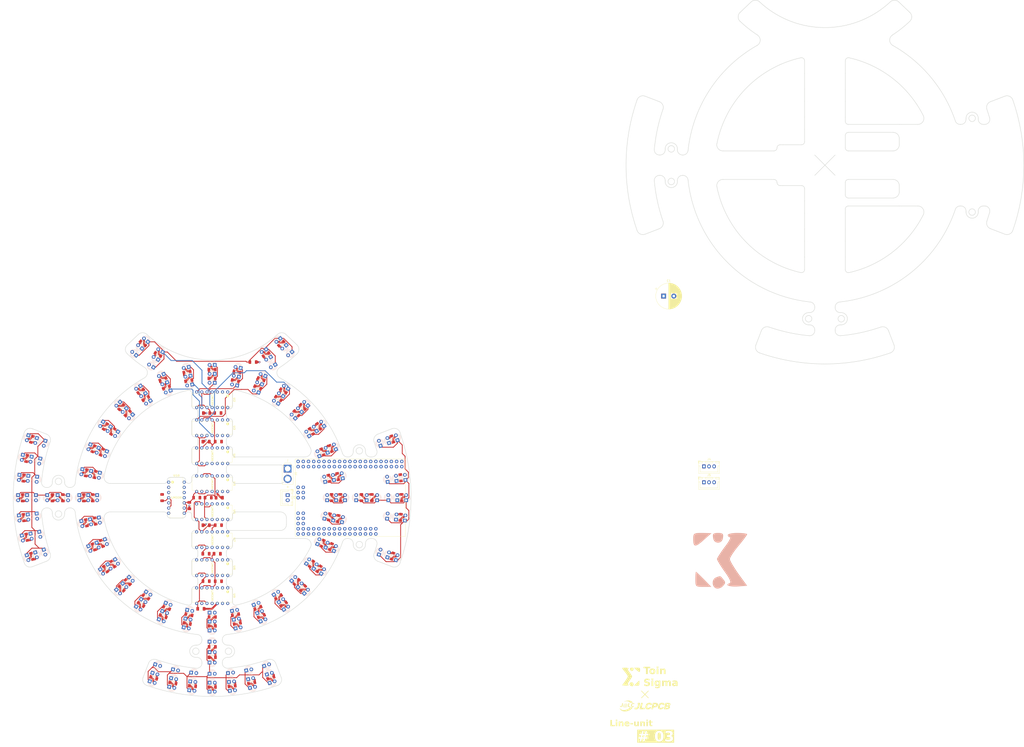
<source format=kicad_pcb>
(kicad_pcb (version 20240108) (generator "pcbnew") (generator_version "8.0")
  (layers (0 "F.Cu" signal) (1 "In1.Cu" signal) (2 "In2.Cu" signal) (31 "B.Cu" signal) (34 "B.Paste" user) (35 "F.Paste" user) (36 "B.SilkS" user "B.Silkscreen") (37 "F.SilkS" user "F.Silkscreen") (38 "B.Mask" user) (39 "F.Mask" user) (44 "Edge.Cuts" user))
  (net 0 "")
  (net 1 "GND")
  (net 2 "Net-(D1-A)")
  (net 3 "Net-(D2-A)")
  (net 4 "Net-(D3-A)")
  (net 5 "Net-(D4-A)")
  (net 6 "Net-(D5-A)")
  (net 7 "Net-(D6-A)")
  (net 8 "Net-(D7-A)")
  (net 9 "Net-(D8-A)")
  (net 10 "Net-(D9-A)")
  (net 11 "Net-(D10-A)")
  (net 12 "Net-(D11-A)")
  (net 13 "Net-(D12-A)")
  (net 14 "Net-(D13-A)")
  (net 15 "Net-(D14-A)")
  (net 16 "Net-(D15-A)")
  (net 17 "Net-(D16-A)")
  (net 18 "Net-(D17-A)")
  (net 19 "Net-(D18-A)")
  (net 20 "Net-(D19-A)")
  (net 21 "Net-(D20-A)")
  (net 22 "Net-(D21-A)")
  (net 23 "Net-(D22-A)")
  (net 24 "Net-(D23-A)")
  (net 25 "Net-(D24-A)")
  (net 26 "Net-(D25-A)")
  (net 27 "Net-(D26-A)")
  (net 28 "Net-(D27-A)")
  (net 29 "Net-(D28-A)")
  (net 30 "Net-(D29-A)")
  (net 31 "Net-(D30-A)")
  (net 32 "Net-(D31-A)")
  (net 33 "Net-(D32-A)")
  (net 34 "Net-(D33-A)")
  (net 35 "Net-(D34-A)")
  (net 36 "Net-(D35-A)")
  (net 37 "Net-(D36-A)")
  (net 38 "Net-(D37-A)")
  (net 39 "Net-(D38-A)")
  (net 40 "Net-(D39-A)")
  (net 41 "Net-(D40-A)")
  (net 42 "Net-(D41-A)")
  (net 43 "Net-(D42-A)")
  (net 44 "Net-(D43-A)")
  (net 45 "Net-(D44-A)")
  (net 46 "Net-(D45-A)")
  (net 47 "Net-(D46-A)")
  (net 48 "Net-(D47-A)")
  (net 49 "Net-(D48-A)")
  (net 50 "Net-(D49-A)")
  (net 51 "Net-(D50-A)")
  (net 52 "Net-(D51-A)")
  (net 53 "Net-(D52-A)")
  (net 54 "Net-(D53-A)")
  (net 55 "Net-(D54-A)")
  (net 56 "Net-(D55-A)")
  (net 57 "+5V")
  (net 58 "TX_5V")
  (net 59 "RX_5V")
  (net 60 "ballcatch_right")
  (net 61 "ballcatch_left")
  (net 62 "boundary1")
  (net 63 "boundary2")
  (net 64 "linesig1")
  (net 65 "linesig2")
  (net 66 "linesig3")
  (net 67 "linesig4")
  (net 68 "linesig5")
  (net 69 "linesig6")
  (net 70 "linesig7")
  (net 71 "linesig8")
  (net 72 "linesig9")
  (net 73 "linesig10")
  (net 74 "linesig11")
  (net 75 "linesig12")
  (net 76 "linesig13")
  (net 77 "linesig14")
  (net 78 "linesig15")
  (net 79 "linesig16")
  (net 80 "linesig17")
  (net 81 "linesig18")
  (net 82 "linesig19")
  (net 83 "linesig20")
  (net 84 "linesig21")
  (net 85 "linesig22")
  (net 86 "linesig23")
  (net 87 "linesig24")
  (net 88 "linesig25")
  (net 89 "linesig26")
  (net 90 "linesig27")
  (net 91 "linesig28")
  (net 92 "linesig29")
  (net 93 "linesig30")
  (net 94 "linesig31")
  (net 95 "linesig32")
  (net 96 "linesig33")
  (net 97 "linesig34")
  (net 98 "linesig35")
  (net 99 "linesig36")
  (net 100 "boundary3")
  (net 101 "boundary4")
  (net 102 "boundary5")
  (net 103 "boundary6")
  (net 104 "boundary7")
  (net 105 "boundary8")
  (net 106 "Net-(D56-A)")
  (net 107 "Net-(D57-A)")
  (net 108 "Net-(D58-A)")
  (net 109 "boundary1_raw")
  (net 110 "sig1")
  (net 111 "sig2")
  (net 112 "sig3")
  (net 113 "sig4")
  (net 114 "sig5")
  (net 115 "sig6")
  (net 116 "sig7")
  (net 117 "sig8")
  (net 118 "sig9")
  (net 119 "sig10")
  (net 120 "sig11")
  (net 121 "sig12")
  (net 122 "sig13")
  (net 123 "sig14")
  (net 124 "sig15")
  (net 125 "sig16")
  (net 126 "sig17")
  (net 127 "sig18")
  (net 128 "sig19")
  (net 129 "sig20")
  (net 130 "sig21")
  (net 131 "sig22")
  (net 132 "sig23")
  (net 133 "sig24")
  (net 134 "sig25")
  (net 135 "sig26")
  (net 136 "sig27")
  (net 137 "sig28")
  (net 138 "sig29")
  (net 139 "sig30")
  (net 140 "sig31")
  (net 141 "sig32")
  (net 142 "sig33")
  (net 143 "sig34")
  (net 144 "sig35")
  (net 145 "sig36")
  (net 146 "boundary2_raw")
  (net 147 "boundary3_raw")
  (net 148 "boundary4_raw")
  (net 149 "boundary5_raw")
  (net 150 "boundary6_raw")
  (net 151 "boundary7_raw")
  (net 152 "boundary8_raw")
  (net 153 "SDA")
  (net 155 "boundary9_raw")
  (net 184 "SCL")
  (net 186 "boundary9")
  (footprint "Capacitor_THT:CP_Radial_D12.5mm_P5.00mm" (layer "F.Cu") (at 325.317082 0.6)
    (property "Reference" "C1")
    (property "Value" "1000uF")
  )
  (footprint "@3pare:R-1206_3216-Handsolder" (layer "F.Cu") (at 79.5 99.5 -90)
    (property "Reference" "R101")
    (property "Value" "1k")
  )
  (footprint "@3pare:R-1206_3216-Handsolder" (layer "F.Cu") (at 77.520272 29.244401 -30.9)
    (property "Reference" "R66")
    (property "Value" "75")
  )
  (footprint "@3pare:C-1206_3216-Handsolder" (layer "F.Cu") (at 101 127)
    (property "Reference" "C8")
    (property "Value" "10uF")
  )
  (footprint "@3pare:R-1206_3216-Handsolder" (layer "F.Cu") (at 45.853793 123.584847 112.5)
    (property "Reference" "R23")
    (property "Value" "75")
  )
  (footprint "Connector_AMASS:AMASS_XT30U-F_1x02_P5.0mm_Vertical" (layer "F.Cu") (at 141 85.25 -90)
    (property "Reference" "J1")
    (property "Value" "Conn_01x02_Pin")
  )
  (footprint "@3pare:R-1206_3216-Handsolder" (layer "F.Cu") (at 11.571124 109.214666 96)
    (property "Reference" "R85")
    (property "Value" "75")
  )
  (footprint "@3pare:R-1206_3216-Handsolder" (layer "F.Cu") (at 196.428876 109.214666 -96)
    (property "Reference" "R72")
    (property "Value" "75")
  )
  (footprint "@3pare:R-1206_3216-Handsolder" (layer "F.Cu") (at 59.49682 144.003079 135)
    (property "Reference" "R21")
    (property "Value" "75")
  )
  (footprint "@3pare:R-1206_3216-Handsolder" (layer "F.Cu") (at 101 140.47 180)
    (property "Reference" "R100")
    (property "Value" "1k")
  )
  (footprint "@3pare:R-1206_3216-Handsolder" (layer "F.Cu") (at 148.503179 144.003079 -135)
    (property "Reference" "R13")
    (property "Value" "75")
  )
  (footprint "@3pare:R-1206_3216-Handsolder" (layer "F.Cu") (at 107 140.5 180)
    (property "Reference" "R99")
    (property "Value" "1k")
  )
  (footprint "Connector_JST:JST_XH_B2B-XH-A_1x02_P2.50mm_Vertical" (layer "F.Cu") (at 141.025 98.25 -90)
    (property "Reference" "J2")
    (property "Value" "Conn_01x02_Pin")
  )
  (footprint "@3pare:R-1206_3216-Handsolder" (layer "F.Cu") (at 46.563252 110.924779 101.25)
    (property "Reference" "R56")
    (property "Value" "10k")
  )
  (footprint "@3pare:R-1206_3216-Handsolder" (layer "F.Cu") (at 152.692523 132.035203 -123.75)
    (property "Reference" "R44")
    (property "Value" "10k")
  )
  (footprint "@3pare:R-1206_3216-Handsolder" (layer "F.Cu") (at 104 36.5629)
    (property "Reference" "R1")
    (property "Value" "75")
  )
  (footprint "@3pare:R-1206_3216-Handsolder" (layer "F.Cu") (at 124 33 180)
    (property "Reference" "R91")
    (property "Value" "10k")
  )
  (footprint "@3pare:R-1206_3216-Handsolder" (layer "F.Cu") (at 106.75 58 180)
    (property "Reference" "R95")
    (property "Value" "1k")
  )
  (footprint "@3pare:R-1206_3216-Handsolder" (layer "F.Cu") (at 162.146206 123.584847 -112.5)
    (property "Reference" "R11")
    (property "Value" "75")
  )
  (footprint "@3pare:R-1206_3216-Handsolder" (layer "F.Cu") (at 92.57512 42.063152 11.25)
    (property "Reference" "R64")
    (property "Value" "10k")
  )
  (footprint "@3pare:R-1206_3216-Handsolder" (layer "F.Cu") (at 71.464696 50.807376 33.75)
    (property "Reference" "R62")
    (property "Value" "10k")
  )
  (footprint "@3pare:R-1206_3216-Handsolder" (layer "F.Cu") (at 49.895766 77.089192 67.5)
    (property "Reference" "R59")
    (property "Value" "10k")
  )
  (footprint "@3pare:C-1206_3216-Handsolder" (layer "F.Cu") (at 101.25 58 180)
    (property "Reference" "C2")
    (property "Value" "10uF")
  )
  (footprint "@3pare:R-1206_3216-Handsolder" (layer "F.Cu") (at 145.409587 58.090312 -45)
    (property "Reference" "R37")
    (property "Value" "10k")
  )
  (footprint "@3pare:R-1206_3216-Handsolder" (layer "F.Cu") (at 84.677103 190.407082 168)
    (property "Reference" "R80")
    (property "Value" "75")
  )
  (footprint "@3pare:C-1206_3216-Handsolder" (layer "F.Cu") (at 101.0425 113 180)
    (property "Reference" "C5")
    (property "Value" "10uF")
  )
  (footprint "@3pare:R-1206_3216-Handsolder" (layer "F.Cu") (at 94.285334 191.928876 174)
    (property "Reference" "R79")
    (property "Value" "75")
  )
  (footprint "@3pare:R-1206_3216-Handsolder" (layer "F.Cu") (at 96.4 99.5 180)
    (property "Reference" "R102")
    (property "Value" "1k")
  )
  (footprint "@3pare:R-1206_3216-Handsolder" (layer "F.Cu") (at 41.063 99.4999 90)
    (property "Reference" "R25")
    (property "Value" "75")
  )
  (footprint "@3pare:R-1206_3216-Handsolder" (layer "F.Cu") (at 59.49682 54.99672 45)
    (property "Reference" "R29")
    (property "Value" "75")
  )
  (footprint "@3pare:R-1206_3216-Handsolder" (layer "F.Cu") (at 126.410707 153.604133 -157.5)
    (property "Reference" "R47")
    (property "Value" "10k")
  )
  (footprint "@3pare:R-1206_3216-Handsolder" (layer "F.Cu") (at 79.915052 157.646106 157.5)
    (property "Reference" "R19")
    (property "Value" "75")
  )
  (footprint "@3pare:C-1206_3216-Handsolder" (layer "F.Cu") (at 98.5 154)
    (property "Reference" "C7")
    (property "Value" "10uF")
  )
  (footprint "@3pare:R-1206_3216-Handsolder" (layer "F.Cu") (at 192.389291 70.780579 -72)
    (property "Reference" "R69")
    (property "Value" "75")
  )
  (footprint "@3pare:R-1206_3216-Handsolder" (layer "F.Cu") (at 104 172.688 180)
    (property "Reference" "R93")
    (property "Value" "10k")
  )
  (footprint "@3pare:R-1206_3216-Handsolder" (layer "F.Cu") (at 15.610709 70.780579 72)
    (property "Reference" "R89")
    (property "Value" "75")
  )
  (footprint "@3pare:R-1206_3216-Handsolder" (layer "F.Cu") (at 182.313 99.5 -90)
    (property "Reference" "R74")
    (property "Value" "75")
  )
  (footprint "@3pare:R-1206_3216-Handsolder" (layer "F.Cu") (at 91.7216 37.772216 11.25)
    (property "Reference" "R32")
    (property "Value" "75")
  )
  (footprint "@3pare:R-1206_3216-Handsolder" (layer "F.Cu") (at 161.436747 108.974025 -101.25)
    (property "Reference" "R42")
    (property "Value" "10k")
  )
  (footprint "@3pare:R-1206_3216-Handsolder" (layer "F.Cu") (at 165.727683 109.827545 -101.25)
    (property "Reference" "R10")
    (property "Value" "75")
  )
  (footprint "@3pare:R-1206_3216-Handsolder" (layer "F.Cu") (at 104 162.4369 180)
    (property "Reference" "R17")
    (property "Value" "75")
  )
  (footprint "@3pare:R-1206_3216-Handsolder" (layer "F.Cu") (at 148.503179 54.99672 -45)
    (property "Reference" "R5")
    (property "Value" "75")
  )
  (footprint "@3pare:R-1206_3216-Handsolder" (layer "F.Cu") (at 55.307476 132.035203 123.75)
    (property "Reference" "R54")
    (property "Value" "10k")
  )
  (footprint "@3pare:R-1206_3216-Handsolder" (layer "F.Cu") (at 145.409587 140.909487 -135)
    (property "Reference" "R45")
    (property "Value" "10k")
  )
  (footprint "@3pare:R-1206_3216-Handsolder" (layer "F.Cu") (at 91.7216 161.227583 168.75)
    (property "Reference" "R18")
    (property "Value" "75")
  )
  (footprint "@3pare:R-1206_3216-Handsolder" (layer "F.Cu") (at 30.812 99.5 90)
    (property "Reference" "R94")
    (property "Value" "10k")
  )
  (footprint "@3pare:R-1206_3216-Handsolder" (layer "F.Cu") (at 104 177.813 180)
    (property "Reference" "R82")
    (property "Value" "75")
  )
  (footprint "@3pare:LM339" (layer "F.Cu") (at 104 106.364 -90)
    (property "Reference" "U6")
    (property "Value" "~" (hide yes))
  )
  (footprint "@3pare:R-1206_3216-Handsolder" (layer "F.Cu") (at 132.719421 187.889291 -162)
    (property "Reference" "R75")
    (property "Value" "75")
  )
  (footprint "@3pare:R-1206_3216-Handsolder" (layer "F.Cu") (at 25.687 99.5 90)
    (property "Reference" "R90")
    (property "Value" "75")
  )
  (footprint "@3pare:R-1206_3216-Handsolder" (layer "F.Cu") (at 192.389291 128.219421 -108)
    (property "Reference" "R73")
    (property "Value" "75")
  )
  (footprint "@3pare:R-1206_3216-Handsolder" (layer "F.Cu") (at 113.714666 191.928876 -174)
    (property "Reference" "R77")
    (property "Value" "75")
  )
  (footprint "@3pare:R-1206_3216-Handsolder" (layer "F.Cu") (at 42.272316 111.778299 101.25)
    (property "Reference" "R24")
    (property "Value" "75")
  )
  (footprint "@3pare:R-1206_3216-Handsolder" (layer "F.Cu") (at 138.965923 151.830102 -146.25)
    (property "Reference" "R14")
    (property "Value" "75")
  )
  (footprint "@3pare:LM339" (layer "F.Cu") (at 104 147.545 -90)
    (property "Reference" "U9")
    (property "Value" "~" (hide yes))
  )
  (footprint "@3pare:LM339" (layer "F.Cu") (at 104 65.183 -90)
    (property "Reference" "U3")
    (property "Value" "~" (hide yes))
  )
  (footprint "@3pare:C-1206_3216-Handsolder" (layer "F.Cu") (at 107.5 99.5)
    (property "Reference" "C4")
    (property "Value" "10uF")
  )
  (footprint "@3pare:R-1206_3216-Handsolder" (layer "F.Cu") (at 81.589292 45.395666 22.5)
    (property "Reference" "R63")
    (property "Value" "10k")
  )
  (footprint "@3pare:R-1206_3216-Handsolder" (layer "F.Cu") (at 102 99.5 180)
    (property "Reference" "R97")
    (property "Value" "1k")
  )
  (footprint "@3pare:R-1206_3216-Handsolder" (layer "F.Cu") (at 162.146206 75.414952 -67.5)
    (property "Reference" "R7")
    (property "Value" "75")
  )
  (footprint "@3pare:R-1206_3216-Handsolder" (layer "F.Cu") (at 104 158.0619 180)
    (property "Reference" "R49")
    (property "Value" "10k")
  )
  (footprint "@3pare:R-1206_3216-Handsolder" (layer "F.Cu") (at 152.692523 66.964596 -56.25)
    (property "Reference" "R38")
    (property "Value" "10k")
  )
  (footprint "@3pare:R-1206_3216-Handsolder" (layer "F.Cu") (at 136.535303 50.807376 -33.75)
    (property "Reference" "R36")
    (property "Value" "10k")
  )
  (footprint "@3pare:R-1206_3216-Handsolder" (layer "F.Cu") (at 71.464696 148.192423 146.25)
    (property "Reference" "R52")
    (property "Value" "10k")
  )
  (footprint "@3pare:R-1206_3216-Handsolder" (layer "F.Cu") (at 162.562 99.4999 -90)
    (property "Reference" "R41")
    (property "Value" "10k")
  )
  (footprint "@3pare:R-1206_3216-Handsolder" (layer "F.Cu") (at 128.084947 157.646106 -157.5)
    (property "Reference" "R15")
    (property "Value" "75")
  )
  (footprint "@3pare:R-1206_3216-Handsolder" (layer "F.Cu") (at 92.57512 156.936647 168.75)
    (property "Reference" "R50")
    (property "Value" "10k")
  )
  (footprint "@3pare:R-1206_3216-Handsolder" (layer "F.Cu") (at 115.424879 42.063152 -11.25)
    (property "Reference" "R34")
    (property "Value" "10k")
  )
  (footprint "@3pare:LM339" (layer "F.Cu") (at 104 92.637 -90)
    (property "Reference" "U5")
    (property "Value" "~" (hide yes))
  )
  (footprint "@3pare:LM339" (layer "F.Cu") (at 104 120.091 -90)
    (property "Reference" "U7")
    (property "Value" "~" (hide yes))
  )
  (footprint "@3pare:R-1206_3216-Handsolder" (layer "F.Cu") (at 196.938 99.5 -90)
    (property "Reference" "R71")
    (property "Value" "75")
  )
  (footprint "@3pare:R-1206_3216-Handsolder" (layer "F.Cu") (at 75.280579 187.889291 162)
    (property "Reference" "R81")
    (property "Value" "75")
  )
  (footprint "@3pare:R-1206_3216-Handsolder" (layer "F.Cu") (at 79.915052 41.353693 22.5)
    (property "Reference" "R31")
    (property "Value" "75")
  )
  (footprint "@3pare:R-1206_3216-Handsolder" (layer "F.Cu") (at 161.315341 90.034781 -78.75)
    (property "Reference" "R40")
    (property "Value" "10k")
  )
  (footprint "@3pare:R-1206_3216-Handsolder" (layer "F.Cu") (at 158.104233 121.910607 -112.5)
    (property "Reference" "R43")
    (property "Value" "10k")
  )
  (footprint "@3pare:R-1206_3216-Handsolder" (layer "F.Cu") (at 156.330202 134.465823 -123.75)
    (property "Reference" "R12")
    (property "Value" "75")
  )
  (footprint "@3pare:R-1206_3216-Handsolder" (layer "F.Cu") (at 196.428876 89.785334 -84)
    (property "Reference" "R70")
    (property "Value" "75")
  )
  (footprint "Connector_JST:JST_XH_B3B-XH-A_1x03_P2.50mm_Vertical" (layer "F.Cu") (at 345.075 91.95)
    (property "Reference" "J5")
    (property "Value" "Conn_01x03_Pin")
  )
  (footprint "@3pare:R-1206_3216-Handsolder" (layer "F.Cu") (at 62.590412 140.909487 135)
    (property "Reference" "R53")
    (property "Value" "10k")
  )
  (footprint "@3pare:R-1206_3216-Handsolder" (layer "F.Cu") (at 137.89624 23.855989 41.1)
    (property "Reference" "R68")
    (property "Value" "75")
  )
  (footprint "@3pare:R-1206_3216-Handsolder" (layer "F.Cu") (at 123.322897 190.407082 -168)
    (property "Reference" "R76")
    (property "Value" "75")
  )
  (footprint "@3pare:R-1206_3216-Handsolder" (layer "F.Cu") (at 104 192.438 180)
    (property "Reference" "R78")
    (property "Value" "75")
  )
  (footprint "@3pare:R-1206_3216-Handsolder" (layer "F.Cu") (at 11.571124 89.785334 84)
    (property "Reference" "R87")
    (property "Value" "75")
  )
  (footprint "@3pare:R-1206_3216-Handsolder" (layer "F.Cu") (at 107 113 180)
    (property "Reference" "R98")
    (property "Value" "1k")
  )
  (footprint "@3pare:R-1206_3216-Handsolder" (layer "F.Cu") (at 11.062 99.5 90)
    (property "Reference" "R86")
    (property "Value" "75")
  )
  (footprint "@3pare:LM339" (layer "F.Cu") (at 104 78.91 -90)
    (property "Reference" "U4")
    (property "Value" "~" (hide yes))
  )
  (footprint "@3pare:R-1206_3216-Handsolder" (layer "F.Cu") (at 13.092918 80.177103 78)
    (property "Reference" "R88")
    (property "Value" "75")
  )
  (footprint "@3pare:R-1206_3216-Handsolder" (layer "F.Cu") (at 104 40.9379)
    (property "Reference" "R33")
    (property "Value" "10k")
  )
  (footprint "@3pare:R-1206_3216-Handsolder" (layer "F.Cu") (at 126.410707 45.395666 -22.5)
    (property "Reference" "R35")
    (property "Value" "10k")
  )
  (footprint "@3pare:R-1206_3216-Handsolder" (layer "F.Cu") (at 70.10376 23.855989 -41.1)
    (property "Reference" "R65")
    (property "Value" "75")
  )
  (footprint "@3pare:R-1206_3216-Handsolder" (layer "F.Cu") (at 166.937 99.4999 -90)
    (property "Reference" "R9")
    (property "Value" "75")
  )
  (footprint "@3pare:R-1206_3216-Handsolder" (layer "F.Cu") (at 69.034076 151.830102 146.25)
    (property "Reference" "R20")
    (property "Value" "75")
  )
  (footprint "@3pare:LM339" (layer "F.Cu") (at 104 51.456 -90)
    (property "Reference" "U2")
    (property "Value" "~" (hide yes))
  )
  (footprint "@3pare:MODULE_MEGA_PRO_EMBED_CH340G___ATMEGA2560" (layer "F.Cu") (at 171.75 99.5 180)
    (property "Reference" "U1")
    (property "Value" "MEGA_PRO_EMBED_CH340G_{slash}_ATMEGA2560")
  )
  (footprint "@3pare:R-1206_3216-Handsolder" (layer "F.Cu") (at 130.479728 29.244401 30.9)
    (property "Reference" "R67")
    (property "Value" "75")
  )
  (footprint "@3pare:C-1206_3216-Handsolder" (layer "F.Cu") (at 101 72 180)
    (property "Reference" "C3")
    (property "Value" "10uF")
  )
  (footprint "@3pare:R-1206_3216-Handsolder" (layer "F.Cu") (at 158.104233 77.089192 -67.5)
    (property "Reference" "R39")
    (property "Value" "10k")
  )
  (footprint "@3pare:LM339" (layer "F.Cu") (at 86.5 99.5)
    (property "Reference" "U10")
    (property "Value" "~" (hide yes))
  )
  (footprint "@3pare:R-1206_3216-Handsolder" (layer "F.Cu") (at 81.589292 153.604133 157.5)
    (property "Reference" "R51")
    (property "Value" "10k")
  )
  (footprint "@3pare:LM339" (layer "F.Cu") (at 104 133.818 -90)
    (property "Reference" "U8")
    (property "Value" "~" (hide yes))
  )
  (footprint "@3pare:R-1206_3216-Handsolder" (layer "F.Cu") (at 116.278399 37.772216 -11.25)
    (property "Reference" "R2")
    (property "Value" "75")
  )
  (footprint "@3pare:R-1206_3216-Handsolder" (layer "F.Cu") (at 136.535303 148.192423 -146.25)
    (property "Reference" "R46")
    (property "Value" "10k")
  )
  (footprint "@3pare:R-1206_3216-Handsolder" (layer "F.Cu") (at 128.084947 41.353693 -22.5)
    (property "Reference" "R3")
    (property "Value" "75")
  )
  (footprint "@3pare:R-1206_3216-Handsolder" (layer "F.Cu") (at 69.034076 47.169697 33.75)
    (property "Reference" "R30")
    (property "Value" "75")
  )
  (footprint "@3pare:R-1206_3216-Handsolder" (layer "F.Cu") (at 51.669797 134.465823 123.75)
    (property "Reference" "R22")
    (property "Value" "75")
  )
  (footprint "@3pare:R-1206_3216-Handsolder" (layer "F.Cu") (at 45.853793 75.414952 67.5)
    (property "Reference" "R27")
    (property "Value" "75")
  )
  (footprint "@3pare:R-1206_3216-Handsolder" (layer "F.Cu") (at 15.610709 128.219421 108)
    (property "Reference" "R83")
    (property "Value" "75")
  )
  (footprint "@3pare:R-1206_3216-Handsolder" (layer "F.Cu") (at 13.092918 118.822897 102)
    (property "Reference" "R84")
    (property "Value" "75")
  )
  (footprint "Connector_JST:JST_XH_B3B-XH-A_1x03_P2.50mm_Vertical" (layer "F.Cu") (at 345.075 84.15)
    (property "Reference" "J4")
    (property "Value" "Conn_01x03_Pin")
  )
  (footprint "@3pare:R-1206_3216-Handsolder" (layer "F.Cu") (at 62.590412 58.090312 45)
    (property "Reference" "R61")
    (property "Value" "10k")
  )
  (footprint "@3pare:C-1206_3216-Handsolder" (layer "F.Cu") (at 92.8 103.4 -90)
    (property "Reference" "C9")
    (property "Value" "10uF")
  )
  (footprint "@3pare:R-1206_3216-Handsolder" (layer "F.Cu") (at 138.965923 47.169697 -33.75)
    (property "Reference" "R4")
    (property "Value" "75")
  )
  (footprint "@3pare:R-1206_3216-Handsolder" (layer "F.Cu") (at 51.669797 64.533976 56.25)
    (property "Reference" "R28")
    (property "Value" "75")
  )
  (footprint "@3pare:C-1206_3216-Handsolder" (layer "F.Cu") (at 106.5 127)
    (property "Reference" "C6")
    (property "Value" "10uF")
  )
  (footprint "@3pare:R-1206_3216-Handsolder" (layer "F.Cu") (at 116.278399 161.227583 -168.75)
    (property "Reference" "R16")
    (property "Value" "75")
  )
  (footprint "@3pare:R-1206_3216-Handsolder" (layer "F.Cu") (at 115.424879 156.936647 -168.75)
    (property "Reference" "R48")
    (property "Value" "10k")
  )
  (footprint "@3pare:R-1206_3216-Handsolder" (layer "F.Cu") (at 45.438 99.4999 90)
    (property "Reference" "R57")
    (property "Value" "10k")
  )
  (footprint "@3pare:R-1206_3216-Handsolder" (layer "F.Cu") (at 177.188 99.5 -90)
    (property "Reference" "R92")
    (property "Value" "10k")
  )
  (footprint "@3pare:R-1206_3216-Handsolder" (layer "F.Cu") (at 55.307476 66.964596 56.25)
    (property "Reference" "R60")
    (property "Value" "10k")
  )
  (footprint "@3pare:R-1206_3216-Handsolder" (layer "F.Cu") (at 49.895766 121.910607 112.5)
    (property "Reference" "R55")
    (property "Value" "10k")
  )
  (footprint "@3pare:R-1206_3216-Handsolder" (layer "F.Cu") (at 46.563252 88.07502 78.75)
    (property "Reference" "R58")
    (property "Value" "10k")
  )
  (footprint "@3pare:R-1206_3216-Handsolder" (layer "F.Cu") (at 165.606277 89.181261 -78.75)
    (property "Reference" "R8")
    (property "Value" "75")
  )
  (footprint "@3pare:R-1206_3216-Handsolder" (layer "F.Cu") (at 156.330202 64.533976 -56.25)
    (property "Reference" "R6")
    (property "Value" "75")
  )
  (footprint "@3pare:R-1206_3216-Handsolder" (layer "F.Cu") (at 42.272316 87.2215 78.75)
    (property "Reference" "R26")
    (property "Value" "75")
  )
  (footprint "@3pare:R-1206_3216-Handsolder" (layer "F.Cu") (at 107 72 180)
    (property "Reference" "R96")
    (property "Value" "1k")
  )
  (footprint "@3pare:LED" (layer "B.Cu") (at 53.488232 133.250836 -56.25)
    (property "Reference" "D22")
    (property "Value" "LED")
  )
  (footprint "@3pare:NJL7502L" (layer "B.Cu") (at 13.530749 128.895242 -72)
    (property "Reference" "NJL7502L101")
    (property "Value" "~")
  )
  (footprint "@3pare:NJL7502L" (layer "B.Cu") (at 43.832345 124.422158 -67.5)
    (property "Reference" "NJL7502L45")
    (property "Value" "~")
  )
  (footprint "@3pare:NJL7502L" (layer "B.Cu") (at 113.028646 185.401829 6)
    (property "Reference" "NJL7502L90")
    (property "Value" "~")
  )
  (footprint "@3pare:NJL7502L" (layer "B.Cu") (at 91.294742 163.373541 -11.25)
    (property "Reference" "NJL7502L35")
    (property "Value" "~")
  )
  (footprint "@3pare:NJL7502L" (layer "B.Cu") (at 128.922258 39.332245 157.5)
    (property "Reference" "NJL7502L5")
    (property "Value" "~")
  )
  (footprint "@3pare:NJL7502L" (layer "B.Cu") (at 156.083708 121.073678 67.5)
    (property "Reference" "NJL7502L22")
    (property "Value" "~")
  )
  (footprint "@3pare:LED" (layer "B.Cu") (at 154.511789 133.250836 56.25)
    (property "Reference" "D12")
    (property "Value" "LED")
  )
  (footprint "@3pare:NJL7502L" (layer "B.Cu") (at 167.873641 110.254403 78.75)
    (property "Reference" "NJL7502L19")
    (property "Value" "~")
  )
  (footprint "@3pare:LED" (layer "B.Cu") (at 68.666082 25.503974 138.9)
    (property "Reference" "D33")
    (property "Value" "LED")
  )
  (footprint "@3pare:NJL7502L" (layer "B.Cu") (at 64.136855 139.363044 -45)
    (property "Reference" "NJL7502L42")
    (property "Value" "~")
  )
  (footprint "@3pare:NJL7502L" (layer "B.Cu") (at 19.512501 81.541628 -102)
    (property "Reference" "NJL7502L112")
    (property "Value" "~")
  )
  (footprint "@3pare:LED" (layer "B.Cu") (at 92.148273 39.917239 -168.75)
    (property "Reference" "D32")
    (property "Value" "LED")
  )
  (footprint "@3pare:NJL7502L" (layer "B.Cu") (at 140.181511 153.649358 33.75)
    (property "Reference" "NJL7502L27")
    (property "Value" "~")
  )
  (footprint "@3pare:NJL7502L" (layer "B.Cu") (at 140.181511 45.350441 146.25)
    (property "Reference" "NJL7502L7")
    (property "Value" "~")
  )
  (footprint "@3pare:NJL7502L" (layer "B.Cu") (at 10.953709 79.7224 -102)
    (property "Reference" "NJL7502L111")
    (property "Value" "~")
  )
  (footprint "@3pare:LED" (layer "B.Cu") (at 13.25 99.5 -90)
    (property "Reference" "D54")
    (property "Value" "LED")
  )
  (footprint "@3pare:LED" (layer "B.Cu") (at 146.956747 56.543208 135)
    (property "Reference" "D5")
    (property "Value" "LED")
  )
  (footprint "@3pare:NJL7502L" (layer "B.Cu") (at 104 185.875)
    (property "Reference" "NJL7502L92")
    (property "Value" "~")
  )
  (footprint "@3pare:NJL7502L" (layer "B.Cu") (at 184.875 99.5 90)
    (property "Reference" "NJL7502L83")
    (property "Value" "~")
  )
  (footprint "@3pare:NJL7502L" (layer "B.Cu") (at 94.05673 194.103895 -6)
    (property "Reference" "NJL7502L93")
    (property "Value" "~")
  )
  (footprint "@3pare:NJL7502L" (layer "B.Cu") (at 133.395242 189.969251 18)
    (property "Reference" "NJL7502L85")
    (property "Value" "~")
  )
  (footprint "@3pare:NJL7502L" (layer "B.Cu") (at 57.1259 68.179628 -123.75)
    (property "Reference" "NJL7502L56")
    (property "Value" "~")
  )
  (footprint "@3pare:NJL7502L" (layer "B.Cu") (at 79.077741 39.332245 -157.5)
    (property "Reference" "NJL7502L61")
    (property "Value" "~")
  )
  (footprint "@3pare:NJL7502L" (layer "B.Cu") (at 94.971354 185.401829 -6)
    (property "Reference" "NJL7502L94")
    (property "Value" "~")
  )
  (footprint "@3pare:NJL7502L" (layer "B.Cu") (at 169.125 99.4999 90)
    (property "Reference" "NJL7502L17")
    (property "Value" "~")
  )
  (footprint "@3pare:LED" (layer "B.Cu") (at 28.25 99.5 -90)
    (property "Reference" "D58")
    (property "Value" "LED")
  )
  (footprint "@3pare:NJL7502L" (layer "B.Cu") (at 194.469251 70.104758 108)
    (property "Reference" "NJL7502L73")
    (property "Value" "~")
  )
  (footprint "@3pare:NJL7502L" (layer "B.Cu") (at 82.426221 47.416191 -157.5)
    (property "Reference" "NJL7502L62")
    (property "Value" "~")
  )
  (footprint "@3pare:LED" (layer "B.Cu") (at 15.233105 80.632014 -102)
    (property "Reference" "D56")
    (property "Value" "LED")
  )
  (footprint "@3pare:NJL7502L" (layer "B.Cu") (at 156.083708 77.926121 112.5)
    (property "Reference" "NJL7502L14")
    (property "Value" "~")
  )
  (footprint "@3pare:NJL7502L" (layer "B.Cu") (at 136.457904 22.207134 -138.9)
    (property "Reference" "NJL7502L71")
    (property "Value" "~")
  )
  (footprint "@3pare:LED" (layer "B.Cu") (at 94.514042 189.752862 -6)
    (property "Reference" "D47")
    (property "Value" "LED")
  )
  (footprint "@3pare:NJL7502L" (layer "B.Cu") (at 189.901829 90.471354 96)
    (property "Reference" "NJL7502L76")
    (property "Value" "~")
  )
  (footprint "@3pare:NJL7502L" (layer "B.Cu") (at 48.708229 110.498116 -78.75)
    (property "Reference" "NJL7502L48")
    (property "Value" "~")
  )
  (footprint "@3pare:NJL7502L" (layer "B.Cu") (at 129.3561 27.366897 -149.1)
    (property "Reference" "NJL7502L69")
    (property "Value" "~")
  )
  (footprint "@3pare:NJL7502L" (layer "B.Cu") (at 47.625 99.4999 -90)
    (property "Reference" "NJL7502L50")
    (property "Value" "~")
  )
  (footprint "@3pare:NJL7502L" (layer "B.Cu") (at 79.077741 159.667554 -22.5)
    (property "Reference" "NJL7502L37")
    (property "Value" "~")
  )
  (footprint "@3pare:LED" (layer "B.Cu") (at 190.308379 127.543292 72)
    (property "Reference" "D41")
    (property "Value" "LED")
  )
  (footprint "@3pare:LED" (layer "B.Cu") (at 80.751992 155.625626 -22.5)
    (property "Reference" "D19")
    (property "Value" "LED")
  )
  (footprint "@3pare:LED" (layer "B.Cu") (at 92.148273 159.08265 -11.25)
    (property "Reference" "D18")
    (property "Value" "LED")
  )
  (footprint "@3pare:LED" (layer "B.Cu") (at 160.125692 122.747963 67.5)
    (property "Reference" "D11")
    (property "Value" "LED")
  )
  (footprint "@3pare:LED" (layer "B.Cu") (at 131.602843 31.120931 -149.1)
    (property "Reference" "D35")
    (property "Value" "LED")
  )
  (footprint "@3pare:LED" (layer "B.Cu") (at 194.252862 90.014042 96)
    (property "Reference" "D38")
    (property "Value" "LED")
  )
  (footprint "@3pare:NJL7502L" (layer "B.Cu") (at 159.29177 108.547362 78.75)
    (property "Reference" "NJL7502L20")
    (property "Value" "~")
  )
  (footprint "@3pare:LED" (layer "B.Cu") (at 122.867986 188.266895 12)
    (property "Reference" "D44")
    (property "Value" "LED")
  )
  (footprint "@3pare:LED" (layer "B.Cu") (at 113.485958 189.752862 6)
    (property "Reference" "D45")
    (property "Value" "LED")
  )
  (footprint "@3pare:NJL7502L" (layer "B.Cu") (at 72.679728 146.373999 -33.75)
    (property "Reference" "NJL7502L40")
    (property "Value" "~")
  )
  (footprint "@3pare:LED" (layer "B.Cu") (at 61.043274 142.456681 -45)
    (property "Reference" "D21")
    (property "Value" "LED")
  )
  (footprint "@3pare:NJL7502L" (layer "B.Cu") (at 91.294742 35.626258 -168.75)
    (property "Reference" "NJL7502L63")
    (property "Value" "~")
  )
  (footprint "@3pare:NJL7502L" (layer "B.Cu") (at 10.953709 119.2776 -78)
    (property "Reference" "NJL7502L103")
    (property "Value" "~")
  )
  (footprint "@3pare:NJL7502L" (layer "B.Cu") (at 194.469251 128.895242 72)
    (property "Reference" "NJL7502L81")
    (property "Value" "~")
  )
  (footprint "@3pare:NJL7502L" (layer "B.Cu") (at 150.050329 53.44957 135)
    (property "Reference" "NJL7502L9")
    (property "Value" "~")
  )
  (footprint "@3pare:LED" (layer "B.Cu") (at 44.417305 111.351682 -78.75)
    (property "Reference" "D24")
    (property "Value" "LED")
  )
  (footprint "@3pare:NJL7502L" (layer "B.Cu") (at 142.209937 28.800814 -138.9)
    (property "Reference" "NJL7502L72")
    (property "Value" "~")
  )
  (footprint "@3pare:NJL7502L" (layer "B.Cu") (at 160.375 99.4999 90)
    (property "Reference" "NJL7502L18")
    (property "Value" "~")
  )
  (footprint "@3pare:LED" (layer "B.Cu") (at 137.750902 150.011723 33.75)
    (property "Reference" "D14")
    (property "Value" "LED")
  )
  (footprint "@3pare:LED" (layer "B.Cu") (at 179.75 99.5 90)
    (property "Reference" "D42")
    (property "Value" "LED")
  )
  (footprint "@3pare:NJL7502L" (layer "B.Cu") (at 18.098171 108.528646 -84)
    (property "Reference" "NJL7502L106")
    (property "Value" "~")
  )
  (footprint "@3pare:LED" (layer "B.Cu") (at 160.125692 76.251926 112.5)
    (property "Reference" "D7")
    (property "Value" "LED")
  )
  (footprint "@3pare:NJL7502L" (layer "B.Cu") (at 93.001783 44.208129 -168.75)
    (property "Reference" "NJL7502L64")
    (property "Value" "~")
  )
  (footprint "@3pare:NJL7502L" (layer "B.Cu") (at 186.147507 72.808657 108)
    (property "Reference" "NJL7502L74")
    (property "Value" "~")
  )
  (footprint "@3pare:NJL7502L" (layer "B.Cu") (at 158.149458 63.318388 123.75)
    (property "Reference" "NJL7502L11")
    (property "Value" "~")
  )
  (footprint "@3pare:LED" (layer "B.Cu") (at 85.132014 188.266895 -12)
    (property "Reference" "D48")
    (property "Value" "LED")
  )
  (footprint "@3pare:NJL7502L" (layer "B.Cu") (at 104 155.8749)
    (property "Reference" "NJL7502L34")
    (property "Value" "~")
  )
  (footprint "@3pare:LED" (layer "B.Cu") (at 70.249119 150.011723 -33.75)
    (property "Reference" "D20")
    (property "Value" "LED")
  )
  (footprint "@3pare:NJL7502L" (layer "B.Cu") (at 116.705257 163.373541 11.25)
    (property "Reference" "NJL7502L31")
    (property "Value" "~")
  )
  (footprint "@3pare:NJL7502L" (layer "B.Cu") (at 51.916291 77.926121 -112.5)
    (property "Reference" "NJL7502L54")
    (property "Value" "~")
  )
  (footprint "@3pare:NJL7502L" (layer "B.Cu") (at 135.320271 52.6258 146.25)
    (property "Reference" "NJL7502L8")
    (property "Value" "~")
  )
  (footprint "@3pare:NJL7502L" (layer "B.Cu") (at 38.875 99.4999 -90)
    (property "Reference" "NJL7502L49")
    (property "Value" "~")
  )
  (footprint "@3pare:LED" (layer "B.Cu") (at 163.46131 89.607968 101.25)
    (property "Reference" "D8")
    (property "Value" "LED")
  )
  (footprint "@3pare:NJL7502L" (layer "B.Cu") (at 21.852493 126.191343 -72)
    (property "Reference" "NJL7502L102")
    (property "Value" "~")
  )
  (footprint "@3pare:LED" (layer "B.Cu") (at 44.417305 87.648207 -101.25)
    (property "Reference" "D26")
    (property "Value" "LED")
  )
  (footprint "@3pare:LED" (layer "B.Cu") (at 139.33392 25.503974 -138.9)
    (property "Reference" "D36")
    (property "Value" "LED")
  )
  (footprint "@3pare:NJL7502L" (layer "B.Cu") (at 9.396105 109.44327 -84)
    (property "Reference" "NJL7502L105")
    (property "Value" "~")
  )
  (footprint "@3pare:LED" (layer "B.Cu") (at 80.751992 43.374263 -157.5)
    (property "Reference" "D31")
    (property "Value" "LED")
  )
  (footprint "@3pare:NJL7502L" (layer "B.Cu") (at 143.863144 59.636755 135)
    (property "Reference" "NJL7502L10")
    (property "Value" "~")
  )
  (footprint "@3pare:LED" (layer "B.Cu") (at 164.750011 99.499945 90)
    (property "Reference" "D9")
    (property "Value" "LED")
  )
  (footprint "@3pare:LED" (layer "B.Cu") (at 115.851748 159.08265 11.25)
    (property "Reference" "D16")
    (property "Value" "LED")
  )
  (footprint "@3pare:NJL7502L" (layer "B.Cu") (at 48.708229 88.501683 -101.25)
    (property "Reference" "NJL7502L52")
    (property "Value" "~")
  )
  (footprint "@3pare:NJL7502L" (layer "B.Cu") (at 104 180.375)
    (property "Reference" "NJL7502L99")
    (property "Value" "~")
  )
  (footprint "@3pare:LED" (layer "B.Cu") (at 15.233105 118.367986 -78)
    (property "Reference" "D52")
    (property "Value" "LED")
  )
  (footprint "@3pare:NJL7502L" (layer "B.Cu") (at 57.94967 145.550229 -45)
    (property "Reference" "NJL7502L41")
    (property "Value" "~")
  )
  (footprint "@3pare:NJL7502L" (layer "B.Cu") (at 64.136855 59.636755 -135)
    (property "Reference" "NJL7502L58")
    (property "Value" "~")
  )
  (footprint "@3pare:NJL7502L" (layer "B.Cu") (at 164.167654 124.422158 67.5)
    (property "Reference" "NJL7502L21")
    (property "Value" "~")
  )
  (footprint "@3pare:NJL7502L" (layer "B.Cu") (at 40.126358 112.205157 -78.75)
    (property "Reference" "NJL7502L47")
    (property "Value" "~")
  )
  (footprint "@3pare:LED" (layer "B.Cu") (at 154.511789 65.749053 123.75)
    (property "Reference" "D6")
    (property "Value" "LED")
  )
  (footprint "@3pare:NJL7502L" (layer "B.Cu") (at 67.818488 45.350441 -146.25)
    (property "Reference" "NJL7502L59")
    (property "Value" "~")
  )
  (footprint "@3pare:NJL7502L" (layer "B.Cu") (at 77.308657 181.647507 -18)
    (property "Reference" "NJL7502L98")
    (property "Value" "~")
  )
  (footprint "@3pare:NJL7502L" (layer "B.Cu") (at 40.126358 86.794642 -101.25)
    (property "Reference" "NJL7502L51")
    (property "Value" "~")
  )
  (footprint "@3pare:NJL7502L" (layer "B.Cu") (at 128.922258 159.667554 22.5)
    (property "Reference" "NJL7502L29")
    (property "Value" "~")
  )
  (footprint "@3pare:NJL7502L" (layer "B.Cu") (at 130.691343 181.647507 18)
    (property "Reference" "NJL7502L86")
    (property "Value" "~")
  )
  (footprint "@3pare:NJL7502L" (layer "B.Cu") (at 125.573778 151.583608 22.5)
    (property "Reference" "NJL7502L30")
    (property "Value" "~")
  )
  (footprint "@3pare:NJL7502L" (layer "B.Cu") (at 21.852493 72.808657 -108)
    (property "Reference" "NJL7502L114")
    (property "Value" "~")
  )
  (footprint "@3pare:LED" (layer "B.Cu") (at 104 175.25)
    (property "Reference" "D50")
    (property "Value" "LED")
  )
  (footprint "@3pare:LED" (layer "B.Cu") (at 17.691621 71.456708 -108)
    (property "Reference" "D57")
    (property "Value" "LED")
  )
  (footprint "@3pare:NJL7502L" (layer "B.Cu") (at 125.573778 47.416191 157.5)
    (property "Reference" "NJL7502L6")
    (property "Value" "~")
  )
  (footprint "@3pare:NJL7502L" (layer "B.Cu") (at 86.041628 183.987499 -12)
    (property "Reference" "NJL7502L96")
    (property "Value" "~")
  )
  (footprint "@3pare:NJL7502L" (layer "B.Cu") (at 114.998216 154.79167 11.25)
    (property "Reference" "NJL7502L32")
    (property "Value" "~")
  )
  (footprint "@3pare:NJL7502L" (layer "B.Cu") (at 71.542098 22.207134 138.9)
    (property "Reference" "NJL7502L65")
    (property "Value" "~")
  )
  (footprint "@3pare:NJL7502L" (layer "B.Cu") (at 65.790065 28.800814 138.9)
    (property "Reference" "NJL7502L66")
    (property "Value" "~")
  )
  (footprint "@3pare:NJL7502L" (layer "B.Cu") (at 9.396105 89.55673 -96)
    (property "Reference" "NJL7502L109")
    (property "Value" "~")
  )
  (footprint "@3pare:NJL7502L" (layer "B.Cu") (at 164.167654 74.577641 112.5)
    (property "Reference" "NJL7502L13")
    (property "Value" "~")
  )
  (footprint "@3pare:NJL7502L" (layer "B.Cu") (at 74.604758 189.969251 -18)
    (property "Reference" "NJL7502L97")
    (property "Value" "~")
  )
  (footprint "@3pare:LED" (layer "B.Cu") (at 194.75 99.5 90)
    (property "Reference" "D39")
    (property "Value" "LED")
  )
  (footprint "@3pare:LED" (layer "B.Cu") (at 53.488232 65.749053 -123.75)
    (property "Reference" "D28")
    (property "Value" "LED")
  )
  (footprint "@3pare:LED" (layer "B.Cu") (at 17.691621 127.543292 -72)
    (property "Reference" "D51")
    (property "Value" "LED")
  )
  (footprint "@3pare:NJL7502L" (layer "B.Cu") (at 57.1259 130.820171 -56.25)
    (property "Reference" "NJL7502L44")
    (property "Value" "~")
  )
  (footprint "@3pare:NJL7502L" (layer "B.Cu") (at 43.832345 74.577641 -112.5)
    (property "Reference" "NJL7502L53")
    (property "Value" "~")
  )
  (footprint "@3pare:NJL7502L" (layer "B.Cu") (at 114.998216 44.208129 168.75)
    (property "Reference" "NJL7502L4")
    (property "Value" "~")
  )
  (footprint "@3pare:NJL7502L" (layer "B.Cu") (at 49.850541 135.681411 -56.25)
    (property "Reference" "NJL7502L43")
    (property "Value" "~")
  )
  (footprint "@3pare:NJL7502L" (layer "B.Cu") (at 104 170.125)
    (property "Reference" "NJL7502L100")
    (property "Value" "~")
  )
  (footprint "@3pare:LED" (layer "B.Cu") (at 127.248029 43.374263 157.5)
    (property "Reference" "D3")
    (property "Value" "LED")
  )
  (footprint "@3pare:NJL7502L" (layer "B.Cu") (at 13.530749 70.104758 -108)
    (property "Reference" "NJL7502L113")
    (property "Value" "~")
  )
  (footprint "@3pare:NJL7502L" (layer "B.Cu") (at 93.001783 154.79167 -11.25)
    (property "Reference" "NJL7502L36")
    (property "Value" "~")
  )
  (footprint "@3pare:NJL7502L" (layer "B.Cu") (at 49.850541 63.318388 -123.75)
    (property "Reference" "NJL7502L55")
    (property "Value" "~")
  )
  (footprint "@3pare:NJL7502L" (layer "B.Cu") (at 8.875 99.5 -90)
    (property "Reference" "NJL7502L107")
    (property "Value" "~")
  )
  (footprint "@3pare:LED" (layer "B.Cu") (at 43.250011 99.499945 -90)
    (property "Reference" "D25")
    (property "Value" "LED")
  )
  (footprint "@3pare:NJL7502L" (layer "B.Cu") (at 84.2224 192.546291 -12)
    (property "Reference" "NJL7502L95")
    (property "Value" "~")
  )
  (footprint "@3pare:NJL7502L" (layer "B.Cu") (at 167.752235 88.754403 101.25)
    (property "Reference" "NJL7502L15")
    (property "Value" "~")
  )
  (footprint "@3pare:LED" (layer "B.Cu") (at 137.750902 48.988166 146.25)
    (property "Reference" "D4")
    (property "Value" "LED")
  )
  (footprint "@3pare:NJL7502L" (layer "B.Cu") (at 158.149458 135.681411 56.25)
    (property "Reference" "NJL7502L23")
    (property "Value" "~")
  )
  (footprint "@3pare:NJL7502L" (layer "B.Cu") (at 104 194.625)
    (property "Reference" "NJL7502L91")
    (property "Value" "~")
  )
  (footprint "@3pare:NJL7502L" (layer "B.Cu") (at 150.050329 145.550229 45)
    (property "Reference" "NJL7502L25")
    (property "Value" "~")
  )
  (footprint "@3pare:LED" (layer "B.Cu") (at 146.956747 142.456681 45)
    (property "Reference" "D13")
    (property "Value" "LED")
  )
  (footprint "@3pare:NJL7502L" (layer "B.Cu") (at 133.849586 34.874965 -149.1)
    (property "Reference" "NJL7502L70")
    (property "Value" "~")
  )
  (footprint "@3pare:NJL7502L" (layer "B.Cu") (at 159.170364 90.461444 101.25)
    (property "Reference" "NJL7502L16")
    (property "Value" "~")
  )
  (footprint "@3pare:NJL7502L" (layer "B.Cu") (at 143.863144 139.363044 45)
    (property "Reference" "NJL7502L26")
    (property "Value" "~")
  )
  (footprint "@3pare:LED" (layer "B.Cu") (at 104.000011 160.249945)
    (property "Reference" "D17")
    (property "Value" "LED")
  )
  (footprint "@3pare:NJL7502L" (layer "B.Cu") (at 74.150416 34.874965 148.1)
    (property "Reference" "NJL7502L68")
    (property "Value" "~")
  )
  (footprint "@3pare:LED" (layer "B.Cu") (at 47.874329 76.251926 -112.5)
    (property "Reference" "D27")
    (property "Value" "LED")
  )
  (footprint "@3pare:NJL7502L" (layer "B.Cu") (at 189.901829 108.528646 84)
    (property "Reference" "NJL7502L80")
    (property "Value" "~")
  )
  (footprint "@3pare:NJL7502L" (layer "B.Cu") (at 174.625 99.5 90)
    (property "Reference" "NJL7502L84")
    (property "Value" "~")
  )
  (footprint "@3pare:LED" (layer "B.Cu") (at 13.747138 108.985958 -84)
    (property "Reference" "D53")
    (property "Value" "LED")
  )
  (footprint "@3pare:LED" (layer "B.Cu") (at 76.397159 31.120931 149.1)
    (property "Reference" "D34")
    (property "Value" "LED")
  )
  (footprint "@3pare:NJL7502L" (layer "B.Cu") (at 104 34.3749 180)
    (property "Reference" "NJL7502L1")
    (property "Value" "~")
  )
  (footprint "@3pare:NJL7502L" (layer "B.Cu") (at 104 43.1249 180)
    (property "Reference" "NJL7502L2")
    (property "Value" "~")
  )
  (footprint "@3pare:NJL7502L" (layer "B.Cu") (at 19.512501 117.458372 -78)
    (property "Reference" "NJL7502L104")
    (property "Value" "~")
  )
  (footprint "@3pare:NJL7502L" (layer "B.Cu") (at 33.375 99.5 -90)
    (property "Reference" "NJL7502L116")
    (property "Value" "~")
  )
  (footprint "@3pare:NJL7502L" (layer "B.Cu") (at 17.625 99.5 -90)
    (property "Reference" "NJL7502L108")
    (property "Value" "~")
  )
  (footprint "@3pare:NJL7502L" (layer "B.Cu") (at 23.125 99.5 -90)
    (property "Reference" "NJL7502L115")
    (property "Value" "~")
  )
  (footprint "@3pare:NJL7502L" (layer "B.Cu") (at 186.147507 126.191343 72)
    (property "Reference" "NJL7502L82")
    (property "Value" "~")
  )
  (footprint "@3pare:LED" (layer "B.Cu") (at 47.874329 122.747963 -67.5)
    (property "Reference" "D23")
    (property "Value" "LED")
  )
  (footprint "@3pare:NJL7502L" (layer "B.Cu") (at 57.94967 53.44957 -135)
    (property "Reference" "NJL7502L57")
    (property "Value" "~")
  )
  (footprint "@3pare:NJL7502L" (layer "B.Cu") (at 78.643902 27.366897 148.1)
    (property "Reference" "NJL7502L67")
    (property "Value" "~")
  )
  (footprint "@3pare:NJL7502L" (layer "B.Cu") (at 104 164.6249)
    (property "Reference" "NJL7502L33")
    (property "Value" "~")
  )
  (footprint "@3pare:NJL7502L" (layer "B.Cu") (at 67.818488 153.649358 -33.75)
    (property "Reference" "NJL7502L39")
    (property "Value" "~")
  )
  (footprint "@3pare:NJL7502L" (layer "B.Cu") (at 150.874099 130.820171 56.25)
    (property "Reference" "NJL7502L24")
    (property "Value" "~")
  )
  (footprint "@3pare:LED" (layer "B.Cu") (at 127.248029 155.625626 22.5)
    (property "Reference" "D15")
    (property "Value" "LED")
  )
  (footprint "@3pare:NJL7502L" (layer "B.Cu") (at 198.603895 109.44327 84)
    (property "Reference" "NJL7502L79")
    (property "Value" "~")
  )
  (footprint "@3pare:LED" (layer "B.Cu") (at 190.308379 71.456708 108)
    (property "Reference" "D37")
    (property "Value" "LED")
  )
  (footprint "@3pare:NJL7502L" (layer "B.Cu") (at 82.426221 151.583608 -22.5)
    (property "Reference" "NJL7502L38")
    (property "Value" "~")
  )
  (footprint "@3pare:LED" (layer "B.Cu") (at 194.252862 108.985958 84)
    (property "Reference" "D40")
    (property "Value" "LED")
  )
  (footprint "@3pare:NJL7502L" (layer "B.Cu") (at 18.098171 90.471354 -96)
    (property "Reference" "NJL7502L110")
    (property "Value" "~")
  )
  (footprint "@3pare:LED" (layer "B.Cu") (at 104 190.25)
    (property "Reference" "D46")
    (property "Value" "LED")
  )
  (footprint "@3pare:NJL7502L" (layer "B.Cu") (at 199.125 99.5 90)
    (property "Reference" "NJL7502L77")
    (property "Value" "~")
  )
  (footprint "@3pare:LED" (layer "B.Cu") (at 132.043292 185.808379 18)
    (property "Reference" "D43")
    (property "Value" "LED")
  )
  (footprint "@3pare:NJL7502L" (layer "B.Cu") (at 198.603895 89.55673 96)
    (property "Reference" "NJL7502L75")
    (property "Value" "~")
  )
  (footprint "@3pare:NJL7502L" (layer "B.Cu") (at 116.705257 35.626258 168.75)
    (property "Reference" "NJL7502L3")
    (property "Value" "~")
  )
  (footprint "@3pare:NJL7502L" (layer "B.Cu") (at 190.375 99.5 90)
    (property "Reference" "NJL7502L78")
    (property "Value" "~")
  )
  (footprint "@3pare:LED" (layer "B.Cu") (at 163.582716 109.400928 78.75)
    (property "Reference" "D10")
    (property "Value" "LED")
  )
  (footprint "@3pare:LED" (layer "B.Cu") (at 104.000011 38.749945 180)
    (property "Reference" "D1")
    (property "Value" "LED")
  )
  (footprint "@3pare:NJL7502L" (layer "B.Cu") (at 51.916291 121.073678 -67.5)
    (property "Reference" "NJL7502L46")
    (property "Value" "~")
  )
  (footprint "@3pare:NJL7502L" (layer "B.Cu") (at 135.320271 146.373999 33.75)
    (property "Reference" "NJL7502L28")
    (property "Value" "~")
  )
  (footprint "@3pare:NJL7502L" (layer "B.Cu") (at 150.874099 68.179628 123.75)
    (property "Reference" "NJL7502L12")
    (property "Value" "~")
  )
  (footprint "@3pare:LED" (layer "B.Cu") (at 70.249119 48.988166 -146.25)
    (property "Reference" "D30")
    (property "Value" "LED")
  )
  (footprint "@3pare:NJL7502L" (layer "B.Cu") (at 72.679728 52.6258 -146.25)
    (property "Reference" "NJL7502L60")
    (property "Value" "~")
  )
  (footprint "@3pare:LED" (layer "B.Cu") (at 75.956708 185.808379 -18)
    (property "Reference" "D49")
    (property "Value" "LED")
  )
  (footprint "@3pare:NJL7502L" (layer "B.Cu") (at 123.7776 192.546291 12)
    (property "Reference" "NJL7502L87")
    (property "Value" "~")
  )
  (footprint "@3pare:LED" (layer "B.Cu") (at 61.043274 56.543208 -135)
    (property "Reference" "D29")
    (property "Value" "LED")
  )
  (footprint "@3pare:NJL7502L" (layer "B.Cu") (at 113.94327 194.103895 6)
    (property "Reference" "NJL7502L89")
    (property "Value" "~")
  )
  (footprint "@3pare:NJL7502L" (layer "B.Cu") (at 121.958372 183.987499 12)
    (property "Reference" "NJL7502L88")
    (property "Value" "~")
  )
  (footprint "@3pare:LED" (layer "B.Cu") (at 115.851748 39.917239 168.75)
    (property "Reference" "D2")
    (property "Value" "LED")
  )
  (footprint "@3pare:LED" (layer "B.Cu") (at 13.747138 90.014042 -96)
    (property "Reference" "D55")
    (property "Value" "LED")
  )
  (gr_poly (pts (xy 341.175023 135.839516) (xy 341.15611 135.854105) (xy 341.120143 135.911285) (xy 341.086657 136.004121) (xy 341.055651 136.130599) (xy 341.001081 136.476418) (xy 340.956433 136.932617) (xy 340.921706 137.483074) (xy 340.896901 138.111666) (xy 340.882018 138.80227) (xy 340.877057 139.538763) (xy 340.879176 140.17335) (xy 340.889046 140.731041) (xy 340.911939 141.2168) (xy 340.953125 141.635585) (xy 340.982225 141.821414) (xy 341.017876 141.992359) (xy 341.060735 142.149042) (xy 341.111462 142.292083) (xy 341.170715 142.422101) (xy 341.239155 142.539716) (xy 341.317438 142.64555) (xy 341.406224 142.740221) (xy 341.506173 142.82435) (xy 341.617943 142.898558) (xy 341.742192 142.963463) (xy 341.879581 143.019687) (xy 342.030767 143.06785) (xy 342.196409 143.108571) (xy 342.377167 143.142471) (xy 342.573699 143.170169) (xy 343.016721 143.209443) (xy 343.530746 143.231354) (xy 344.121046 143.240863) (xy 344.792891 143.24293) (xy 348.708724 143.24293) (xy 345.11039 139.538763) (xy 343.679986 138.111666) (xy 343.04354 137.483074) (xy 342.477786 136.932617) (xy 341.996368 136.476418) (xy 341.791549 136.288703) (xy 341.612929 136.130599) (xy 341.462215 136.004121) (xy 341.341111 135.911285) (xy 341.251323 135.854105) (xy 341.218705 135.839516) (xy 341.194556 135.834597)) (fill solid) (layer "B.SilkS"))
  (gr_poly (pts (xy 351.575035 116.789816) (xy 351.203456 116.806507) (xy 350.873114 116.836221) (xy 350.722875 116.856446) (xy 350.582305 116.880508) (xy 350.451192 116.9086) (xy 350.329323 116.940917) (xy 350.216484 116.977653) (xy 350.112463 117.019) (xy 350.017045 117.065153) (xy 349.930019 117.116307) (xy 349.85117 117.172653) (xy 349.780287 117.234387) (xy 349.717154 117.301702) (xy 349.66156 117.374792) (xy 349.613291 117.45385) (xy 349.572134 117.539071) (xy 349.537875 117.630648) (xy 349.510303 117.728775) (xy 349.489202 117.833646) (xy 349.474362 117.945454) (xy 349.465567 118.064394) (xy 349.462605 118.190659) (xy 349.465263 118.324443) (xy 349.473328 118.465939) (xy 349.504824 118.772846) (xy 349.55539 119.112928) (xy 349.602493 119.401877) (xy 349.631577 119.539792) (xy 349.664324 119.673308) (xy 349.700713 119.802405) (xy 349.740727 119.927065) (xy 349.784345 120.047268) (xy 349.831548 120.162994) (xy 349.882317 120.274224) (xy 349.936632 120.380939) (xy 349.994475 120.48312) (xy 350.055824 120.580746) (xy 350.120662 120.673799) (xy 350.188968 120.76226) (xy 350.260724 120.846108) (xy 350.33591 120.925325) (xy 350.414507 120.999891) (xy 350.496495 121.069786) (xy 350.581855 121.134992) (xy 350.670567 121.195489) (xy 350.762613 121.251258) (xy 350.857972 121.302279) (xy 350.956625 121.348532) (xy 351.058554 121.39) (xy 351.163738 121.426661) (xy 351.272159 121.458497) (xy 351.383796 121.485488) (xy 351.498631 121.507615) (xy 351.616644 121.524859) (xy 351.737816 121.5372) (xy 351.862127 121.544619) (xy 351.989558 121.547096) (xy 352.116989 121.544619) (xy 352.241299 121.5372) (xy 352.362471 121.524859) (xy 352.480483 121.507615) (xy 352.595318 121.485488) (xy 352.706955 121.458497) (xy 352.815376 121.426661) (xy 352.92056 121.39) (xy 353.022488 121.348532) (xy 353.121142 121.302279) (xy 353.216501 121.251258) (xy 353.308546 121.195489) (xy 353.397259 121.134992) (xy 353.482618 121.069786) (xy 353.564606 120.999891) (xy 353.643203 120.925325) (xy 353.718389 120.846108) (xy 353.790145 120.76226) (xy 353.858451 120.673799) (xy 353.923289 120.580746) (xy 353.984639 120.48312) (xy 354.042481 120.380939) (xy 354.096796 120.274224) (xy 354.147565 120.162994) (xy 354.194768 120.047268) (xy 354.238386 119.927065) (xy 354.31479 119.673308) (xy 354.37662 119.401877) (xy 354.423723 119.112928) (xy 354.474289 118.772846) (xy 354.505786 118.465939) (xy 354.516509 118.190659) (xy 354.513547 118.064394) (xy 354.504752 117.945454) (xy 354.489911 117.833646) (xy 354.468811 117.728775) (xy 354.441239 117.630648) (xy 354.40698 117.539071) (xy 354.365823 117.45385) (xy 354.317554 117.374792) (xy 354.26196 117.301702) (xy 354.198828 117.234387) (xy 354.127944 117.172653) (xy 354.049095 117.116307) (xy 353.962069 117.065153) (xy 353.866652 117.019) (xy 353.76263 116.977653) (xy 353.649792 116.940917) (xy 353.527923 116.9086) (xy 353.39681 116.880508) (xy 353.106001 116.836221) (xy 352.775659 116.806507) (xy 352.40408 116.789816) (xy 351.989558 116.784597)) (fill solid) (layer "B.SilkS"))
  (gr_poly (pts (xy 343.516171 116.786534) (xy 342.857297 116.795138) (xy 342.281519 116.814595) (xy 341.783255 116.849088) (xy 341.561447 116.873283) (xy 341.356925 116.902806) (xy 341.16899 116.938182) (xy 340.996947 116.979933) (xy 340.840096 117.028583) (xy 340.69774 117.084655) (xy 340.569183 117.148672) (xy 340.453725 117.221158) (xy 340.350669 117.302636) (xy 340.259318 117.393628) (xy 340.178974 117.494659) (xy 340.10894 117.606251) (xy 340.048517 117.728927) (xy 339.997008 117.863212) (xy 339.953717 118.009627) (xy 339.917944 118.168697) (xy 339.888992 118.340944) (xy 339.866164 118.526892) (xy 339.836088 118.941983) (xy 339.822135 119.418156) (xy 339.818725 119.959596) (xy 339.832858 120.666529) (xy 339.877223 121.279205) (xy 339.911662 121.550196) (xy 339.954763 121.797623) (xy 340.006895 122.021485) (xy 340.068425 122.221783) (xy 340.139723 122.398516) (xy 340.221155 122.551685) (xy 340.313091 122.68129) (xy 340.415898 122.78733) (xy 340.529944 122.869805) (xy 340.655599 122.928716) (xy 340.793229 122.964063) (xy 340.943204 122.975845) (xy 341.105891 122.964063) (xy 341.281659 122.928716) (xy 341.470875 122.869805) (xy 341.673909 122.78733) (xy 341.891127 122.68129) (xy 342.122899 122.551685) (xy 342.369593 122.398516) (xy 342.631576 122.221783) (xy 343.202885 121.797623) (xy 343.839771 121.279205) (xy 344.54518 120.666529) (xy 345.322057 119.959596) (xy 348.814556 116.890428) (xy 344.263722 116.784597)) (fill solid) (layer "B.SilkS"))
  (gr_poly (pts (xy 361.025052 116.789506) (xy 360.550275 116.804027) (xy 360.092551 116.827849) (xy 359.654206 116.860664) (xy 359.237565 116.90216) (xy 358.844953 116.952027) (xy 358.478696 117.009957) (xy 358.14112 117.075637) (xy 357.834549 117.148759) (xy 357.56131 117.229013) (xy 357.437916 117.271717) (xy 357.323727 117.316087) (xy 357.219034 117.362086) (xy 357.124127 117.409673) (xy 357.039297 117.458811) (xy 356.964835 117.509461) (xy 356.90103 117.561583) (xy 356.848175 117.615139) (xy 356.806559 117.670091) (xy 356.776474 117.726399) (xy 356.758209 117.784025) (xy 356.752057 117.84293) (xy 356.753591 117.892523) (xy 356.758129 117.942019) (xy 356.765573 117.991322) (xy 356.775828 118.040334) (xy 356.788796 118.088958) (xy 356.804379 118.137098) (xy 356.822482 118.184656) (xy 356.843007 118.231537) (xy 356.865858 118.277642) (xy 356.890937 118.322875) (xy 356.918148 118.367139) (xy 356.947394 118.410337) (xy 356.978577 118.452373) (xy 357.011602 118.493148) (xy 357.046371 118.532568) (xy 357.082786 118.570534) (xy 357.120752 118.60695) (xy 357.160172 118.641718) (xy 357.200948 118.674743) (xy 357.242983 118.705926) (xy 357.286182 118.735172) (xy 357.330446 118.762383) (xy 357.375679 118.787462) (xy 357.421784 118.810312) (xy 357.468664 118.830838) (xy 357.516223 118.848941) (xy 357.564362 118.864524) (xy 357.612987 118.877492) (xy 357.661999 118.887746) (xy 357.711301 118.895191) (xy 357.760797 118.899729) (xy 357.810391 118.901263) (xy 357.864677 118.907719) (xy 357.908576 118.926869) (xy 357.942243 118.958381) (xy 357.965833 119.001929) (xy 357.979502 119.05718) (xy 357.983403 119.123807) (xy 357.962526 119.28987) (xy 357.904442 119.49748) (xy 357.810391 119.744002) (xy 357.681613 120.026802) (xy 357.519349 120.343242) (xy 357.324839 120.690689) (xy 357.099323 121.066506) (xy 356.844041 121.468058) (xy 356.560234 121.892709) (xy 356.249142 122.337824) (xy 355.912005 122.800767) (xy 355.550063 123.278904) (xy 355.164557 123.769597) (xy 354.428064 124.792377) (xy 353.737461 125.780429) (xy 353.108868 126.708951) (xy 352.558411 127.553137) (xy 352.102212 128.288183) (xy 351.914497 128.607026) (xy 351.756393 128.889283) (xy 351.629915 129.131853) (xy 351.537078 129.331634) (xy 351.479898 129.485527) (xy 351.465309 129.544296) (xy 351.46039 129.59043) (xy 351.479898 129.715177) (xy 351.537078 129.888913) (xy 351.629915 130.108538) (xy 351.756393 130.370951) (xy 352.102212 131.011738) (xy 352.558411 131.786471) (xy 353.108868 132.670345) (xy 353.737461 133.638554) (xy 354.428064 134.666295) (xy 355.164557 135.728762) (xy 355.638378 136.382443) (xy 356.067861 136.994421) (xy 356.453315 137.565162) (xy 356.795052 138.09513) (xy 357.09338 138.58479) (xy 357.226363 138.81465) (xy 357.34861 139.034607) (xy 357.46016 139.24472) (xy 357.561052 139.445047) (xy 357.651324 139.635646) (xy 357.731015 139.816575) (xy 357.800165 139.987892) (xy 357.858811 140.149655) (xy 357.906993 140.301923) (xy 357.944749 140.444753) (xy 357.972118 140.578204) (xy 357.989139 140.702334) (xy 357.995851 140.817201) (xy 357.992291 140.922863) (xy 357.9785 141.019379) (xy 357.954516 141.106805) (xy 357.920377 141.185202) (xy 357.876123 141.254626) (xy 357.821791 141.315136) (xy 357.757422 141.366789) (xy 357.683053 141.409645) (xy 357.598724 141.443761) (xy 357.164926 141.622045) (xy 356.851896 141.798469) (xy 356.738876 141.885402) (xy 356.653897 141.971172) (xy 356.596242 142.055547) (xy 356.565195 142.138294) (xy 356.560037 142.219181) (xy 356.580052 142.297974) (xy 356.624522 142.374442) (xy 356.692732 142.448353) (xy 356.783964 142.519472) (xy 356.8975 142.587569) (xy 357.188619 142.713763) (xy 357.560354 142.825074) (xy 358.006967 142.919642) (xy 358.522724 142.995606) (xy 359.101887 143.051106) (xy 359.738722 143.084283) (xy 360.427491 143.093274) (xy 361.162459 143.076221) (xy 361.93789 143.031263) (xy 366.277057 142.713764) (xy 362.043723 136.892929) (xy 361.223722 135.702304) (xy 360.444648 134.531523) (xy 359.727586 133.410351) (xy 359.093619 132.368554) (xy 358.814386 131.886723) (xy 358.563833 131.435898) (xy 358.344596 131.019799) (xy 358.15931 130.642148) (xy 358.010611 130.306665) (xy 357.901134 130.01707) (xy 357.833516 129.777085) (xy 357.816227 129.676859) (xy 357.810391 129.59043) (xy 357.832353 129.426073) (xy 357.896794 129.213192) (xy 358.001542 128.955352) (xy 358.144427 128.65612) (xy 358.323279 128.31906) (xy 358.535928 127.947739) (xy 359.053932 127.116575) (xy 359.681078 126.191154) (xy 360.4 125.2) (xy 361.193336 124.171639) (xy 362.043723 123.134596) (xy 362.894111 122.112023) (xy 363.687448 121.125416) (xy 364.40637 120.200821) (xy 365.033516 119.364283) (xy 365.55152 118.641846) (xy 365.764169 118.331555) (xy 365.943021 118.059556) (xy 366.085906 117.829105) (xy 366.190654 117.643457) (xy 366.255095 117.505869) (xy 366.271521 117.456114) (xy 366.277057 117.419595) (xy 366.270905 117.389839) (xy 366.25264 117.360141) (xy 366.180939 117.301153) (xy 366.06428 117.243094) (xy 365.904987 117.186431) (xy 365.705387 117.131629) (xy 365.467804 117.079151) (xy 364.887995 116.983034) (xy 364.184162 116.901798) (xy 363.374909 116.839167) (xy 362.478839 116.798859) (xy 361.514557 116.784597)) (fill solid) (layer "B.SilkS"))
  (gr_poly (pts (xy 352.761603 138.046759) (xy 352.662691 138.056261) (xy 352.558023 138.072856) (xy 352.446884 138.096349) (xy 352.328554 138.126547) (xy 352.067459 138.206284) (xy 351.769002 138.310515) (xy 351.037058 138.58626) (xy 350.835209 138.673832) (xy 350.646383 138.777102) (xy 350.47058 138.895021) (xy 350.307799 139.026544) (xy 350.158041 139.170624) (xy 350.021305 139.326216) (xy 349.897592 139.492272) (xy 349.786901 139.667745) (xy 349.689232 139.851591) (xy 349.604586 140.042761) (xy 349.532962 140.240211) (xy 349.474361 140.442892) (xy 349.428783 140.64976) (xy 349.396227 140.859766) (xy 349.376693 141.071866) (xy 349.370182 141.285012) (xy 349.376693 141.498158) (xy 349.396227 141.710257) (xy 349.428783 141.920264) (xy 349.474361 142.127131) (xy 349.532962 142.329813) (xy 349.604586 142.527262) (xy 349.689232 142.718432) (xy 349.786901 142.902278) (xy 349.897592 143.077752) (xy 350.021305 143.243808) (xy 350.158041 143.399399) (xy 350.307799 143.543479) (xy 350.47058 143.675002) (xy 350.646383 143.792922) (xy 350.835209 143.896191) (xy 351.037058 143.983763) (xy 351.118558 144.011365) (xy 351.204127 144.034664) (xy 351.38639 144.068512) (xy 351.581675 144.085617) (xy 351.787812 144.086289) (xy 352.002631 144.070837) (xy 352.223961 144.039573) (xy 352.449632 143.992806) (xy 352.677473 143.930846) (xy 352.905314 143.854003) (xy 353.130985 143.762587) (xy 353.352316 143.656909) (xy 353.567135 143.537278) (xy 353.773272 143.404005) (xy 353.968557 143.257399) (xy 354.15082 143.097771) (xy 354.23639 143.013171) (xy 354.31789 142.925431) (xy 354.560976 142.675807) (xy 354.774296 142.441532) (xy 354.957851 142.220589) (xy 355.038467 142.114488) (xy 355.11164 142.010964) (xy 355.177373 141.909765) (xy 355.235664 141.81064) (xy 355.286514 141.713336) (xy 355.329922 141.617602) (xy 355.365889 141.523186) (xy 355.394414 141.429836) (xy 355.415498 141.337299) (xy 355.429141 141.245325) (xy 355.435342 141.153661) (xy 355.434102 141.062054) (xy 355.42542 140.970254) (xy 355.409297 140.878009) (xy 355.385733 140.785065) (xy 355.354727 140.691172) (xy 355.316279 140.596078) (xy 355.270391 140.49953) (xy 355.217061 140.401277) (xy 355.156289 140.301067) (xy 355.088076 140.198647) (xy 355.012422 140.093767) (xy 354.929326 139.986173) (xy 354.838789 139.875615) (xy 354.63539 139.644595) (xy 354.146531 139.01745) (xy 353.943572 138.766974) (xy 353.760612 138.556496) (xy 353.674838 138.465772) (xy 353.591914 138.384465) (xy 353.511121 138.312383) (xy 353.431743 138.249331) (xy 353.353062 138.195116) (xy 353.274362 138.149544) (xy 353.194926 138.112421) (xy 353.114036 138.083553) (xy 353.030976 138.062747) (xy 352.945028 138.049808) (xy 352.855476 138.044544)) (fill solid) (layer "B.SilkS"))
  (gr_poly (pts (xy 308.299215 200.295645) (xy 308.332563 200.297408) (xy 308.364786 200.300599) (xy 308.395055 200.305195) (xy 308.422544 200.311172) (xy 308.446423 200.318507) (xy 308.45675 200.322677) (xy 308.465865 200.327177) (xy 308.473663 200.332006) (xy 308.480042 200.337159) (xy 308.484898 200.342634) (xy 308.488127 200.348429) (xy 308.489215 200.356554) (xy 308.488946 200.371162) (xy 308.484555 200.418378) (xy 308.475402 200.487174) (xy 308.461933 200.574648) (xy 308.423834 200.79402) (xy 308.373827 201.053279) (xy 308.282546 201.528338) (xy 308.254169 201.681482) (xy 308.246381 201.727191) (xy 308.243652 201.748604) (xy 308.244933 201.753778) (xy 308.248842 201.758594) (xy 308.255477 201.763066) (xy 308.264934 201.767207) (xy 308.277313 201.771033) (xy 308.29271 201.774556) (xy 308.332949 201.780751) (xy 308.386434 201.785904) (xy 308.453946 201.790127) (xy 308.536267 201.793531) (xy 308.634177 201.796229) (xy 309.021527 201.805754) (xy 309.015177 201.901004) (xy 309.00972 201.985073) (xy 309.006471 202.018478) (xy 309.001286 202.046707) (xy 308.992977 202.070191) (xy 308.987278 202.08029) (xy 308.980351 202.089365) (xy 308.972048 202.09747) (xy 308.962219 202.104659) (xy 308.950716 202.110987) (xy 308.937389 202.116507) (xy 308.904672 202.125342) (xy 308.862876 202.131595) (xy 308.810811 202.135699) (xy 308.747286 202.138087) (xy 308.581095 202.139445) (xy 308.354777 202.139129) (xy 308.256783 202.139047) (xy 308.16956 202.138769) (xy 308.092495 202.13825) (xy 308.024974 202.137442) (xy 307.966382 202.1363) (xy 307.940243 202.135588) (xy 307.916106 202.134776) (xy 307.893895 202.133856) (xy 307.873532 202.132824) (xy 307.854941 202.131673) (xy 307.838046 202.130398) (xy 307.822769 202.128992) (xy 307.809034 202.127451) (xy 307.796763 202.125767) (xy 307.785882 202.123936) (xy 307.776311 202.121952) (xy 307.767976 202.119808) (xy 307.760798 202.117499) (xy 307.75762 202.116281) (xy 307.754702 202.115019) (xy 307.752036 202.113713) (xy 307.749611 202.112362) (xy 307.747417 202.110966) (xy 307.745447 202.109523) (xy 307.743689 202.108033) (xy 307.742134 202.106496) (xy 307.740773 202.104909) (xy 307.739596 202.103274) (xy 307.738593 202.101588) (xy 307.737755 202.099852) (xy 307.737073 202.098064) (xy 307.736536 202.096225) (xy 307.736135 202.094332) (xy 307.73586 202.092386) (xy 307.735652 202.088329) (xy 307.74976 201.98268) (xy 307.787196 201.772962) (xy 307.902736 201.184645) (xy 308.023634 200.610019) (xy 308.067768 200.417417) (xy 308.091252 200.335729) (xy 308.096788 200.330278) (xy 308.103802 200.325233) (xy 308.11219 200.320591) (xy 308.121849 200.31635) (xy 308.132675 200.312507) (xy 308.144565 200.309058) (xy 308.171123 200.303334) (xy 308.200695 200.299154) (xy 308.232453 200.296494) (xy 308.265569 200.295332)) (fill solid) (layer "F.SilkS"))
  (gr_poly (pts (xy 308.06863 199.001435) (xy 308.242691 199.0075) (xy 308.404734 199.017211) (xy 308.54408 199.030345) (xy 308.601905 199.038126) (xy 308.650052 199.046679) (xy 308.754066 199.06996) (xy 308.856489 199.096902) (xy 308.957219 199.127444) (xy 309.056155 199.161525) (xy 309.153192 199.199084) (xy 309.24823 199.240062) (xy 309.341165 199.284399) (xy 309.431896 199.332032) (xy 309.52032 199.382903) (xy 309.606335 199.43695) (xy 309.689838 199.494113) (xy 309.770728 199.554332) (xy 309.848902 199.617546) (xy 309.924257 199.683694) (xy 309.996691 199.752717) (xy 310.066103 199.824554) (xy 310.107923 199.870368) (xy 310.147065 199.914248) (xy 310.182635 199.955151) (xy 310.21374 199.992035) (xy 310.239487 200.023859) (xy 310.250072 200.037549) (xy 310.258984 200.049582) (xy 310.266109 200.059829) (xy 310.271336 200.068161) (xy 310.274555 200.074445) (xy 310.275376 200.07678) (xy 310.275652 200.078554) (xy 310.272066 200.081491) (xy 310.261545 200.084339) (xy 310.221132 200.089716) (xy 310.157278 200.094571) (xy 310.072849 200.098794) (xy 309.853724 200.104897) (xy 309.586677 200.107129) (xy 308.894527 200.107129) (xy 308.694502 199.884879) (xy 308.666527 199.854382) (xy 308.639622 199.825893) (xy 308.613591 199.799266) (xy 308.588239 199.774349) (xy 308.563371 199.750996) (xy 308.538791 199.729056) (xy 308.514304 199.708381) (xy 308.489715 199.688823) (xy 308.464828 199.670232) (xy 308.439448 199.652459) (xy 308.41338 199.635356) (xy 308.386428 199.618774) (xy 308.358397 199.602564) (xy 308.329092 199.586578) (xy 308.298317 199.570665) (xy 308.265877 199.554679) (xy 308.160231 199.507127) (xy 308.050399 199.465667) (xy 307.936288 199.430291) (xy 307.817805 199.400989) (xy 307.694858 199.377752) (xy 307.567352 199.36057) (xy 307.435196 199.349434) (xy 307.298296 199.344335) (xy 307.156559 199.345264) (xy 307.009892 199.352211) (xy 306.858202 199.365167) (xy 306.701396 199.384122) (xy 306.539381 199.409068) (xy 306.372064 199.439995) (xy 306.199352 199.476893) (xy 306.021152 199.519754) (xy 305.960641 199.53473) (xy 305.903776 199.548478) (xy 305.851823 199.560663) (xy 305.806046 199.570951) (xy 305.76771 199.579006) (xy 305.738081 199.584494) (xy 305.726927 199.586171) (xy 305.718423 199.58708) (xy 305.712729 199.58718) (xy 305.710985 199.586913) (xy 305.710002 199.586429) (xy 305.710072 199.584355) (xy 305.713164 199.58115) (xy 305.727855 199.571583) (xy 305.787343 199.541483) (xy 305.879499 199.499922) (xy 305.995355 199.450698) (xy 306.125946 199.397603) (xy 306.262303 199.344434) (xy 306.395461 199.294986) (xy 306.516452 199.253054) (xy 306.623918 199.218737) (xy 306.745151 199.183303) (xy 306.874867 199.148018) (xy 307.007783 199.114148) (xy 307.138616 199.082956) (xy 307.262081 199.055708) (xy 307.372896 199.033669) (xy 307.465777 199.018104) (xy 307.518947 199.012146) (xy 307.581125 199.007351) (xy 307.727169 199.001137) (xy 307.89323 198.99924)) (fill solid) (layer "F.SilkS"))
  (gr_poly (pts (xy 310.451865 200.270245) (xy 310.491364 200.271118) (xy 310.530334 200.272843) (xy 310.568244 200.275414) (xy 310.604562 200.278827) (xy 310.63876 200.283077) (xy 310.670307 200.28816) (xy 310.698673 200.29407) (xy 310.723327 200.300804) (xy 310.73503 200.305297) (xy 310.747444 200.31041) (xy 310.773978 200.322285) (xy 310.802076 200.33602) (xy 310.83088 200.351207) (xy 310.859536 200.367436) (xy 310.887187 200.384297) (xy 310.900368 200.392836) (xy 310.912978 200.401381) (xy 310.924908 200.409879) (xy 310.936052 200.418279) (xy 311.044002 200.494479) (xy 310.923352 200.618304) (xy 310.910863 200.631206) (xy 310.898448 200.643679) (xy 310.886182 200.655669) (xy 310.87414 200.66712) (xy 310.862395 200.677975) (xy 310.851022 200.688179) (xy 310.840095 200.697676) (xy 310.82969 200.70641) (xy 310.819879 200.714326) (xy 310.810739 200.721367) (xy 310.802342 200.727479) (xy 310.794764 200.732604) (xy 310.78808 200.736688) (xy 310.782362 200.739673) (xy 310.779889 200.740737) (xy 310.777686 200.741506) (xy 310.775762 200.741972) (xy 310.774127 200.742129) (xy 310.770787 200.7418) (xy 310.766754 200.740833) (xy 310.762079 200.739262) (xy 310.756813 200.737118) (xy 310.751008 200.734436) (xy 310.744715 200.731246) (xy 310.737984 200.727582) (xy 310.730868 200.723476) (xy 310.715681 200.714069) (xy 310.699564 200.703285) (xy 310.682927 200.691385) (xy 310.666177 200.678629) (xy 310.655663 200.670843) (xy 310.644389 200.66356) (xy 310.619712 200.6505) (xy 310.592459 200.63945) (xy 310.56294 200.630409) (xy 310.531469 200.623376) (xy 310.498355 200.618353) (xy 310.463911 200.61534) (xy 310.428449 200.614335) (xy 310.39228 200.61534) (xy 310.355716 200.618353) (xy 310.319068 200.623376) (xy 310.282647 200.630409) (xy 310.246767 200.63945) (xy 310.211737 200.6505) (xy 310.17787 200.66356) (xy 310.145477 200.678629) (xy 310.101227 200.704174) (xy 310.059064 200.73416) (xy 310.019143 200.768268) (xy 309.981618 200.806175) (xy 309.946641 200.847561) (xy 309.914366 200.892104) (xy 309.884947 200.939485) (xy 309.858537 200.989382) (xy 309.835289 201.041474) (xy 309.815358 201.095441) (xy 309.798896 201.150961) (xy 309.786057 201.207713) (xy 309.776995 201.265377) (xy 309.771863 201.323631) (xy 309.770814 201.382156) (xy 309.774002 201.440629) (xy 309.778088 201.472699) (xy 309.783769 201.503412) (xy 309.791003 201.532752) (xy 309.799749 201.560702) (xy 309.809965 201.587246) (xy 309.821609 201.612365) (xy 309.834638 201.636044) (xy 309.849011 201.658265) (xy 309.864687 201.679012) (xy 309.881623 201.698268) (xy 309.899778 201.716016) (xy 309.919109 201.732239) (xy 309.939576 201.74692) (xy 309.961135 201.760043) (xy 309.983745 201.77159) (xy 310.007365 201.781545) (xy 310.031951 201.78989) (xy 310.057464 201.79661) (xy 310.08386 201.801686) (xy 310.111098 201.805103) (xy 310.139136 201.806843) (xy 310.167932 201.80689) (xy 310.197444 201.805226) (xy 310.22763 201.801835) (xy 310.258449 201.7967) (xy 310.289859 201.789804) (xy 310.321818 201.78113) (xy 310.354283 201.770662) (xy 310.387214 201.758382) (xy 310.420567 201.744273) (xy 310.454302 201.72832) (xy 310.488377 201.710504) (xy 310.624902 201.637479) (xy 310.720152 201.751779) (xy 310.731539 201.765768) (xy 310.741893 201.779157) (xy 310.751225 201.791942) (xy 310.759542 201.804117) (xy 310.766855 201.815678) (xy 310.773172 201.826621) (xy 310.77596 201.831859) (xy 310.778504 201.83694) (xy 310.780802 201.841865) (xy 310.782858 201.846632) (xy 310.784672 201.851241) (xy 310.786246 201.855691) (xy 310.78758 201.859982) (xy 310.788675 201.864113) (xy 310.789533 201.868084) (xy 310.790156 201.871893) (xy 310.790543 201.875541) (xy 310.790697 201.879027) (xy 310.790618 201.88235) (xy 310.790307 201.885509) (xy 310.789767 201.888505) (xy 310.788997 201.891336) (xy 310.788 201.894002) (xy 310.786776 201.896503) (xy 310.785326 201.898837) (xy 310.783652 201.901004) (xy 310.769331 201.91585) (xy 310.750494 201.931669) (xy 310.727611 201.948241) (xy 310.701152 201.965347) (xy 310.671585 201.98277) (xy 310.639382 202.000291) (xy 310.605011 202.017691) (xy 310.568943 202.034751) (xy 310.531647 202.051253) (xy 310.493592 202.066978) (xy 310.45525 202.081709) (xy 310.417089 202.095225) (xy 310.379578 202.107309) (xy 310.343189 202.117741) (xy 310.308391 202.126304) (xy 310.275652 202.132779) (xy 310.237652 202.13893) (xy 310.199876 202.143702) (xy 310.162362 202.147112) (xy 310.12515 202.149175) (xy 310.088277 202.149908) (xy 310.051782 202.149327) (xy 310.015704 202.147448) (xy 309.98008 202.144288) (xy 309.944949 202.139863) (xy 309.910349 202.13419) (xy 309.876319 202.127284) (xy 309.842897 202.119161) (xy 309.810122 202.109839) (xy 309.778031 202.099333) (xy 309.746664 202.08766) (xy 309.716059 202.074835) (xy 309.686253 202.060876) (xy 309.657285 202.045798) (xy 309.629195 202.029618) (xy 309.602019 202.012352) (xy 309.575797 201.994017) (xy 309.550566 201.974627) (xy 309.526366 201.954201) (xy 309.503234 201.932754) (xy 309.481209 201.910302) (xy 309.46033 201.886862) (xy 309.440634 201.86245) (xy 309.42216 201.837082) (xy 309.404947 201.810775) (xy 309.389032 201.783545) (xy 309.374454 201.755407) (xy 309.361252 201.726379) (xy 309.349678 201.69359) (xy 309.339951 201.657391) (xy 309.332056 201.618169) (xy 309.32598 201.576311) (xy 309.321708 201.532201) (xy 309.319227 201.486226) (xy 309.318522 201.438773) (xy 309.31958 201.390226) (xy 309.322387 201.340972) (xy 309.326929 201.291398) (xy 309.333191 201.241888) (xy 309.34116 201.19283) (xy 309.350822 201.144609) (xy 309.362164 201.097611) (xy 309.37517 201.052223) (xy 309.389827 201.008829) (xy 309.414228 200.950751) (xy 309.443201 200.893357) (xy 309.47648 200.836884) (xy 309.513801 200.781568) (xy 309.554899 200.727648) (xy 309.599507 200.675361) (xy 309.647363 200.624943) (xy 309.698199 200.576632) (xy 309.751752 200.530665) (xy 309.807755 200.487279) (xy 309.865945 200.446712) (xy 309.926055 200.4092) (xy 309.987821 200.374982) (xy 310.050978 200.344293) (xy 310.11526 200.317371) (xy 310.180402 200.294454) (xy 310.205057 200.288351) (xy 310.233422 200.283137) (xy 310.264969 200.278806) (xy 310.299167 200.275354) (xy 310.335486 200.272777) (xy 310.373395 200.271069) (xy 310.412365 200.270227)) (fill solid) (layer "F.SilkS"))
  (gr_poly (pts (xy 318.301432 200.118198) (xy 318.403652 200.119829) (xy 318.488981 200.122222) (xy 318.568957 200.125881) (xy 318.643882 200.130879) (xy 318.714058 200.137291) (xy 318.779788 200.145192) (xy 318.841375 200.154655) (xy 318.899119 200.165755) (xy 318.953324 200.178566) (xy 319.004292 200.193164) (xy 319.052326 200.209622) (xy 319.097727 200.228014) (xy 319.140798 200.248416) (xy 319.181841 200.270902) (xy 319.221159 200.295545) (xy 319.259054 200.322421) (xy 319.295827 200.351604) (xy 319.314613 200.368379) (xy 319.332852 200.386496) (xy 319.350521 200.405865) (xy 319.367594 200.426396) (xy 319.399851 200.470585) (xy 319.429425 200.518341) (xy 319.456116 200.568943) (xy 319.479723 200.621671) (xy 319.500047 200.675804) (xy 319.516887 200.73062) (xy 319.530043 200.785398) (xy 319.539316 200.839419) (xy 319.544506 200.891961) (xy 319.545412 200.942303) (xy 319.544196 200.966424) (xy 319.541835 200.989724) (xy 319.538302 201.012114) (xy 319.533574 201.033503) (xy 319.527625 201.053802) (xy 319.52043 201.07292) (xy 319.511964 201.090768) (xy 319.502203 201.107254) (xy 319.484269 201.132542) (xy 319.475385 201.142875) (xy 319.465888 201.151803) (xy 319.455275 201.159429) (xy 319.443043 201.165855) (xy 319.42869 201.171183) (xy 319.411715 201.175517) (xy 319.391613 201.178957) (xy 319.367885 201.181606) (xy 319.340026 201.183567) (xy 319.307535 201.184942) (xy 319.226647 201.186344) (xy 319.121202 201.186629) (xy 319.053002 201.186201) (xy 318.987555 201.184992) (xy 318.926424 201.183113) (xy 318.871171 201.180676) (xy 318.82336 201.177792) (xy 318.784553 201.174574) (xy 318.756313 201.171132) (xy 318.746644 201.169363) (xy 318.740202 201.167579) (xy 318.734667 201.165247) (xy 318.728811 201.161874) (xy 318.722685 201.157533) (xy 318.71634 201.152299) (xy 318.709828 201.146247) (xy 318.7032 201.13945) (xy 318.696507 201.131984) (xy 318.689799 201.123923) (xy 318.683129 201.11534) (xy 318.676547 201.106311) (xy 318.670105 201.09691) (xy 318.663853 201.087212) (xy 318.657844 201.07729) (xy 318.652127 201.067219) (xy 318.646754 201.057074) (xy 318.641777 201.046929) (xy 318.626731 201.018236) (xy 318.610114 200.991664) (xy 318.591841 200.967176) (xy 318.571828 200.944734) (xy 318.549992 200.924301) (xy 318.526249 200.90584) (xy 318.500516 200.889314) (xy 318.472708 200.874685) (xy 318.442743 200.861917) (xy 318.410536 200.850972) (xy 318.376003 200.841813) (xy 318.339061 200.834402) (xy 318.299626 200.828704) (xy 318.257614 200.824679) (xy 318.212942 200.822292) (xy 318.165526 200.821504) (xy 318.117348 200.822895) (xy 318.071505 200.825938) (xy 318.027801 200.83072) (xy 317.986041 200.837329) (xy 317.946029 200.845855) (xy 317.907571 200.856386) (xy 317.870471 200.869009) (xy 317.834534 200.883813) (xy 317.799564 200.900887) (xy 317.765366 200.92032) (xy 317.731745 200.942198) (xy 317.698505 200.966611) (xy 317.665451 200.993648) (xy 317.632388 201.023395) (xy 317.59912 201.055943) (xy 317.565452 201.091379) (xy 317.519501 201.143996) (xy 317.5 201.168) (xy 317.482406 201.191441) (xy 317.466412 201.21505) (xy 317.45171 201.239556) (xy 317.437995 201.26569) (xy 317.424958 201.294182) (xy 317.412294 201.325762) (xy 317.399695 201.361161) (xy 317.386854 201.401108) (xy 317.373464 201.446334) (xy 317.34381 201.555543) (xy 317.308277 201.694629) (xy 317.278426 201.820257) (xy 317.255654 201.93542) (xy 317.246972 201.98918) (xy 317.240118 202.040445) (xy 317.235114 202.089257) (xy 317.231978 202.135656) (xy 317.23073 202.179684) (xy 317.23139 202.22138) (xy 317.233978 202.260785) (xy 317.238514 202.297941) (xy 317.245017 202.332887) (xy 317.253507 202.365666) (xy 317.264004 202.396316) (xy 317.276527 202.424879) (xy 317.291097 202.451396) (xy 317.307733 202.475907) (xy 317.326455 202.498453) (xy 317.347283 202.519075) (xy 317.370236 202.537813) (xy 317.395334 202.554708) (xy 317.422597 202.569801) (xy 317.452045 202.583133) (xy 317.483698 202.594744) (xy 317.517575 202.604674) (xy 317.553695 202.612965) (xy 317.59208 202.619658) (xy 317.632748 202.624792) (xy 317.67572 202.628409) (xy 317.721015 202.63055) (xy 317.768652 202.631254) (xy 317.834887 202.629536) (xy 317.864444 202.628191) (xy 317.891932 202.626442) (xy 317.917577 202.624227) (xy 317.941609 202.621487) (xy 317.964255 202.618161) (xy 317.985743 202.614188) (xy 318.006301 202.609509) (xy 318.026156 202.604062) (xy 318.045537 202.597787) (xy 318.064671 202.590624) (xy 318.083787 202.582512) (xy 318.103113 202.573391) (xy 318.122875 202.5632) (xy 318.143302 202.551879) (xy 318.156834 202.544147) (xy 318.169998 202.536457) (xy 318.182725 202.52885) (xy 318.194946 202.521369) (xy 318.206589 202.514056) (xy 318.217586 202.506951) (xy 318.227867 202.500098) (xy 318.237361 202.493538) (xy 318.246 202.487313) (xy 318.253714 202.481465) (xy 318.260432 202.476035) (xy 318.266085 202.471065) (xy 318.270603 202.466598) (xy 318.272415 202.464566) (xy 318.273917 202.462675) (xy 318.2751 202.460931) (xy 318.275956 202.459338) (xy 318.276477 202.457903) (xy 318.276652 202.456629) (xy 318.277128 202.454332) (xy 318.278525 202.451054) (xy 318.280796 202.446855) (xy 318.283895 202.441796) (xy 318.292391 202.429338) (xy 318.30364 202.414163) (xy 318.31727 202.396757) (xy 318.332909 202.377601) (xy 318.350185 202.357181) (xy 318.368727 202.335979) (xy 318.400787 202.302443) (xy 318.41498 202.288875) (xy 318.428754 202.277242) (xy 318.442715 202.267394) (xy 318.457466 202.259184) (xy 318.473612 202.252462) (xy 318.491758 202.247079) (xy 318.512509 202.242887) (xy 318.536468 202.239737) (xy 318.564242 202.23748) (xy 318.596434 202.235967) (xy 318.676491 202.234578) (xy 318.781476 202.234379) (xy 318.845272 202.234543) (xy 318.902356 202.235098) (xy 318.953087 202.236137) (xy 318.976182 202.236867) (xy 318.997824 202.237753) (xy 319.018055 202.238806) (xy 319.036923 202.240038) (xy 319.05447 202.24146) (xy 319.070743 202.243086) (xy 319.085786 202.244925) (xy 319.099643 202.246989) (xy 319.11236 202.249291) (xy 319.12398 202.251842) (xy 319.13455 202.254653) (xy 319.144113 202.257736) (xy 319.152715 202.261103) (xy 319.1604 202.264765) (xy 319.167213 202.268734) (xy 319.173198 202.273022) (xy 319.178401 202.27764) (xy 319.182867 202.282599) (xy 319.186639 202.287913) (xy 319.189763 202.293591) (xy 319.192284 202.299646) (xy 319.194246 202.306089) (xy 319.195694 202.312933) (xy 319.196673 202.320188) (xy 319.197227 202.327866) (xy 319.197402 202.335979) (xy 319.195543 202.360916) (xy 319.190122 202.38903) (xy 319.181371 202.419925) (xy 319.169522 202.453206) (xy 319.154808 202.488477) (xy 319.137462 202.525344) (xy 319.117716 202.563411) (xy 319.095802 202.602282) (xy 319.071954 202.641563) (xy 319.046404 202.680857) (xy 319.019384 202.71977) (xy 318.991127 202.757907) (xy 318.961865 202.794871) (xy 318.931831 202.830268) (xy 318.901258 202.863703) (xy 318.870378 202.894779) (xy 318.809729 202.948742) (xy 318.747879 202.99876) (xy 318.684598 203.044909) (xy 318.619651 203.087263) (xy 318.552807 203.125897) (xy 318.483833 203.160884) (xy 318.412496 203.192299) (xy 318.338564 203.220216) (xy 318.261805 203.244711) (xy 318.181985 203.265857) (xy 318.098872 203.283729) (xy 318.012234 203.298401) (xy 317.921838 203.309947) (xy 317.827451 203.318443) (xy 317.728841 203.323962) (xy 317.625776 203.326579) (xy 317.529556 203.32582) (xy 317.438377 203.322294) (xy 317.351998 203.315912) (xy 317.270177 203.306586) (xy 317.192671 203.294228) (xy 317.11924 203.278749) (xy 317.049642 203.260061) (xy 316.983633 203.238076) (xy 316.9519 203.225819) (xy 316.920974 203.212704) (xy 316.890824 203.198721) (xy 316.861421 203.183859) (xy 316.832734 203.168106) (xy 316.804733 203.151451) (xy 316.777388 203.133883) (xy 316.750668 203.115392) (xy 316.724544 203.095966) (xy 316.698984 203.075593) (xy 316.64944 203.031967) (xy 316.601794 202.984425) (xy 316.555803 202.932879) (xy 316.531548 202.903082) (xy 316.508804 202.872058) (xy 316.487595 202.839843) (xy 316.467944 202.806474) (xy 316.449875 202.77199) (xy 316.43341 202.736426) (xy 316.418573 202.69982) (xy 316.405387 202.66221) (xy 316.393875 202.623633) (xy 316.384061 202.584125) (xy 316.375968 202.543724) (xy 316.369618 202.502468) (xy 316.365037 202.460393) (xy 316.362245 202.417537) (xy 316.361268 202.373936) (xy 316.362128 202.329629) (xy 316.365591 202.27458) (xy 316.37332 202.208179) (xy 316.39988 202.047997) (xy 316.43842 201.862439) (xy 316.485555 201.664863) (xy 316.537899 201.468627) (xy 316.592066 201.287088) (xy 316.644671 201.133603) (xy 316.669329 201.071555) (xy 316.692327 201.021529) (xy 316.732364 200.949146) (xy 316.778369 200.877494) (xy 316.829907 200.80693) (xy 316.886548 200.737813) (xy 316.947858 200.6705) (xy 317.013406 200.60535) (xy 317.082757 200.54272) (xy 317.155481 200.482969) (xy 317.231144 200.426456) (xy 317.309313 200.373537) (xy 317.389557 200.324572) (xy 317.471443 200.279918) (xy 317.554538 200.239934) (xy 317.63841 200.204977) (xy 317.722625 200.175406) (xy 317.806753 200.151579) (xy 317.852716 200.14175) (xy 317.907162 200.13367) (xy 317.969942 200.127301) (xy 318.040908 200.122607) (xy 318.119911 200.11955) (xy 318.206802 200.118093)) (fill solid) (layer "F.SilkS"))
  (gr_poly (pts (xy 313.41907 200.141874) (xy 313.585044 200.150041) (xy 313.652825 200.155513) (xy 313.706742 200.161854) (xy 313.744 200.169024) (xy 313.755508 200.172906) (xy 313.761802 200.176979) (xy 313.766753 200.187829) (xy 313.769554 200.2044) (xy 313.767855 200.258834) (xy 313.754994 200.34854) (xy 313.729259 200.481779) (xy 313.632322 200.911892) (xy 313.463352 201.615254) (xy 313.430268 201.749606) (xy 313.398705 201.873303) (xy 313.368397 201.987001) (xy 313.339081 202.091355) (xy 313.310489 202.187021) (xy 313.282359 202.274656) (xy 313.254423 202.354914) (xy 313.226418 202.428451) (xy 313.198078 202.495924) (xy 313.169138 202.557987) (xy 313.139332 202.615298) (xy 313.108397 202.668511) (xy 313.076067 202.718282) (xy 313.042076 202.765268) (xy 313.006159 202.810123) (xy 312.968053 202.853504) (xy 312.898222 202.925052) (xy 312.824489 202.99086) (xy 312.746896 203.05092) (xy 312.665485 203.105222) (xy 312.580297 203.153757) (xy 312.491374 203.196516) (xy 312.398759 203.233489) (xy 312.302493 203.264667) (xy 312.202618 203.29004) (xy 312.099175 203.3096) (xy 311.992207 203.323337) (xy 311.881756 203.331242) (xy 311.767863 203.333306) (xy 311.65057 203.329518) (xy 311.529919 203.319871) (xy 311.405953 203.304354) (xy 311.342638 203.293384) (xy 311.282226 203.282079) (xy 311.226131 203.2707) (xy 311.175765 203.259507) (xy 311.132543 203.24876) (xy 311.114052 203.243636) (xy 311.097878 203.238721) (xy 311.084197 203.234048) (xy 311.073185 203.229649) (xy 311.065019 203.225557) (xy 311.062059 203.223636) (xy 311.059877 203.221804) (xy 311.056493 203.216358) (xy 311.054053 203.207891) (xy 311.051834 203.182681) (xy 311.05288 203.14775) (xy 311.056851 203.104676) (xy 311.063408 203.055035) (xy 311.072211 203.000404) (xy 311.095199 202.882476) (xy 311.123098 202.763506) (xy 311.138041 202.707572) (xy 311.153192 202.656108) (xy 311.168214 202.61069) (xy 311.182766 202.572895) (xy 311.196508 202.544299) (xy 311.20297 202.533943) (xy 311.209102 202.526479) (xy 311.214734 202.52142) (xy 311.220965 202.51696) (xy 311.227875 202.513105) (xy 311.235544 202.50986) (xy 311.24405 202.507228) (xy 311.253471 202.505215) (xy 311.263889 202.503825) (xy 311.27538 202.503063) (xy 311.288025 202.502934) (xy 311.301903 202.503442) (xy 311.317092 202.504591) (xy 311.333671 202.506387) (xy 311.35172 202.508834) (xy 311.371319 202.511937) (xy 311.415477 202.520129) (xy 311.45509 202.526051) (xy 311.501401 202.531787) (xy 311.552771 202.537151) (xy 311.607565 202.541957) (xy 311.664144 202.546019) (xy 311.720872 202.54915) (xy 311.776113 202.551166) (xy 311.828227 202.551879) (xy 311.888723 202.550932) (xy 311.94533 202.548022) (xy 311.998254 202.543047) (xy 312.023398 202.539753) (xy 312.047699 202.535905) (xy 312.071181 202.531489) (xy 312.09387 202.526493) (xy 312.115791 202.520904) (xy 312.136971 202.514709) (xy 312.157434 202.507896) (xy 312.177207 202.500451) (xy 312.196315 202.492362) (xy 312.214783 202.483616) (xy 312.232637 202.474201) (xy 312.249903 202.464103) (xy 312.266607 202.45331) (xy 312.282773 202.441808) (xy 312.298427 202.429586) (xy 312.313596 202.41663) (xy 312.328304 202.402927) (xy 312.342577 202.388466) (xy 312.356441 202.373232) (xy 312.369921 202.357213) (xy 312.383043 202.340397) (xy 312.395833 202.32277) (xy 312.408316 202.304321) (xy 312.420517 202.285035) (xy 312.432462 202.2649) (xy 312.444178 202.243904) (xy 312.464455 202.199594) (xy 312.487927 202.137523) (xy 312.541759 201.970904) (xy 312.600279 201.765663) (xy 312.658093 201.54342) (xy 312.709804 201.325789) (xy 312.750019 201.13439) (xy 312.764129 201.055283) (xy 312.773342 200.990839) (xy 312.776983 200.943762) (xy 312.774377 200.916754) (xy 312.771667 200.911886) (xy 312.768325 200.906832) (xy 312.764387 200.901629) (xy 312.759892 200.896315) (xy 312.754875 200.890926) (xy 312.749374 200.8855) (xy 312.743427 200.880074) (xy 312.737071 200.874685) (xy 312.730343 200.869371) (xy 312.72328 200.864168) (xy 312.715919 200.859114) (xy 312.708298 200.854246) (xy 312.700453 200.849601) (xy 312.692423 200.845217) (xy 312.684243 200.841131) (xy 312.675952 200.837379) (xy 312.668185 200.834295) (xy 312.6604 200.83101) (xy 312.652651 200.827549) (xy 312.644996 200.823935) (xy 312.63749 200.82019) (xy 312.630188 200.816338) (xy 312.623146 200.812403) (xy 312.616421 200.808407) (xy 312.610068 200.804374) (xy 312.604142 200.800327) (xy 312.598701 200.796289) (xy 312.593799 200.792284) (xy 312.589492 200.788335) (xy 312.585837 200.784464) (xy 312.58427 200.782566) (xy 312.582888 200.780696) (xy 312.581696 200.778858) (xy 312.580702 200.777054) (xy 312.579282 200.772953) (xy 312.57857 200.766127) (xy 312.579127 200.745) (xy 312.582083 200.715083) (xy 312.587151 200.677786) (xy 312.602468 200.586684) (xy 312.622771 200.48297) (xy 312.645752 200.377915) (xy 312.669106 200.282796) (xy 312.690525 200.208884) (xy 312.699788 200.183404) (xy 312.707702 200.167454) (xy 312.713132 200.163165) (xy 312.72383 200.159224) (xy 312.759637 200.152366) (xy 312.812326 200.146839) (xy 312.879102 200.1426) (xy 313.043737 200.137819) (xy 313.23118 200.137688)) (fill solid) (layer "F.SilkS"))
  (gr_poly (pts (xy 305.236156 200.299367) (xy 305.268733 200.30042) (xy 305.300129 200.302384) (xy 305.329548 200.305269) (xy 305.356195 200.309084) (xy 305.379275 200.313839) (xy 305.397992 200.319542) (xy 305.405467 200.322753) (xy 305.411552 200.326204) (xy 305.41746 200.331182) (xy 305.422057 200.339239) (xy 305.425295 200.350775) (xy 305.427129 200.366189) (xy 305.427512 200.385883) (xy 305.426398 200.410255) (xy 305.41949 200.474635) (xy 305.406033 200.562531) (xy 305.385656 200.677141) (xy 305.322652 200.999304) (xy 305.297164 201.122822) (xy 305.272937 201.23542) (xy 305.249743 201.337711) (xy 305.227352 201.43031) (xy 305.205539 201.513831) (xy 305.184074 201.588887) (xy 305.162731 201.656092) (xy 305.14128 201.71606) (xy 305.130444 201.743522) (xy 305.119495 201.769406) (xy 305.108405 201.793787) (xy 305.097146 201.816742) (xy 305.08569 201.838349) (xy 305.074008 201.858684) (xy 305.06207 201.877824) (xy 305.04985 201.895845) (xy 305.037318 201.912824) (xy 305.024446 201.928838) (xy 305.011206 201.943964) (xy 304.997568 201.958278) (xy 304.983505 201.971858) (xy 304.968988 201.984779) (xy 304.953988 201.997119) (xy 304.938477 202.008954) (xy 304.908178 202.030209) (xy 304.876873 202.049925) (xy 304.844654 202.068106) (xy 304.811613 202.084757) (xy 304.777842 202.099883) (xy 304.743433 202.113487) (xy 304.708477 202.125576) (xy 304.673067 202.136153) (xy 304.637294 202.145222) (xy 304.60125 202.15279) (xy 304.565026 202.15886) (xy 304.528716 202.163438) (xy 304.49241 202.166527) (xy 304.456201 202.168132) (xy 304.42018 202.168258) (xy 304.38444 202.16691) (xy 304.349071 202.164093) (xy 304.314166 202.15981) (xy 304.279817 202.154067) (xy 304.246116 202.146868) (xy 304.213154 202.138218) (xy 304.181024 202.128122) (xy 304.149817 202.116584) (xy 304.119625 202.103609) (xy 304.090539 202.089201) (xy 304.062653 202.073366) (xy 304.036057 202.056107) (xy 304.010844 202.03743) (xy 303.987105 202.017339) (xy 303.964932 201.995838) (xy 303.944417 201.972934) (xy 303.925652 201.948629) (xy 303.911764 201.928971) (xy 303.899973 201.911472) (xy 303.890443 201.895832) (xy 303.883335 201.881756) (xy 303.880741 201.87521) (xy 303.878814 201.868944) (xy 303.877574 201.862919) (xy 303.877041 201.8571) (xy 303.877236 201.851447) (xy 303.87818 201.845925) (xy 303.879892 201.840496) (xy 303.882393 201.835123) (xy 303.885703 201.829768) (xy 303.889843 201.824395) (xy 303.894832 201.818966) (xy 303.900692 201.813443) (xy 303.907443 201.807791) (xy 303.915105 201.801971) (xy 303.933242 201.789681) (xy 303.955268 201.776274) (xy 303.981345 201.761453) (xy 304.046302 201.726379) (xy 304.179652 201.650179) (xy 304.268552 201.735904) (xy 304.278259 201.744889) (xy 304.288317 201.75339) (xy 304.298702 201.761404) (xy 304.309393 201.768931) (xy 304.320368 201.77597) (xy 304.331604 201.78252) (xy 304.354773 201.794145) (xy 304.378724 201.803799) (xy 304.403279 201.811471) (xy 304.428262 201.817153) (xy 304.453496 201.820835) (xy 304.478804 201.822508) (xy 304.504011 201.822162) (xy 304.528938 201.819789) (xy 304.553409 201.815378) (xy 304.577248 201.808921) (xy 304.588875 201.804922) (xy 304.600277 201.800409) (xy 304.611434 201.795378) (xy 304.622321 201.789831) (xy 304.632918 201.783765) (xy 304.643202 201.777179) (xy 304.658228 201.764898) (xy 304.672478 201.750222) (xy 304.686141 201.732468) (xy 304.699409 201.71095) (xy 304.712473 201.684987) (xy 304.725523 201.653893) (xy 304.738749 201.616986) (xy 304.752343 201.573582) (xy 304.781395 201.464547) (xy 304.814206 201.321318) (xy 304.852299 201.138427) (xy 304.897202 200.910404) (xy 304.91854 200.798578) (xy 304.93932 200.693264) (xy 304.958984 200.596804) (xy 304.976974 200.511545) (xy 304.992731 200.439828) (xy 305.005698 200.383999) (xy 305.015316 200.346401) (xy 305.018695 200.335172) (xy 305.021027 200.329379) (xy 305.023941 200.32591) (xy 305.028448 200.322646) (xy 305.034449 200.319589) (xy 305.041844 200.316741) (xy 305.060422 200.311673) (xy 305.083386 200.307452) (xy 305.10994 200.304086) (xy 305.13929 200.301585) (xy 305.170639 200.299959) (xy 305.203193 200.299217)) (fill solid) (layer "F.SilkS"))
  (gr_poly (pts (xy 312.544022 182.898376) (xy 312.763647 182.901244) (xy 312.955573 182.90773) (xy 313.121661 182.919228) (xy 313.195597 182.927293) (xy 313.263771 182.937134) (xy 313.326416 182.948926) (xy 313.383764 182.962843) (xy 313.436047 182.979059) (xy 313.483499 182.99775) (xy 313.526352 183.019089) (xy 313.564838 183.043251) (xy 313.59919 183.07041) (xy 313.62964 183.100741) (xy 313.656421 183.134418) (xy 313.679766 183.171615) (xy 313.699907 183.212507) (xy 313.717077 183.257269) (xy 313.731507 183.306074) (xy 313.743431 183.359097) (xy 313.753082 183.416513) (xy 313.760691 183.478496) (xy 313.770717 183.616859) (xy 313.775368 183.775584) (xy 313.776504 183.956064) (xy 313.771793 184.191708) (xy 313.757005 184.395933) (xy 313.745525 184.486264) (xy 313.731158 184.568739) (xy 313.713781 184.64336) (xy 313.693271 184.710126) (xy 313.669505 184.769037) (xy 313.642361 184.820093) (xy 313.611716 184.863295) (xy 313.577447 184.898642) (xy 313.539431 184.926133) (xy 313.497546 184.94577) (xy 313.45167 184.957553) (xy 313.401678 184.96148) (xy 313.347449 184.957553) (xy 313.28886 184.94577) (xy 313.225788 184.926133) (xy 313.15811 184.898642) (xy 313.085704 184.863295) (xy 313.008446 184.820093) (xy 312.926215 184.769037) (xy 312.838887 184.710126) (xy 312.648451 184.568739) (xy 312.436156 184.395933) (xy 312.201019 184.191708) (xy 311.94206 183.956064) (xy 310.777894 182.933008) (xy 312.294839 182.897731)) (fill solid) (layer "F.SilkS"))
  (gr_poly (pts (xy 306.707729 182.899367) (xy 306.865988 182.904207) (xy 307.018562 182.912148) (xy 307.164677 182.923086) (xy 307.303558 182.936918) (xy 307.434428 182.953541) (xy 307.556514 182.972851) (xy 307.669039 182.994744) (xy 307.77123 183.019118) (xy 307.862309 183.045869) (xy 307.903441 183.060104) (xy 307.941504 183.074894) (xy 307.976401 183.090227) (xy 308.008037 183.106089) (xy 308.036314 183.122469) (xy 308.061134 183.139352) (xy 308.082403 183.156726) (xy 308.100021 183.174578) (xy 308.113893 183.192895) (xy 308.123921 183.211665) (xy 308.13001 183.230873) (xy 308.13206 183.250508) (xy 308.131549 183.267039) (xy 308.130036 183.283538) (xy 308.127555 183.299972) (xy 308.124137 183.31631) (xy 308.119814 183.332518) (xy 308.11462 183.348564) (xy 308.108585 183.364417) (xy 308.101744 183.380044) (xy 308.094127 183.395412) (xy 308.085767 183.41049) (xy 308.076697 183.425245) (xy 308.066948 183.439644) (xy 308.056554 183.453656) (xy 308.045545 183.467248) (xy 308.033956 183.480388) (xy 308.021817 183.493043) (xy 308.009162 183.505182) (xy 307.996022 183.516771) (xy 307.98243 183.527779) (xy 307.968418 183.538174) (xy 307.954019 183.547922) (xy 307.939264 183.556993) (xy 307.924186 183.565352) (xy 307.908818 183.572969) (xy 307.893191 183.579811) (xy 307.877338 183.585845) (xy 307.861292 183.59104) (xy 307.845084 183.595362) (xy 307.828746 183.59878) (xy 307.812312 183.601262) (xy 307.795814 183.602775) (xy 307.779282 183.603286) (xy 307.761187 183.605438) (xy 307.746554 183.611821) (xy 307.735332 183.622325) (xy 307.727468 183.636841) (xy 307.722912 183.655258) (xy 307.721612 183.677467) (xy 307.728571 183.732822) (xy 307.747932 183.802025) (xy 307.779282 183.884199) (xy 307.822208 183.978466) (xy 307.876296 184.083946) (xy 307.941133 184.199761) (xy 308.016305 184.325034) (xy 308.101399 184.458884) (xy 308.196001 184.600435) (xy 308.299699 184.748806) (xy 308.412078 184.903121) (xy 308.532725 185.0625) (xy 308.661227 185.226064) (xy 308.906725 185.566991) (xy 309.136926 185.896341) (xy 309.346457 186.205849) (xy 309.529942 186.487244) (xy 309.682009 186.732259) (xy 309.74458 186.83854) (xy 309.797282 186.932626) (xy 309.839441 187.013483) (xy 309.870387 187.080076) (xy 309.889447 187.131374) (xy 309.89431 187.150964) (xy 309.895949 187.166342) (xy 309.889447 187.207924) (xy 309.870387 187.265836) (xy 309.839441 187.339044) (xy 309.797282 187.426515) (xy 309.682009 187.640111) (xy 309.529942 187.898355) (xy 309.346457 188.19298) (xy 309.136926 188.515716) (xy 308.906725 188.858297) (xy 308.661227 189.212452) (xy 308.503287 189.430346) (xy 308.360126 189.634339) (xy 308.231641 189.824586) (xy 308.117729 190.001242) (xy 308.018286 190.164462) (xy 307.973958 190.241082) (xy 307.933209 190.314401) (xy 307.896026 190.384438) (xy 307.862395 190.451214) (xy 307.832305 190.514747) (xy 307.805741 190.575057) (xy 307.782691 190.632162) (xy 307.763142 190.686083) (xy 307.747082 190.736839) (xy 307.734496 190.784449) (xy 307.725373 190.828933) (xy 307.7197 190.87031) (xy 307.717462 190.908599) (xy 307.718649 190.943819) (xy 307.723246 190.975991) (xy 307.731241 191.005133) (xy 307.74262 191.031266) (xy 307.757372 191.054407) (xy 307.775482 191.074577) (xy 307.796939 191.091795) (xy 307.821728 191.10608) (xy 307.849838 191.117452) (xy 307.994437 191.17688) (xy 308.098781 191.235688) (xy 308.136454 191.264666) (xy 308.16478 191.293256) (xy 308.183999 191.321381) (xy 308.194348 191.348963) (xy 308.196067 191.375925) (xy 308.189395 191.40219) (xy 308.174572 191.427679) (xy 308.151835 191.452316) (xy 308.121425 191.476022) (xy 308.083579 191.498721) (xy 307.98654 191.540786) (xy 307.862628 191.57789) (xy 307.713757 191.609412) (xy 307.541838 191.634734) (xy 307.348784 191.653234) (xy 307.136505 191.664293) (xy 306.906916 191.66729) (xy 306.661926 191.661605) (xy 306.403449 191.646619) (xy 304.95706 191.540786) (xy 306.368172 189.600508) (xy 306.641505 189.203633) (xy 306.901197 188.813373) (xy 307.140217 188.439649) (xy 307.35154 188.092383) (xy 307.444617 187.931773) (xy 307.528135 187.781498) (xy 307.601214 187.642798) (xy 307.662976 187.516914) (xy 307.712542 187.405087) (xy 307.749035 187.308555) (xy 307.771574 187.22856) (xy 307.777337 187.195151) (xy 307.779282 187.166342) (xy 307.771962 187.111556) (xy 307.750481 187.040596) (xy 307.715565 186.954649) (xy 307.667937 186.854905) (xy 307.60832 186.742552) (xy 307.537437 186.618778) (xy 307.364769 186.341723) (xy 307.15572 186.03325) (xy 306.916079 185.702865) (xy 306.651634 185.360078) (xy 306.368172 185.014397) (xy 306.084709 184.673539) (xy 305.820263 184.34467) (xy 305.580623 184.036472) (xy 305.371574 183.757626) (xy 305.198906 183.516814) (xy 305.128023 183.413383) (xy 305.068406 183.322717) (xy 305.020777 183.2459) (xy 304.985861 183.184017) (xy 304.964381 183.138155) (xy 304.958906 183.12157) (xy 304.95706 183.109397) (xy 304.959111 183.099478) (xy 304.965199 183.089579) (xy 304.9891 183.069916) (xy 305.027986 183.050563) (xy 305.081084 183.031675) (xy 305.147617 183.013408) (xy 305.226811 182.995915) (xy 305.420081 182.963876) (xy 305.654692 182.936798) (xy 305.924443 182.915921) (xy 306.223133 182.902485) (xy 306.54456 182.897731)) (fill solid) (layer "F.SilkS"))
  (gr_poly (pts (xy 320.860706 200.140069) (xy 321.169989 200.143833) (xy 321.454679 200.150835) (xy 321.6814 200.160887) (xy 321.816778 200.173804) (xy 321.857374 200.18175) (xy 321.898062 200.191235) (xy 321.93864 200.202163) (xy 321.978901 200.214434) (xy 322.018641 200.227952) (xy 322.057656 200.242618) (xy 322.09574 200.258336) (xy 322.13269 200.275007) (xy 322.1683 200.292534) (xy 322.202366 200.310819) (xy 322.234684 200.329764) (xy 322.265048 200.349272) (xy 322.293254 200.369245) (xy 322.319097 200.389586) (xy 322.342374 200.410196) (xy 322.362878 200.430979) (xy 322.38239 200.453704) (xy 322.401554 200.478833) (xy 322.420244 200.506093) (xy 322.438333 200.535208) (xy 322.455697 200.565905) (xy 322.47221 200.597908) (xy 322.487746 200.630944) (xy 322.50218 200.664738) (xy 322.515386 200.699016) (xy 322.527239 200.733503) (xy 322.537613 200.767925) (xy 322.546382 200.802008) (xy 322.553421 200.835476) (xy 322.558604 200.868056) (xy 322.561807 200.899474) (xy 322.562902 200.929454) (xy 322.560704 200.994442) (xy 322.554251 201.061663) (xy 322.543752 201.130595) (xy 322.529415 201.200718) (xy 322.511451 201.271511) (xy 322.490069 201.342452) (xy 322.465477 201.413021) (xy 322.437886 201.482698) (xy 322.407504 201.55096) (xy 322.374541 201.617288) (xy 322.339206 201.68116) (xy 322.301708 201.742056) (xy 322.262257 201.799454) (xy 322.221062 201.852833) (xy 322.178332 201.901674) (xy 322.134277 201.945454) (xy 322.077299 201.995289) (xy 322.018074 202.041268) (xy 321.956291 202.083481) (xy 321.891638 202.122014) (xy 321.823804 202.156957) (xy 321.752478 202.188397) (xy 321.677347 202.216424) (xy 321.598099 202.241126) (xy 321.514425 202.26259) (xy 321.426011 202.280906) (xy 321.332546 202.296162) (xy 321.233718 202.308446) (xy 321.129217 202.317846) (xy 321.01873 202.324451) (xy 320.901945 202.328349) (xy 320.778552 202.329629) (xy 320.346752 202.329629) (xy 320.241978 202.764604) (xy 320.221533 202.853566) (xy 320.20105 202.938138) (xy 320.181088 203.01631) (xy 320.162205 203.086073) (xy 320.14496 203.145418) (xy 320.129909 203.192336) (xy 320.123382 203.210507) (xy 320.117613 203.224818) (xy 320.112671 203.235017) (xy 320.108627 203.240854) (xy 320.103857 203.246026) (xy 320.09666 203.250832) (xy 320.086987 203.255274) (xy 320.074794 203.259358) (xy 320.060034 203.263089) (xy 320.04266 203.266471) (xy 319.999884 203.272207) (xy 319.946096 203.276604) (xy 319.880921 203.279698) (xy 319.803989 203.281528) (xy 319.714928 203.282129) (xy 319.661118 203.282012) (xy 319.612609 203.281639) (xy 319.569123 203.280978) (xy 319.530381 203.279996) (xy 319.496104 203.27866) (xy 319.466013 203.276939) (xy 319.45245 203.275923) (xy 319.439829 203.274798) (xy 319.428114 203.273561) (xy 319.417272 203.272207) (xy 319.407267 203.270732) (xy 319.398064 203.269132) (xy 319.389628 203.267403) (xy 319.381925 203.265541) (xy 319.37492 203.263541) (xy 319.368577 203.261401) (xy 319.362862 203.259115) (xy 319.357741 203.256679) (xy 319.353177 203.25409) (xy 319.349136 203.251344) (xy 319.345584 203.248436) (xy 319.342486 203.245362) (xy 319.339806 203.242119) (xy 319.337509 203.238701) (xy 319.335562 203.235106) (xy 319.333928 203.231329) (xy 319.358106 203.089638) (xy 319.432105 202.743123) (xy 319.666906 201.706932) (xy 319.696446 201.581916) (xy 320.521923 201.581916) (xy 320.521979 201.593308) (xy 320.522976 201.603695) (xy 320.524986 201.613115) (xy 320.528081 201.621604) (xy 320.532331 201.6292) (xy 320.537808 201.635941) (xy 320.544584 201.641863) (xy 320.55273 201.647004) (xy 320.562319 201.651401) (xy 320.57342 201.65509) (xy 320.586106 201.65811) (xy 320.600449 201.660498) (xy 320.634388 201.663524) (xy 320.675812 201.664467) (xy 320.72529 201.663623) (xy 320.783396 201.661292) (xy 320.927778 201.653354) (xy 320.99571 201.648939) (xy 321.058089 201.643928) (xy 321.115315 201.638174) (xy 321.167788 201.631526) (xy 321.215907 201.623836) (xy 321.260074 201.614956) (xy 321.280799 201.610023) (xy 321.300687 201.604737) (xy 321.319786 201.599078) (xy 321.338146 201.593029) (xy 321.355819 201.58657) (xy 321.372853 201.579684) (xy 321.389298 201.572351) (xy 321.405206 201.564553) (xy 321.420625 201.556271) (xy 321.435605 201.547488) (xy 321.450197 201.538183) (xy 321.464451 201.528338) (xy 321.478417 201.517936) (xy 321.492144 201.506957) (xy 321.505683 201.495382) (xy 321.519083 201.483194) (xy 321.545669 201.456901) (xy 321.572302 201.427929) (xy 321.58757 201.410073) (xy 321.60128 201.393283) (xy 321.613511 201.377358) (xy 321.624342 201.362097) (xy 321.633852 201.347302) (xy 321.642121 201.332772) (xy 321.649226 201.318307) (xy 321.655249 201.303707) (xy 321.660266 201.288772) (xy 321.664358 201.273303) (xy 321.667604 201.257098) (xy 321.670082 201.239959) (xy 321.671872 201.221685) (xy 321.673052 201.202076) (xy 321.673703 201.180932) (xy 321.673902 201.158054) (xy 321.67366 201.140418) (xy 321.672934 201.123226) (xy 321.671725 201.106477) (xy 321.670032 201.09017) (xy 321.667856 201.074302) (xy 321.665196 201.058872) (xy 321.662052 201.043877) (xy 321.658424 201.029318) (xy 321.654313 201.01519) (xy 321.649718 201.001494) (xy 321.644639 200.988226) (xy 321.639076 200.975386) (xy 321.63303 200.962971) (xy 321.626501 200.950981) (xy 321.619487 200.939412) (xy 321.61199 200.928263) (xy 321.604009 200.917533) (xy 321.595545 200.90722) (xy 321.586596 200.897323) (xy 321.577164 200.887838) (xy 321.567249 200.878765) (xy 321.556849 200.870102) (xy 321.545966 200.861847) (xy 321.534599 200.853998) (xy 321.522749 200.846554) (xy 321.510415 200.839513) (xy 321.497597 200.832873) (xy 321.484295 200.826632) (xy 321.47051 200.820789) (xy 321.456241 200.815342) (xy 321.441489 200.810289) (xy 321.426252 200.805629) (xy 321.396778 200.799707) (xy 321.357147 200.793971) (xy 321.309106 200.788607) (xy 321.254406 200.783801) (xy 321.194794 200.779739) (xy 321.132019 200.776608) (xy 321.067831 200.774592) (xy 321.003978 200.773879) (xy 320.696002 200.773879) (xy 320.642027 201.018354) (xy 320.618215 201.129132) (xy 320.592022 201.247351) (xy 320.546777 201.450154) (xy 320.529681 201.52556) (xy 320.524348 201.555971) (xy 320.521923 201.581916) (xy 319.696446 201.581916) (xy 319.913018 200.665383) (xy 320.001155 200.312171) (xy 320.045128 200.161104) (xy 320.066385 200.155072) (xy 320.11904 200.15006) (xy 320.301856 200.142996) (xy 320.560203 200.139728)) (fill solid) (layer "F.SilkS"))
  (gr_poly (pts (xy 313.324405 189.24937) (xy 313.330709 189.254233) (xy 313.342698 189.273293) (xy 313.35386 189.304239) (xy 313.364196 189.346398) (xy 313.382386 189.461671) (xy 313.397268 189.613737) (xy 313.408844 189.797223) (xy 313.417112 190.006754) (xy 313.422073 190.236955) (xy 313.423727 190.482453) (xy 313.423021 190.693982) (xy 313.419731 190.879879) (xy 313.4121 191.041798) (xy 313.398371 191.181393) (xy 313.388671 191.243336) (xy 313.376787 191.300318) (xy 313.362501 191.352546) (xy 313.345592 191.400226) (xy 313.325841 191.443565) (xy 313.303028 191.48277) (xy 313.276933 191.518048) (xy 313.247338 191.549605) (xy 313.214022 191.577648) (xy 313.176765 191.602384) (xy 313.135349 191.624019) (xy 313.089552 191.642761) (xy 313.039157 191.658815) (xy 312.983943 191.672389) (xy 312.92369 191.683689) (xy 312.85818 191.692921) (xy 312.710506 191.706013) (xy 312.539164 191.713316) (xy 312.342397 191.716486) (xy 312.118449 191.717175) (xy 310.813171 191.717175) (xy 312.012616 190.482453) (xy 312.489417 190.006754) (xy 312.701566 189.797223) (xy 312.890151 189.613737) (xy 313.050623 189.461671) (xy 313.118896 189.399099) (xy 313.178436 189.346398) (xy 313.228674 189.304239) (xy 313.269042 189.273293) (xy 313.298972 189.254233) (xy 313.309844 189.24937) (xy 313.317894 189.247731)) (fill solid) (layer "F.SilkS"))
  (gr_line (start 314.436156 194.299367) (end 317.836156 197.699367) (stroke (width 0.3)) (layer "F.SilkS"))
  (gr_poly (pts (xy 314.680965 200.135307) (xy 314.749547 200.136775) (xy 314.815878 200.139679) (xy 314.878004 200.144007) (xy 314.933973 200.149743) (xy 314.98183 200.156876) (xy 315.019623 200.165389) (xy 315.034135 200.170159) (xy 315.045398 200.17527) (xy 315.053169 200.180719) (xy 315.057202 200.186504) (xy 315.055435 200.218012) (xy 315.043659 200.290336) (xy 314.994099 200.538532) (xy 314.91656 200.893289) (xy 314.819077 201.316804) (xy 314.718717 201.744933) (xy 314.675253 201.937082) (xy 314.637705 202.108173) (xy 314.607152 202.253367) (xy 314.584673 202.367828) (xy 314.571347 202.446719) (xy 314.568453 202.471315) (xy 314.568252 202.485204) (xy 314.577777 202.567754) (xy 315.295328 202.577279) (xy 315.487973 202.579852) (xy 315.646463 202.582984) (xy 315.713852 202.584841) (xy 315.773847 202.586934) (xy 315.826828 202.589298) (xy 315.873177 202.591963) (xy 315.913275 202.594964) (xy 315.947504 202.598332) (xy 315.976245 202.6021) (xy 315.999879 202.6063) (xy 316.0099 202.608573) (xy 316.018788 202.610966) (xy 316.02659 202.613483) (xy 316.033353 202.616129) (xy 316.039126 202.618908) (xy 316.043956 202.621823) (xy 316.04789 202.624878) (xy 316.050977 202.628079) (xy 316.055887 202.634685) (xy 316.059894 202.642676) (xy 316.06299 202.652175) (xy 316.065165 202.663301) (xy 316.06641 202.676177) (xy 316.066716 202.690922) (xy 316.066072 202.707657) (xy 316.064471 202.726504) (xy 316.061902 202.747583) (xy 316.058357 202.771016) (xy 316.048299 202.825425) (xy 316.034222 202.890699) (xy 316.016053 202.967804) (xy 315.943027 203.266254) (xy 314.758753 203.275779) (xy 314.42707 203.277534) (xy 314.16091 203.277912) (xy 314.050272 203.277527) (xy 313.953462 203.276728) (xy 313.869627 203.275491) (xy 313.797918 203.273795) (xy 313.737482 203.271614) (xy 313.687468 203.268927) (xy 313.647027 203.265709) (xy 313.615305 203.261938) (xy 313.602449 203.259838) (xy 313.591453 203.25759) (xy 313.582212 203.255193) (xy 313.57462 203.252642) (xy 313.568568 203.249936) (xy 313.563953 203.247071) (xy 313.560666 203.244045) (xy 313.558602 203.240854) (xy 313.557842 203.232069) (xy 313.559073 203.215522) (xy 313.567135 203.160834) (xy 313.582043 203.080175) (xy 313.603052 202.976932) (xy 313.660401 202.716235) (xy 313.733227 202.405829) (xy 314.088827 200.916754) (xy 314.122028 200.775578) (xy 314.154411 200.642216) (xy 314.185156 200.519718) (xy 314.213446 200.411135) (xy 314.238462 200.319519) (xy 314.259385 200.24792) (xy 314.275396 200.19939) (xy 314.281304 200.184729) (xy 314.285678 200.176979) (xy 314.292018 200.171519) (xy 314.301947 200.166447) (xy 314.331591 200.157464) (xy 314.372659 200.150016) (xy 314.423195 200.144088) (xy 314.481247 200.139667) (xy 314.544862 200.13674) (xy 314.612086 200.135291)) (fill solid) (layer "F.SilkS"))
  (gr_poly (pts (xy 309.857734 182.89947) (xy 309.981594 182.905034) (xy 310.091708 182.914939) (xy 310.141788 182.92168) (xy 310.188644 182.929701) (xy 310.232349 182.939065) (xy 310.272972 182.949837) (xy 310.310585 182.962083) (xy 310.345258 182.975865) (xy 310.377064 182.991249) (xy 310.406073 183.008301) (xy 310.432356 183.027083) (xy 310.455984 183.047661) (xy 310.477028 183.070099) (xy 310.495559 183.094462) (xy 310.511649 183.120815) (xy 310.525368 183.149222) (xy 310.536788 183.179748) (xy 310.545978 183.212457) (xy 310.553012 183.247414) (xy 310.557959 183.284683) (xy 310.56089 183.32433) (xy 310.561878 183.366418) (xy 310.560992 183.411013) (xy 310.558303 183.458178) (xy 310.547805 183.56048) (xy 310.530949 183.673841) (xy 310.515248 183.770157) (xy 310.505554 183.816129) (xy 310.494638 183.860634) (xy 310.482508 183.903667) (xy 310.46917 183.94522) (xy 310.454631 183.985288) (xy 310.438897 184.023863) (xy 310.421974 184.06094) (xy 310.403869 184.096511) (xy 310.384588 184.130572) (xy 310.364138 184.163114) (xy 310.342525 184.194131) (xy 310.319757 184.223618) (xy 310.295838 184.251568) (xy 310.270776 184.277973) (xy 310.244577 184.302829) (xy 310.217248 184.326127) (xy 310.188794 184.347862) (xy 310.159224 184.368028) (xy 310.128542 184.386618) (xy 310.096755 184.403625) (xy 310.063871 184.419042) (xy 310.029895 184.432865) (xy 309.994833 184.445085) (xy 309.958693 184.455697) (xy 309.921481 184.464694) (xy 309.883202 184.47207) (xy 309.843865 184.477818) (xy 309.803474 184.481932) (xy 309.762037 184.484405) (xy 309.71956 184.48523) (xy 309.677083 184.484405) (xy 309.635646 184.481932) (xy 309.595256 184.477818) (xy 309.555918 184.47207) (xy 309.51764 184.464694) (xy 309.480428 184.455697) (xy 309.444287 184.445085) (xy 309.409226 184.432865) (xy 309.37525 184.419042) (xy 309.342365 184.403625) (xy 309.310579 184.386618) (xy 309.279897 184.368028) (xy 309.250326 184.347862) (xy 309.221873 184.326127) (xy 309.194544 184.302829) (xy 309.168345 184.277973) (xy 309.143283 184.251568) (xy 309.119364 184.223618) (xy 309.096596 184.194131) (xy 309.074983 184.163114) (xy 309.054533 184.130572) (xy 309.035252 184.096511) (xy 309.017147 184.06094) (xy 309.000224 184.023863) (xy 308.98449 183.985288) (xy 308.969951 183.94522) (xy 308.944483 183.860634) (xy 308.923873 183.770157) (xy 308.908172 183.673841) (xy 308.891316 183.56048) (xy 308.880817 183.458178) (xy 308.877243 183.366418) (xy 308.87823 183.32433) (xy 308.881162 183.284683) (xy 308.886109 183.247414) (xy 308.893142 183.212457) (xy 308.902333 183.179748) (xy 308.913753 183.149222) (xy 308.927472 183.120815) (xy 308.943561 183.094462) (xy 308.962093 183.070099) (xy 308.983137 183.047661) (xy 309.006765 183.027083) (xy 309.033048 183.008301) (xy 309.062056 182.991249) (xy 309.093862 182.975865) (xy 309.128536 182.962083) (xy 309.166149 182.949837) (xy 309.206772 182.939065) (xy 309.250476 182.929701) (xy 309.347412 182.914939) (xy 309.457526 182.905034) (xy 309.581386 182.89947) (xy 309.71956 182.897731)) (fill solid) (layer "F.SilkS"))
  (gr_poly (pts (xy 310.101027 202.421704) (xy 310.087942 202.445002) (xy 310.068384 202.475927) (xy 310.043319 202.513177) (xy 310.013715 202.555451) (xy 309.980538 202.601445) (xy 309.944758 202.649857) (xy 309.90734 202.699386) (xy 309.869252 202.748729) (xy 309.753417 202.887162) (xy 309.629856 203.020229) (xy 309.498733 203.147844) (xy 309.36021 203.269925) (xy 309.214451 203.386388) (xy 309.061618 203.497148) (xy 308.901873 203.602123) (xy 308.73538 203.701229) (xy 308.562302 203.794381) (xy 308.3828 203.881497) (xy 308.197039 203.962492) (xy 308.00518 204.037283) (xy 307.807386 204.105786) (xy 307.603821 204.167917) (xy 307.394647 204.223592) (xy 307.180027 204.272729) (xy 307.08296 204.291146) (xy 306.980498 204.307102) (xy 306.873571 204.320594) (xy 306.76311 204.331615) (xy 306.650044 204.340163) (xy 306.535304 204.346232) (xy 306.419819 204.349817) (xy 306.304521 204.350914) (xy 306.190339 204.349517) (xy 306.078203 204.345624) (xy 305.969044 204.339228) (xy 305.863791 204.330326) (xy 305.763376 204.318912) (xy 305.668727 204.304981) (xy 305.580776 204.288531) (xy 305.500452 204.269554) (xy 305.328249 204.22047) (xy 305.165223 204.16605) (xy 305.011321 204.106246) (xy 304.866494 204.041004) (xy 304.730689 203.970274) (xy 304.603856 203.894005) (xy 304.543787 203.853777) (xy 304.485943 203.812146) (xy 304.430315 203.769103) (xy 304.376899 203.724645) (xy 304.325687 203.678763) (xy 304.276673 203.631451) (xy 304.229851 203.582704) (xy 304.185214 203.532514) (xy 304.142757 203.480875) (xy 304.102471 203.427781) (xy 304.064352 203.373226) (xy 304.028393 203.317203) (xy 303.994587 203.259705) (xy 303.962928 203.200727) (xy 303.93341 203.140262) (xy 303.906025 203.078303) (xy 303.880769 203.014844) (xy 303.857634 202.949879) (xy 303.836614 202.883401) (xy 303.817702 202.815404) (xy 303.796017 202.729251) (xy 303.787711 202.694637) (xy 303.78114 202.665534) (xy 303.776336 202.641845) (xy 303.773333 202.623471) (xy 303.772516 202.616248) (xy 303.772161 202.610316) (xy 303.772273 202.605665) (xy 303.772855 202.602282) (xy 303.773912 202.600155) (xy 303.775446 202.599271) (xy 303.777464 202.599618) (xy 303.779968 202.601184) (xy 303.782963 202.603958) (xy 303.786452 202.607926) (xy 303.794931 202.619397) (xy 303.805438 202.635501) (xy 303.818006 202.656139) (xy 303.849452 202.710629) (xy 303.931118 202.840726) (xy 304.022359 202.96187) (xy 304.122931 203.073963) (xy 304.232585 203.176908) (xy 304.351076 203.270607) (xy 304.478158 203.354962) (xy 304.613583 203.429876) (xy 304.757105 203.495251) (xy 304.908478 203.550989) (xy 305.067455 203.596994) (xy 305.23379 203.633166) (xy 305.407236 203.659408) (xy 305.587547 203.675624) (xy 305.774476 203.681714) (xy 305.967776 203.677582) (xy 306.167202 203.663129) (xy 306.367805 203.640217) (xy 306.562347 203.610804) (xy 306.750722 203.574934) (xy 306.932824 203.532656) (xy 307.108544 203.484016) (xy 307.277776 203.42906) (xy 307.440414 203.367834) (xy 307.596349 203.300385) (xy 307.745475 203.22676) (xy 307.887686 203.147005) (xy 308.022874 203.061167) (xy 308.150932 202.969292) (xy 308.271753 202.871427) (xy 308.385231 202.767618) (xy 308.491258 202.657911) (xy 308.589727 202.542354) (xy 308.761177 202.329629) (xy 310.151827 202.329629)) (fill solid) (layer "F.SilkS"))
  (gr_poly (pts (xy 327.263508 200.141725) (xy 327.52627 200.147263) (xy 327.73791 200.155852) (xy 327.868327 200.167454) (xy 327.964687 200.184964) (xy 328.053866 200.204245) (xy 328.136051 200.225434) (xy 328.174578 200.236786) (xy 328.211426 200.248664) (xy 328.246618 200.261087) (xy 328.280178 200.274071) (xy 328.312129 200.287633) (xy 328.342494 200.30179) (xy 328.371296 200.316558) (xy 328.398559 200.331955) (xy 328.424305 200.347997) (xy 328.448559 200.364701) (xy 328.471342 200.382084) (xy 328.49268 200.400163) (xy 328.512594 200.418955) (xy 328.531108 200.438476) (xy 328.548246 200.458744) (xy 328.56403 200.479775) (xy 328.578484 200.501586) (xy 328.591632 200.524195) (xy 328.603495 200.547617) (xy 328.614098 200.57187) (xy 328.623464 200.596971) (xy 328.631616 200.622936) (xy 328.638578 200.649783) (xy 328.644372 200.677527) (xy 328.649022 200.706187) (xy 328.652551 200.735779) (xy 328.654807 200.768326) (xy 328.655641 200.801041) (xy 328.655084 200.833868) (xy 328.653165 200.866754) (xy 328.649913 200.899641) (xy 328.645359 200.932476) (xy 328.639531 200.965203) (xy 328.632459 200.997766) (xy 328.624174 201.030111) (xy 328.614705 201.062181) (xy 328.604081 201.093923) (xy 328.592332 201.125281) (xy 328.579488 201.156199) (xy 328.565578 201.186622) (xy 328.550632 201.216495) (xy 328.53468 201.245763) (xy 328.517751 201.274371) (xy 328.499875 201.302263) (xy 328.481082 201.329384) (xy 328.461401 201.355679) (xy 328.440862 201.381093) (xy 328.419494 201.40557) (xy 328.397328 201.429055) (xy 328.374392 201.451493) (xy 328.350717 201.472829) (xy 328.326333 201.493008) (xy 328.301267 201.511974) (xy 328.275552 201.529672) (xy 328.249215 201.546046) (xy 328.222287 201.561043) (xy 328.194798 201.574605) (xy 328.166776 201.586679) (xy 328.141185 201.597833) (xy 328.118017 201.608637) (xy 328.107354 201.613893) (xy 328.097313 201.619042) (xy 328.087899 201.624079) (xy 328.079117 201.628996) (xy 328.070972 201.633787) (xy 328.063469 201.638447) (xy 328.056614 201.642968) (xy 328.050412 201.647345) (xy 328.044868 201.65157) (xy 328.039987 201.655638) (xy 328.035775 201.659542) (xy 328.032236 201.663276) (xy 328.029377 201.666833) (xy 328.027202 201.670206) (xy 328.025716 201.673391) (xy 328.024925 201.676379) (xy 328.024834 201.679165) (xy 328.025053 201.68048) (xy 328.025448 201.681742) (xy 328.026022 201.682951) (xy 328.026773 201.684104) (xy 328.028813 201.686245) (xy 328.031575 201.688158) (xy 328.035062 201.689836) (xy 328.039281 201.691274) (xy 328.044236 201.692465) (xy 328.049933 201.693402) (xy 328.056377 201.694079) (xy 328.063574 201.69449) (xy 328.071528 201.694629) (xy 328.07698 201.695325) (xy 328.08375 201.69737) (xy 328.091737 201.700698) (xy 328.100846 201.705245) (xy 328.110978 201.710946) (xy 328.122035 201.717735) (xy 328.13392 201.725546) (xy 328.146536 201.734316) (xy 328.159784 201.743979) (xy 328.173567 201.75447) (xy 328.202347 201.777675) (xy 328.217149 201.790259) (xy 328.232094 201.80341) (xy 328.247087 201.817063) (xy 328.262028 201.831154) (xy 328.308276 201.875951) (xy 328.327089 201.895113) (xy 328.343288 201.912712) (xy 328.357068 201.929195) (xy 328.368626 201.945008) (xy 328.373632 201.952802) (xy 328.378155 201.960597) (xy 328.382221 201.968448) (xy 328.385852 201.97641) (xy 328.389075 201.98454) (xy 328.391912 201.992893) (xy 328.39439 202.001525) (xy 328.396531 202.010492) (xy 328.399903 202.029653) (xy 328.402223 202.050824) (xy 328.403688 202.074451) (xy 328.404493 202.100979) (xy 328.404902 202.164529) (xy 328.404299 202.201547) (xy 328.402496 202.23818) (xy 328.3995 202.274413) (xy 328.395322 202.310232) (xy 328.389969 202.345622) (xy 328.38345 202.380572) (xy 328.375775 202.415065) (xy 328.366951 202.449088) (xy 328.356988 202.482628) (xy 328.345894 202.51567) (xy 328.333678 202.548201) (xy 328.320349 202.580206) (xy 328.305916 202.611671) (xy 328.290386 202.642584) (xy 328.273769 202.672928) (xy 328.256074 202.702691) (xy 328.237309 202.731859) (xy 328.217483 202.760418) (xy 328.196605 202.788354) (xy 328.174684 202.815652) (xy 328.151727 202.842299) (xy 328.127744 202.868281) (xy 328.102745 202.893584) (xy 328.076736 202.918195) (xy 328.049727 202.942098) (xy 328.021728 202.96528) (xy 327.992745 202.987728) (xy 327.962789 203.009426) (xy 327.931868 203.030362) (xy 327.899991 203.050521) (xy 327.867166 203.06989) (xy 327.833402 203.088454) (xy 327.721043 203.144178) (xy 327.665378 203.167635) (xy 327.608424 203.188367) (xy 327.548958 203.206532) (xy 327.485758 203.222288) (xy 327.417601 203.235792) (xy 327.343262 203.247204) (xy 327.261519 203.256681) (xy 327.171148 203.264381) (xy 326.959633 203.275085) (xy 326.698929 203.280579) (xy 326.379253 203.282129) (xy 326.130028 203.281769) (xy 326.026181 203.28125) (xy 325.93505 203.280442) (xy 325.855788 203.2793) (xy 325.787549 203.277776) (xy 325.729486 203.275824) (xy 325.704006 203.274673) (xy 325.680752 203.273398) (xy 325.65962 203.271992) (xy 325.640502 203.270451) (xy 325.623294 203.268767) (xy 325.607889 203.266936) (xy 325.594181 203.264952) (xy 325.582065 203.262808) (xy 325.571435 203.260499) (xy 325.562186 203.258019) (xy 325.55421 203.255362) (xy 325.547404 203.252523) (xy 325.54166 203.249495) (xy 325.536873 203.246274) (xy 325.532937 203.242852) (xy 325.529746 203.239224) (xy 325.527195 203.235385) (xy 325.525177 203.231329) (xy 325.549355 203.089768) (xy 325.623354 202.743569) (xy 325.66386 202.564941) (xy 326.503769 202.564941) (xy 326.504055 202.572171) (xy 326.504726 202.578791) (xy 326.505782 202.584863) (xy 326.507218 202.590449) (xy 326.508079 202.593079) (xy 326.509034 202.59561) (xy 326.511227 202.600411) (xy 326.513794 202.604911) (xy 326.516732 202.609175) (xy 326.520041 202.613263) (xy 326.523717 202.617239) (xy 326.527758 202.621165) (xy 326.532162 202.625101) (xy 326.536927 202.629112) (xy 326.547528 202.637604) (xy 326.557381 202.644379) (xy 326.56801 202.650428) (xy 326.579598 202.65577) (xy 326.592325 202.660424) (xy 326.606373 202.664408) (xy 326.621923 202.667742) (xy 326.639157 202.670442) (xy 326.658256 202.672529) (xy 326.679401 202.67402) (xy 326.702774 202.674935) (xy 326.756929 202.675109) (xy 326.822172 202.673199) (xy 326.899954 202.669354) (xy 326.980479 202.663358) (xy 327.018638 202.659429) (xy 327.055404 202.654874) (xy 327.090785 202.649689) (xy 327.124786 202.643869) (xy 327.157415 202.637412) (xy 327.18868 202.630311) (xy 327.218586 202.622565) (xy 327.247141 202.614167) (xy 327.274352 202.605116) (xy 327.300226 202.595405) (xy 327.32477 202.585032) (xy 327.347991 202.573992) (xy 327.369895 202.562281) (xy 327.39049 202.549895) (xy 327.409783 202.53683) (xy 327.427781 202.523081) (xy 327.444491 202.508646) (xy 327.459919 202.49352) (xy 327.474072 202.477698) (xy 327.486959 202.461177) (xy 327.498585 202.443952) (xy 327.508958 202.42602) (xy 327.518084 202.407376) (xy 327.52597 202.388017) (xy 327.532625 202.367938) (xy 327.538053 202.347135) (xy 327.542264 202.325604) (xy 327.545262 202.303341) (xy 327.547056 202.280343) (xy 327.547653 202.256604) (xy 327.547357 202.243295) (xy 327.546474 202.230163) (xy 327.545013 202.217218) (xy 327.542983 202.204471) (xy 327.540393 202.19193) (xy 327.537251 202.179606) (xy 327.533566 202.167509) (xy 327.529347 202.155649) (xy 327.524602 202.144035) (xy 327.51934 202.132677) (xy 327.513571 202.121586) (xy 327.507301 202.110771) (xy 327.500542 202.100242) (xy 327.4933 202.090009) (xy 327.485585 202.080081) (xy 327.477405 202.07047) (xy 327.46877 202.061183) (xy 327.459688 202.052233) (xy 327.450167 202.043627) (xy 327.440217 202.035377) (xy 327.429845 202.027492) (xy 327.419062 202.019982) (xy 327.407875 202.012857) (xy 327.396294 202.006126) (xy 327.384326 201.9998) (xy 327.371981 201.993889) (xy 327.359268 201.988402) (xy 327.346194 201.983349) (xy 327.33277 201.978741) (xy 327.319003 201.974586) (xy 327.304902 201.970896) (xy 327.290477 201.967679) (xy 327.26528 201.963772) (xy 327.233265 201.960386) (xy 327.153059 201.955177) (xy 327.058417 201.952052) (xy 326.957896 201.95101) (xy 326.860054 201.952052) (xy 326.773448 201.955177) (xy 326.706637 201.960386) (xy 326.683328 201.963772) (xy 326.668177 201.967679) (xy 326.664244 201.971001) (xy 326.659632 201.977291) (xy 326.654406 201.986389) (xy 326.648631 201.998139) (xy 326.635696 202.028959) (xy 326.621347 202.068485) (xy 326.606104 202.115453) (xy 326.59049 202.168597) (xy 326.575024 202.226652) (xy 326.560228 202.288354) (xy 326.547388 202.340936) (xy 326.536242 202.387095) (xy 326.52677 202.427329) (xy 326.518953 202.462136) (xy 326.51566 202.477659) (xy 326.512774 202.492012) (xy 326.510292 202.505257) (xy 326.508213 202.517456) (xy 326.506533 202.528672) (xy 326.505252 202.538966) (xy 326.504365 202.548401) (xy 326.503872 202.557038) (xy 326.503769 202.564941) (xy 325.66386 202.564941) (xy 325.858155 201.708123) (xy 325.932387 201.394015) (xy 326.772134 201.394015) (xy 326.77226 201.401115) (xy 326.772671 201.407636) (xy 326.773366 201.413605) (xy 326.774342 201.419049) (xy 326.775597 201.423995) (xy 326.777129 201.428471) (xy 326.778936 201.432504) (xy 326.781014 201.436121) (xy 326.783362 201.439349) (xy 326.785978 201.442217) (xy 326.788859 201.444751) (xy 326.792002 201.446979) (xy 326.799971 201.451473) (xy 326.810102 201.45544) (xy 326.836341 201.461831) (xy 326.869705 201.466241) (xy 326.90918 201.468757) (xy 326.953753 201.46947) (xy 327.002409 201.468466) (xy 327.054134 201.465834) (xy 327.107915 201.461663) (xy 327.162738 201.456041) (xy 327.217589 201.449056) (xy 327.271454 201.440797) (xy 327.323319 201.431352) (xy 327.37217 201.420809) (xy 327.416993 201.409257) (xy 327.456775 201.396784) (xy 327.490502 201.383479) (xy 327.515865 201.371584) (xy 327.540147 201.358569) (xy 327.563327 201.344502) (xy 327.585387 201.329454) (xy 327.606304 201.313495) (xy 327.626059 201.296694) (xy 327.644632 201.27912) (xy 327.662002 201.260845) (xy 327.678149 201.241936) (xy 327.693052 201.222466) (xy 327.706692 201.202502) (xy 327.719047 201.182115) (xy 327.730098 201.161374) (xy 327.739823 201.14035) (xy 327.748204 201.119111) (xy 327.755218 201.097729) (xy 327.760847 201.076272) (xy 327.76507 201.054811) (xy 327.767865 201.033414) (xy 327.769214 201.012153) (xy 327.769096 200.991096) (xy 327.767489 200.970314) (xy 327.764375 200.949875) (xy 327.759732 200.929851) (xy 327.753541 200.91031) (xy 327.74578 200.891323) (xy 327.73643 200.872959) (xy 327.725471 200.855288) (xy 327.712881 200.83838) (xy 327.69864 200.822304) (xy 327.682729 200.80713) (xy 327.665127 200.792929) (xy 327.65139 200.783248) (xy 327.637383 200.774418) (xy 327.622837 200.766398) (xy 327.607482 200.759145) (xy 327.591047 200.752618) (xy 327.573264 200.746774) (xy 327.553862 200.741572) (xy 327.532571 200.73697) (xy 327.509123 200.732926) (xy 327.483247 200.729398) (xy 327.454673 200.726345) (xy 327.423133 200.723724) (xy 327.35007 200.719612) (xy 327.261901 200.716729) (xy 327.199016 200.714937) (xy 327.139814 200.714298) (xy 327.085597 200.714776) (xy 327.060765 200.715421) (xy 327.037668 200.716332) (xy 327.016469 200.717503) (xy 326.997329 200.71893) (xy 326.980413 200.720609) (xy 326.965883 200.722533) (xy 326.953901 200.7247) (xy 326.944631 200.727103) (xy 326.941064 200.728393) (xy 326.938235 200.72974) (xy 326.936166 200.731144) (xy 326.934877 200.732604) (xy 326.92973 200.745019) (xy 326.92168 200.769414) (xy 326.898364 200.848491) (xy 326.867904 200.958525) (xy 326.833278 201.088204) (xy 326.821443 201.13594) (xy 326.810929 201.179281) (xy 326.801717 201.218445) (xy 326.793789 201.253651) (xy 326.787126 201.285118) (xy 326.781709 201.313065) (xy 326.77752 201.337709) (xy 326.77588 201.348861) (xy 326.774541 201.35927) (xy 326.773498 201.368962) (xy 326.772751 201.377965) (xy 326.772298 201.386307) (xy 326.772134 201.394015) (xy 325.932387 201.394015) (xy 326.104267 200.666723) (xy 326.192404 200.313082) (xy 326.236377 200.161104) (xy 326.255507 200.155559) (xy 326.303244 200.150829) (xy 326.469492 200.14379) (xy 326.705018 200.139952) (xy 326.979724 200.139276)) (fill solid) (layer "F.SilkS"))
  (gr_line (start 314.436156 197.699367) (end 317.836156 194.299367) (stroke (width 0.3)) (layer "F.SilkS"))
  (gr_poly (pts (xy 309.462212 189.985118) (xy 309.495182 189.988285) (xy 309.530072 189.993817) (xy 309.567118 190.001648) (xy 309.606561 190.011714) (xy 309.693593 190.038293) (xy 309.793079 190.073037) (xy 310.03706 190.164952) (xy 310.104343 190.194142) (xy 310.167285 190.228566) (xy 310.225886 190.267872) (xy 310.280146 190.311713) (xy 310.330066 190.35974) (xy 310.375644 190.411604) (xy 310.416882 190.466956) (xy 310.453779 190.525447) (xy 310.486335 190.586729) (xy 310.514551 190.650452) (xy 310.538425 190.716269) (xy 310.557959 190.783829) (xy 310.573152 190.852785) (xy 310.584004 190.922787) (xy 310.590515 190.993487) (xy 310.592685 191.064536) (xy 310.590515 191.135584) (xy 310.584004 191.206284) (xy 310.573152 191.276286) (xy 310.557959 191.345242) (xy 310.538425 191.412803) (xy 310.514551 191.478619) (xy 310.486335 191.542342) (xy 310.453779 191.603624) (xy 310.416882 191.662116) (xy 310.375644 191.717468) (xy 310.330066 191.769331) (xy 310.280146 191.817358) (xy 310.225886 191.861199) (xy 310.167285 191.900506) (xy 310.104343 191.934929) (xy 310.03706 191.964119) (xy 310.009893 191.97332) (xy 309.98137 191.981086) (xy 309.920616 191.992369) (xy 309.855521 191.998071) (xy 309.786809 191.998295) (xy 309.715202 191.993144) (xy 309.641426 191.982723) (xy 309.566202 191.967134) (xy 309.490255 191.94648) (xy 309.414308 191.920866) (xy 309.339084 191.890394) (xy 309.265307 191.855168) (xy 309.193701 191.815291) (xy 309.124989 191.770867) (xy 309.059894 191.721998) (xy 308.999139 191.668789) (xy 308.970616 191.640589) (xy 308.943449 191.611342) (xy 308.862421 191.528134) (xy 308.791314 191.450042) (xy 308.730129 191.376395) (xy 308.703257 191.341028) (xy 308.678866 191.30652) (xy 308.656955 191.272787) (xy 308.637525 191.239745) (xy 308.620575 191.20731) (xy 308.606105 191.175399) (xy 308.594116 191.143927) (xy 308.584608 191.11281) (xy 308.57758 191.081965) (xy 308.573032 191.051307) (xy 308.570965 191.020752) (xy 308.571379 190.990216) (xy 308.574273 190.959616) (xy 308.579647 190.928868) (xy 308.587502 190.897887) (xy 308.597837 190.866589) (xy 308.610653 190.834891) (xy 308.625949 190.802708) (xy 308.643726 190.769957) (xy 308.663983 190.736554) (xy 308.686721 190.702414) (xy 308.711939 190.667454) (xy 308.739637 190.631589) (xy 308.769816 190.594737) (xy 308.837616 190.51773) (xy 309.000569 190.308682) (xy 309.068222 190.22519) (xy 309.129209 190.15503) (xy 309.1578 190.124789) (xy 309.185441 190.097687) (xy 309.212372 190.073659) (xy 309.238832 190.052642) (xy 309.265059 190.03457) (xy 309.291292 190.01938) (xy 309.317771 190.007005) (xy 309.344734 189.997383) (xy 309.372421 189.990447) (xy 309.40107 189.986134) (xy 309.430921 189.98438)) (fill solid) (layer "F.SilkS"))
  (gr_poly (pts (xy 324.687145 200.110217) (xy 324.764446 200.113446) (xy 324.838832 200.118341) (xy 324.909292 200.124909) (xy 324.974817 200.133161) (xy 325.034399 200.143107) (xy 325.087027 200.154754) (xy 325.166018 200.177264) (xy 325.23988 200.203123) (xy 325.308616 200.232331) (xy 325.341063 200.24819) (xy 325.372231 200.264887) (xy 325.40212 200.282421) (xy 325.430731 200.300792) (xy 325.458064 200.32) (xy 325.484119 200.340045) (xy 325.508898 200.360927) (xy 325.532401 200.382647) (xy 325.554628 200.405204) (xy 325.57558 200.428598) (xy 325.595258 200.452829) (xy 325.613663 200.477897) (xy 325.630794 200.503802) (xy 325.646652 200.530545) (xy 325.661239 200.558125) (xy 325.674554 200.586542) (xy 325.686598 200.615796) (xy 325.697372 200.645887) (xy 325.706876 200.676815) (xy 325.715111 200.708581) (xy 325.722077 200.741183) (xy 325.727776 200.774623) (xy 325.732207 200.8089) (xy 325.735372 200.844014) (xy 325.737903 200.916754) (xy 325.737719 200.936902) (xy 325.737177 200.956795) (xy 325.736291 200.976325) (xy 325.735075 200.995385) (xy 325.733542 201.013868) (xy 325.731707 201.031668) (xy 325.729584 201.048677) (xy 325.727187 201.064788) (xy 325.724529 201.079895) (xy 325.721624 201.09389) (xy 325.718487 201.106667) (xy 325.715131 201.118118) (xy 325.711571 201.128137) (xy 325.70782 201.136617) (xy 325.705878 201.140245) (xy 325.703892 201.143449) (xy 325.701867 201.146215) (xy 325.699802 201.148529) (xy 325.693775 201.153143) (xy 325.685223 201.157459) (xy 325.67415 201.161477) (xy 325.660561 201.165198) (xy 325.64446 201.168621) (xy 325.625853 201.171746) (xy 325.581136 201.177104) (xy 325.526448 201.181271) (xy 325.461826 201.184248) (xy 325.387306 201.186034) (xy 325.302926 201.186629) (xy 324.944153 201.186629) (xy 324.864776 201.059629) (xy 324.844216 201.028735) (xy 324.822925 201.000302) (xy 324.800769 200.97426) (xy 324.777614 200.950538) (xy 324.753323 200.929067) (xy 324.727763 200.909778) (xy 324.700798 200.8926) (xy 324.672293 200.877463) (xy 324.642115 200.864299) (xy 324.610127 200.853037) (xy 324.576195 200.843607) (xy 324.540184 200.83594) (xy 324.501959 200.829966) (xy 324.461385 200.825615) (xy 324.418328 200.822818) (xy 324.372652 200.821504) (xy 324.334636 200.822239) (xy 324.297386 200.824441) (xy 324.260905 200.82811) (xy 324.225195 200.833243) (xy 324.190259 200.839839) (xy 324.1561 200.847895) (xy 324.122722 200.857411) (xy 324.090127 200.868385) (xy 324.058318 200.880814) (xy 324.027297 200.894697) (xy 323.997069 200.910033) (xy 323.967635 200.926819) (xy 323.938999 200.945053) (xy 323.911163 200.964735) (xy 323.884131 200.985862) (xy 323.857905 201.008432) (xy 323.832489 201.032444) (xy 323.807884 201.057897) (xy 323.784095 201.084787) (xy 323.761124 201.113114) (xy 323.738973 201.142876) (xy 323.717646 201.174071) (xy 323.677476 201.240753) (xy 323.640636 201.313146) (xy 323.607149 201.391237) (xy 323.577039 201.475011) (xy 323.550328 201.564454) (xy 323.523057 201.668252) (xy 323.49959 201.764405) (xy 323.479937 201.853302) (xy 323.464107 201.935334) (xy 323.452109 202.010892) (xy 323.44755 202.046365) (xy 323.443953 202.080367) (xy 323.441318 202.112945) (xy 323.439647 202.144149) (xy 323.438942 202.174027) (xy 323.439202 202.202629) (xy 323.44043 202.230003) (xy 323.442627 202.256198) (xy 323.445793 202.281263) (xy 323.44993 202.305246) (xy 323.45504 202.328197) (xy 323.461122 202.350164) (xy 323.468179 202.371197) (xy 323.476211 202.391343) (xy 323.48522 202.410652) (xy 323.495207 202.429173) (xy 323.506172 202.446955) (xy 323.518118 202.464046) (xy 323.531046 202.480495) (xy 323.544956 202.496351) (xy 323.559849 202.511662) (xy 323.575727 202.526479) (xy 323.599875 202.54586) (xy 323.62693 202.563506) (xy 323.656674 202.579394) (xy 323.688886 202.593501) (xy 323.72335 202.605803) (xy 323.759847 202.616278) (xy 323.798157 202.624902) (xy 323.838062 202.631651) (xy 323.879344 202.636502) (xy 323.921784 202.639433) (xy 323.965163 202.64042) (xy 324.009264 202.639439) (xy 324.053866 202.636468) (xy 324.098753 202.631483) (xy 324.143704 202.624461) (xy 324.188502 202.615379) (xy 324.213767 202.609328) (xy 324.23733 202.602989) (xy 324.259424 202.596222) (xy 324.28028 202.588888) (xy 324.300131 202.580846) (xy 324.319211 202.571958) (xy 324.337751 202.562085) (xy 324.355984 202.551085) (xy 324.374142 202.538821) (xy 324.392459 202.525152) (xy 324.411167 202.509939) (xy 324.430497 202.493042) (xy 324.450684 202.474322) (xy 324.471958 202.45364) (xy 324.494554 202.430855) (xy 324.518703 202.405829) (xy 324.680628 202.234379) (xy 324.994953 202.234379) (xy 325.071482 202.234981) (xy 325.106456 202.23574) (xy 325.139267 202.23681) (xy 325.169938 202.238197) (xy 325.198494 202.239904) (xy 325.224956 202.241938) (xy 325.249349 202.244301) (xy 325.271696 202.246999) (xy 325.292019 202.250037) (xy 325.310343 202.253419) (xy 325.32669 202.25715) (xy 325.341084 202.261234) (xy 325.353547 202.265676) (xy 325.364104 202.270481) (xy 325.372777 202.275654) (xy 325.382266 202.28306) (xy 325.390494 202.289954) (xy 325.397466 202.296569) (xy 325.403188 202.303138) (xy 325.405581 202.306477) (xy 325.407663 202.309892) (xy 325.409434 202.313412) (xy 325.410896 202.317065) (xy 325.412048 202.320882) (xy 325.412892 202.32489) (xy 325.413427 202.329119) (xy 325.413655 202.333598) (xy 325.413191 202.343422) (xy 325.411504 202.354595) (xy 325.408598 202.367349) (xy 325.404478 202.381917) (xy 325.399149 202.398532) (xy 325.392616 202.417425) (xy 325.375954 202.462979) (xy 325.349871 202.524485) (xy 325.319393 202.585043) (xy 325.284738 202.644447) (xy 325.246126 202.702493) (xy 325.203774 202.758976) (xy 325.157901 202.813692) (xy 325.108727 202.866436) (xy 325.056469 202.917004) (xy 325.001345 202.96519) (xy 324.943576 203.01079) (xy 324.883379 203.0536) (xy 324.820972 203.093415) (xy 324.756575 203.13003) (xy 324.690407 203.16324) (xy 324.622684 203.192841) (xy 324.553627 203.218629) (xy 324.508272 203.23211) (xy 324.454508 203.246113) (xy 324.394344 203.260264) (xy 324.32979 203.274192) (xy 324.262855 203.287524) (xy 324.195547 203.299889) (xy 324.129877 203.310915) (xy 324.067853 203.320229) (xy 323.989672 203.32842) (xy 323.912927 203.333967) (xy 323.837675 203.336903) (xy 323.763977 203.337264) (xy 323.69189 203.335082) (xy 323.621473 203.330393) (xy 323.552785 203.323232) (xy 323.485885 203.313631) (xy 323.420831 203.301626) (xy 323.357683 203.28725) (xy 323.296498 203.270539) (xy 323.237335 203.251526) (xy 323.180254 203.230246) (xy 323.125313 203.206733) (xy 323.072571 203.181021) (xy 323.022086 203.153145) (xy 322.973918 203.123138) (xy 322.928124 203.091036) (xy 322.884764 203.056872) (xy 322.843896 203.020681) (xy 322.805579 202.982497) (xy 322.769871 202.942355) (xy 322.736832 202.900288) (xy 322.706521 202.856332) (xy 322.678995 202.810519) (xy 322.654314 202.762885) (xy 322.632536 202.713464) (xy 322.61372 202.662291) (xy 322.597925 202.609399) (xy 322.58521 202.554822) (xy 322.575632 202.498596) (xy 322.569252 202.440754) (xy 322.568395 202.386161) (xy 322.572663 202.317741) (xy 322.5816 202.237443) (xy 322.594752 202.147215) (xy 322.631872 201.944766) (xy 322.680378 201.725982) (xy 322.736622 201.506454) (xy 322.79696 201.301772) (xy 322.827524 201.20987) (xy 322.857744 201.127526) (xy 322.887164 201.056687) (xy 322.915328 200.999304) (xy 322.956677 200.926547) (xy 323.002045 200.855995) (xy 323.051282 200.787768) (xy 323.10424 200.721987) (xy 323.16077 200.658774) (xy 323.220723 200.598249) (xy 323.28395 200.540533) (xy 323.350302 200.485748) (xy 323.419631 200.434013) (xy 323.491788 200.38545) (xy 323.566624 200.34018) (xy 323.64399 200.298323) (xy 323.723737 200.260002) (xy 323.805716 200.225336) (xy 323.889779 200.194446) (xy 323.975777 200.167454) (xy 324.026731 200.154544) (xy 324.084862 200.143207) (xy 324.149159 200.133451) (xy 324.218615 200.125286) (xy 324.292219 200.11872) (xy 324.368963 200.113764) (xy 324.52783 200.108716)) (fill solid) (layer "F.SilkS"))
  (gr_poly (pts (xy 306.838318 200.554128) (xy 306.890761 200.555738) (xy 306.941307 200.558822) (xy 306.989397 200.563414) (xy 307.034473 200.569544) (xy 307.075978 200.577247) (xy 307.113352 200.586554) (xy 307.143338 200.595377) (xy 307.17256 200.605161) (xy 307.201 200.615879) (xy 307.228638 200.627506) (xy 307.255455 200.640018) (xy 307.281432 200.653387) (xy 307.30655 200.667589) (xy 307.33079 200.682598) (xy 307.354132 200.698388) (xy 307.376557 200.714934) (xy 307.398046 200.73221) (xy 307.41858 200.750191) (xy 307.43814 200.76885) (xy 307.456706 200.788163) (xy 307.474259 200.808104) (xy 307.49078 200.828648) (xy 307.50625 200.849768) (xy 307.52065 200.871439) (xy 307.533961 200.893636) (xy 307.546163 200.916332) (xy 307.557237 200.939503) (xy 307.567164 200.963123) (xy 307.575925 200.987166) (xy 307.5835 201.011607) (xy 307.589871 201.03642) (xy 307.595018 201.061579) (xy 307.598922 201.08706) (xy 307.601564 201.112835) (xy 307.602925 201.13888) (xy 307.602985 201.16517) (xy 307.601725 201.191678) (xy 307.599127 201.218379) (xy 307.593804 201.25624) (xy 307.586788 201.293601) (xy 307.57812 201.330424) (xy 307.567836 201.366674) (xy 307.555976 201.402314) (xy 307.542577 201.43731) (xy 307.527679 201.471624) (xy 307.511319 201.50522) (xy 307.493535 201.538063) (xy 307.474367 201.570117) (xy 307.453853 201.601345) (xy 307.43203 201.631712) (xy 307.408938 201.661181) (xy 307.384615 201.689716) (xy 307.332427 201.743841) (xy 307.275775 201.7938) (xy 307.214965 201.839302) (xy 307.150303 201.880061) (xy 307.082098 201.915788) (xy 307.046763 201.931674) (xy 307.010656 201.946193) (xy 306.973817 201.959311) (xy 306.936284 201.97099) (xy 306.898095 201.981195) (xy 306.859289 201.98989) (xy 306.819903 201.997038) (xy 306.779977 202.002604) (xy 306.755545 202.005315) (xy 306.733344 202.007478) (xy 306.713228 202.009064) (xy 306.695046 202.010045) (xy 306.686634 202.010301) (xy 306.67865 202.010394) (xy 306.671075 202.010323) (xy 306.663891 202.010083) (xy 306.657079 202.00967) (xy 306.650621 202.009083) (xy 306.644497 202.008316) (xy 306.63869 202.007367) (xy 306.63318 202.006231) (xy 306.627949 202.004906) (xy 306.622979 202.003388) (xy 306.618251 202.001674) (xy 306.613745 201.99976) (xy 306.609445 201.997642) (xy 306.60533 201.995317) (xy 306.601383 201.992781) (xy 306.597585 201.990032) (xy 306.593917 201.987066) (xy 306.590361 201.983878) (xy 306.586897 201.980466) (xy 306.583508 201.976826) (xy 306.580175 201.972955) (xy 306.576879 201.968849) (xy 306.573602 201.964504) (xy 306.566758 201.955539) (xy 306.560375 201.947699) (xy 306.554243 201.940994) (xy 306.548152 201.935433) (xy 306.545058 201.933084) (xy 306.541895 201.931025) (xy 306.538638 201.929257) (xy 306.53526 201.927781) (xy 306.531736 201.926597) (xy 306.52804 201.925708) (xy 306.524144 201.925114) (xy 306.520024 201.924817) (xy 306.515652 201.924817) (xy 306.511004 201.925116) (xy 306.500769 201.926615) (xy 306.489112 201.929323) (xy 306.475822 201.93325) (xy 306.46069 201.938405) (xy 306.443508 201.944797) (xy 306.402152 201.961329) (xy 306.365974 201.975132) (xy 306.331211 201.986772) (xy 306.297786 201.996246) (xy 306.265627 202.003547) (xy 306.234658 202.008671) (xy 306.219597 202.010416) (xy 306.204806 202.011614) (xy 306.190275 202.012266) (xy 306.175995 202.012372) (xy 306.161957 202.011929) (xy 306.148152 202.010938) (xy 306.13457 202.009399) (xy 306.121202 202.00731) (xy 306.108038 202.004671) (xy 306.09507 202.001482) (xy 306.082288 201.997741) (xy 306.069682 201.993449) (xy 306.057244 201.988604) (xy 306.044964 201.983207) (xy 306.032833 201.977256) (xy 306.020842 201.970751) (xy 306.008981 201.963691) (xy 305.99724 201.956076) (xy 305.985612 201.947906) (xy 305.974085 201.939179) (xy 305.951302 201.920054) (xy 305.934953 201.905172) (xy 305.920377 201.891336) (xy 305.907484 201.878329) (xy 305.896186 201.86593) (xy 305.886395 201.853922) (xy 305.878023 201.842087) (xy 305.870981 201.830204) (xy 305.867931 201.824178) (xy 305.86518 201.818057) (xy 305.862718 201.811816) (xy 305.860533 201.805426) (xy 305.856951 201.792093) (xy 305.854346 201.777839) (xy 305.852629 201.762445) (xy 305.851712 201.745693) (xy 305.851507 201.727365) (xy 305.851924 201.707241) (xy 305.852877 201.685104) (xy 305.854351 201.662879) (xy 306.116402 201.662879) (xy 306.116969 201.688563) (xy 306.118709 201.712085) (xy 306.120036 201.723057) (xy 306.121676 201.733514) (xy 306.123638 201.743466) (xy 306.125927 201.75292) (xy 306.128551 201.761886) (xy 306.131517 201.770372) (xy 306.134832 201.778388) (xy 306.138503 201.785941) (xy 306.142536 201.793041) (xy 306.14694 201.799696) (xy 306.15172 201.805915) (xy 306.156883 201.811707) (xy 306.162438 201.81708) (xy 306.16839 201.822044) (xy 306.174746 201.826606) (xy 306.181514 201.830776) (xy 306.188701 201.834562) (xy 306.196313 201.837973) (xy 306.204358 201.841018) (xy 306.212843 201.843705) (xy 306.221773 201.846044) (xy 306.231158 201.848042) (xy 306.241003 201.849709) (xy 306.251315 201.851054) (xy 306.273369 201.852809) (xy 306.297377 201.853379) (xy 306.315999 201.852479) (xy 306.334916 201.849827) (xy 306.35407 201.845492) (xy 306.373403 201.839544) (xy 306.392858 201.832055) (xy 306.412375 201.823095) (xy 306.431896 201.812733) (xy 306.451365 201.801041) (xy 306.489908 201.773946) (xy 306.52754 201.742372) (xy 306.563795 201.706882) (xy 306.598208 201.668038) (xy 306.630315 201.626405) (xy 306.65965 201.582543) (xy 306.685747 201.537016) (xy 306.708143 201.490387) (xy 306.726371 201.443219) (xy 306.733777 201.419608) (xy 306.739967 201.396074) (xy 306.744883 201.372686) (xy 306.748466 201.349514) (xy 306.750658 201.32663) (xy 306.751402 201.304104) (xy 306.751183 201.292768) (xy 306.750546 201.281432) (xy 306.749518 201.270171) (xy 306.748128 201.259059) (xy 306.746402 201.248169) (xy 306.74437 201.237578) (xy 306.742058 201.227358) (xy 306.739496 201.217585) (xy 306.73671 201.208333) (xy 306.733729 201.199676) (xy 306.73058 201.191689) (xy 306.727292 201.184446) (xy 306.723892 201.178022) (xy 306.720409 201.17249) (xy 306.718644 201.170083) (xy 306.716869 201.167926) (xy 306.715087 201.16603) (xy 306.713302 201.164404) (xy 306.692045 201.149731) (xy 306.670008 201.137806) (xy 306.647286 201.12855) (xy 306.623974 201.121882) (xy 306.600167 201.117724) (xy 306.575959 201.115995) (xy 306.551446 201.116616) (xy 306.526721 201.119507) (xy 306.50188 201.124589) (xy 306.477018 201.131782) (xy 306.452229 201.141006) (xy 306.427608 201.152181) (xy 306.40325 201.165229) (xy 306.379249 201.180069) (xy 306.3557 201.196622) (xy 306.332699 201.214807) (xy 306.310339 201.234546) (xy 306.288716 201.255759) (xy 306.267925 201.278366) (xy 306.248059 201.302287) (xy 306.229214 201.327443) (xy 306.211485 201.353754) (xy 306.194967 201.381141) (xy 306.179753 201.409524) (xy 306.16594 201.438823) (xy 306.153621 201.468958) (xy 306.142891 201.499851) (xy 306.133846 201.53142) (xy 306.12658 201.563588) (xy 306.121187 201.596273) (xy 306.117763 201.629397) (xy 306.116402 201.662879) (xy 305.854351 201.662879) (xy 305.855107 201.651471) (xy 305.859371 201.617886) (xy 305.865598 201.584416) (xy 305.873719 201.551128) (xy 305.883666 201.518089) (xy 305.89537 201.485365) (xy 305.90876 201.453024) (xy 305.923769 201.421133) (xy 305.940326 201.389757) (xy 305.958363 201.358965) (xy 305.97781 201.328823) (xy 305.998598 201.299397) (xy 306.020659 201.270756) (xy 306.043922 201.242964) (xy 306.068319 201.216091) (xy 306.09378 201.190201) (xy 306.120237 201.165362) (xy 306.14762 201.141642) (xy 306.175859 201.119106) (xy 306.204887 201.097822) (xy 306.234633 201.077857) (xy 306.265028 201.059276) (xy 306.296003 201.042148) (xy 306.32749 201.02654) (xy 306.359418 201.012517) (xy 306.391719 201.000147) (xy 306.424324 200.989496) (xy 306.457163 200.980632) (xy 306.490167 200.973622) (xy 306.523266 200.968531) (xy 306.556393 200.965428) (xy 306.589477 200.964379) (xy 306.603233 200.964672) (xy 306.617072 200.965532) (xy 306.63093 200.966932) (xy 306.644742 200.968844) (xy 306.658442 200.971239) (xy 306.671965 200.97409) (xy 306.685246 200.977369) (xy 306.698221 200.981048) (xy 306.710823 200.985099) (xy 306.722988 200.989494) (xy 306.734651 200.994205) (xy 306.745747 200.999205) (xy 306.75621 201.004465) (xy 306.765975 201.009958) (xy 306.774977 201.015655) (xy 306.783152 201.021529) (xy 306.796056 201.031575) (xy 306.807504 201.040281) (xy 306.817678 201.047648) (xy 306.822344 201.050829) (xy 306.826759 201.053676) (xy 306.830946 201.056187) (xy 306.834928 201.058364) (xy 306.838728 201.060206) (xy 306.842367 201.061712) (xy 306.84587 201.062885) (xy 306.849257 201.063722) (xy 306.852553 201.064224) (xy 306.85578 201.064391) (xy 306.858961 201.064224) (xy 306.862117 201.063722) (xy 306.865272 201.062885) (xy 306.868449 201.061712) (xy 306.87167 201.060206) (xy 306.874958 201.058364) (xy 306.878336 201.056187) (xy 306.881825 201.053676) (xy 306.88545 201.050829) (xy 306.889232 201.047648) (xy 306.897359 201.040281) (xy 306.906389 201.031575) (xy 306.916502 201.021529) (xy 306.922891 201.015655) (xy 306.930108 201.009958) (xy 306.938087 201.004465) (xy 306.946764 200.999205) (xy 306.956073 200.994205) (xy 306.96595 200.989494) (xy 306.97633 200.985099) (xy 306.987146 200.981048) (xy 306.998334 200.977369) (xy 307.00983 200.97409) (xy 307.021567 200.971239) (xy 307.033481 200.968844) (xy 307.045507 200.966932) (xy 307.057579 200.965532) (xy 307.069632 200.964672) (xy 307.081602 200.964379) (xy 307.192727 200.964379) (xy 307.018102 201.358079) (xy 306.983388 201.438614) (xy 306.951129 201.514795) (xy 306.921996 201.584949) (xy 306.896658 201.647401) (xy 306.875785 201.700477) (xy 306.860047 201.742502) (xy 306.850112 201.771803) (xy 306.847531 201.781158) (xy 306.846652 201.786704) (xy 306.846983 201.79102) (xy 306.847961 201.795038) (xy 306.849561 201.798759) (xy 306.851762 201.802182) (xy 306.854539 201.805307) (xy 306.85787 201.808135) (xy 306.861731 201.810665) (xy 306.866099 201.812898) (xy 306.870951 201.814832) (xy 306.876263 201.81647) (xy 306.888175 201.818851) (xy 306.90165 201.820041) (xy 306.916502 201.820041) (xy 306.932544 201.818851) (xy 306.949591 201.81647) (xy 306.967457 201.812898) (xy 306.985955 201.808135) (xy 307.0049 201.802182) (xy 307.024105 201.795038) (xy 307.043384 201.786704) (xy 307.062552 201.777179) (xy 307.089811 201.761817) (xy 307.116202 201.744955) (xy 307.141697 201.726674) (xy 307.166267 201.707056) (xy 307.18988 201.686183) (xy 307.212508 201.664135) (xy 307.234121 201.640994) (xy 307.254689 201.616841) (xy 307.274183 201.591759) (xy 307.292573 201.565827) (xy 307.325922 201.511744) (xy 307.354499 201.455242) (xy 307.378068 201.396973) (xy 307.39639 201.337587) (xy 307.403509 201.307679) (xy 307.409229 201.277737) (xy 307.413518 201.24784) (xy 307.416347 201.218072) (xy 307.417686 201.188513) (xy 307.417507 201.159245) (xy 307.415779 201.130348) (xy 307.412473 201.101905) (xy 307.407558 201.073997) (xy 307.401006 201.046706) (xy 307.392786 201.020112) (xy 307.38287 200.994297) (xy 307.371227 200.969342) (xy 307.357827 200.945329) (xy 307.350626 200.934962) (xy 307.342188 200.924158) (xy 307.332615 200.913001) (xy 307.322009 200.901574) (xy 307.310473 200.88996) (xy 307.29811 200.878245) (xy 307.285021 200.86651) (xy 307.271308 200.854841) (xy 307.257075 200.843321) (xy 307.242423 200.832033) (xy 307.227455 200.821062) (xy 307.212273 200.810491) (xy 307.196979 200.800403) (xy 307.181676 200.790883) (xy 307.166467 200.782013) (xy 307.151452 200.773879) (xy 307.106407 200.753713) (xy 307.085205 200.745388) (xy 307.064338 200.73816) (xy 307.043397 200.731975) (xy 307.021972 200.726775) (xy 306.999654 200.722505) (xy 306.976033 200.71911) (xy 306.950702 200.716534) (xy 306.923249 200.71472) (xy 306.893266 200.713613) (xy 306.860344 200.713157) (xy 306.784045 200.713976) (xy 306.691077 200.716729) (xy 306.595238 200.720481) (xy 306.554083 200.722694) (xy 306.5167 200.725311) (xy 306.482535 200.728468) (xy 306.451036 200.7323) (xy 306.421648 200.736941) (xy 306.393818 200.742526) (xy 306.366992 200.74919) (xy 306.340618 200.757068) (xy 306.314141 200.766294) (xy 306.287009 200.777004) (xy 306.258667 200.789333) (xy 306.228563 200.803415) (xy 306.196142 200.819385) (xy 306.160852 200.837379) (xy 306.097616 200.872439) (xy 306.037753 200.910838) (xy 305.981358 200.952418) (xy 305.928531 200.997022) (xy 305.879369 201.04449) (xy 305.83397 201.094666) (xy 305.79243 201.14739) (xy 305.754849 201.202504) (xy 305.721323 201.259851) (xy 305.69195 201.319272) (xy 305.666829 201.380609) (xy 305.646055 201.443705) (xy 305.629729 201.5084) (xy 305.617946 201.574537) (xy 305.610804 201.641958) (xy 305.608402 201.710504) (xy 305.608904 201.736427) (xy 305.610406 201.761808) (xy 305.612907 201.786642) (xy 305.616401 201.810926) (xy 305.620887 201.834656) (xy 305.626359 201.85783) (xy 305.632815 201.880443) (xy 305.640251 201.902492) (xy 305.648664 201.923974) (xy 305.65805 201.944885) (xy 305.668406 201.965222) (xy 305.679728 201.98498) (xy 305.692013 202.004158) (xy 305.705257 202.02275) (xy 305.719456 202.040754) (xy 305.734608 202.058166) (xy 305.750709 202.074983) (xy 305.767755 202.091202) (xy 305.785743 202.106818) (xy 305.804669 202.121828) (xy 305.82453 202.136229) (xy 305.845322 202.150017) (xy 305.867043 202.163189) (xy 305.889687 202.175741) (xy 305.937735 202.198972) (xy 305.989439 202.219682) (xy 306.044771 202.237844) (xy 306.103702 202.253429) (xy 306.173093 202.267907) (xy 306.243005 202.279214) (xy 306.313215 202.287376) (xy 306.383499 202.292422) (xy 306.453634 202.29438) (xy 306.523397 202.293278) (xy 306.592565 202.289143) (xy 306.660915 202.282004) (xy 306.728222 202.271888) (xy 306.794265 202.258824) (xy 306.858819 202.242839) (xy 306.921661 202.223961) (xy 306.982569 202.202218) (xy 307.041319 202.177638) (xy 307.097688 202.150249) (xy 307.151452 202.120079) (xy 307.170107 202.108926) (xy 307.189075 202.098121) (xy 307.208218 202.087716) (xy 307.227404 202.077762) (xy 307.246497 202.068311) (xy 307.265361 202.059413) (xy 307.283863 202.05112) (xy 307.301868 202.043482) (xy 307.319239 202.036552) (xy 307.335844 202.030379) (xy 307.351546 202.025016) (xy 307.366211 202.020513) (xy 307.379704 202.016922) (xy 307.39189 202.014293) (xy 307.402635 202.012679) (xy 307.411802 202.012129) (xy 307.494352 202.012129) (xy 307.389577 202.120079) (xy 307.360362 202.148381) (xy 307.328757 202.175528) (xy 307.258862 202.22628) (xy 307.180866 202.272177) (xy 307.095741 202.31306) (xy 307.004457 202.34877) (xy 306.907988 202.379152) (xy 306.807305 202.404045) (xy 306.70338 202.423291) (xy 306.597186 202.436734) (xy 306.489694 202.444214) (xy 306.381877 202.445574) (xy 306.274706 202.440655) (xy 306.169153 202.429299) (xy 306.066191 202.411348) (xy 305.966792 202.386644) (xy 305.871927 202.355029) (xy 305.843439 202.343825) (xy 305.815729 202.331661) (xy 305.762712 202.304558) (xy 305.713007 202.273929) (xy 305.666743 202.239985) (xy 305.624051 202.202934) (xy 305.585061 202.162985) (xy 305.549903 202.120348) (xy 305.518708 202.075232) (xy 305.491606 202.027846) (xy 305.468727 201.978401) (xy 305.458912 201.952971) (xy 305.450201 201.927104) (xy 305.442611 201.900827) (xy 305.436158 201.874165) (xy 305.430859 201.847146) (xy 305.426729 201.819794) (xy 305.423786 201.792137) (xy 305.422044 201.7642) (xy 305.421521 201.736009) (xy 305.422233 201.707592) (xy 305.424197 201.678973) (xy 305.427427 201.650179) (xy 305.443554 201.558675) (xy 305.465657 201.470004) (xy 305.493611 201.384318) (xy 305.527291 201.301772) (xy 305.56657 201.222519) (xy 305.611323 201.146712) (xy 305.661424 201.074505) (xy 305.716749 201.006051) (xy 305.777171 200.941504) (xy 305.842565 200.881017) (xy 305.912804 200.824743) (xy 305.987765 200.772837) (xy 306.067321 200.725452) (xy 306.151346 200.68274) (xy 306.239715 200.644857) (xy 306.332302 200.611954) (xy 306.373025 200.600611) (xy 306.417432 200.590417) (xy 306.464964 200.581405) (xy 306.515063 200.573606) (xy 306.567171 200.567054) (xy 306.620731 200.56178) (xy 306.675183 200.557819) (xy 306.729971 200.555201) (xy 306.784535 200.55396)) (fill solid) (layer "F.SilkS"))
  (gr_arc (start 181.654324 79.500006) (mid 179.886558 78.767773) (end 179.154325 77.000006) (stroke (width 0.2)) (layer "Edge.Cuts"))
  (gr_line (start 31.675704 107.000006) (end 31.675704 107.500006) (stroke (width 0.2)) (layer "Edge.Cuts"))
  (gr_line (start 97 141.544586) (end 97 139.817638) (stroke (width 0.2)) (layer "Edge.Cuts"))
  (gr_circle (center 476.554325 -40.609632) (end 474.954325 -40.609632) (stroke (width 0.2)) (fill none) (layer "Edge.Cuts"))
  (gr_arc (start 371.300683 -127.466905) (mid 366.896954 -130.635723) (end 362.794808 -134.186307) (stroke (width 0.2)) (layer "Edge.Cuts"))
  (gr_arc (start 482.732622 -43.609632) (mid 484.729547 -42.613724) (end 485.13547 -40.419466) (stroke (width 0.2)) (layer "Edge.Cuts"))
  (gr_arc (start 91 108.000006) (mid 91.43934 106.939346) (end 92.5 106.500006) (stroke (width 0.2)) (layer "Edge.Cuts"))
  (gr_line (start 485.573194 -94.769102) (end 492.578884 -97.458334) (stroke (width 0.2)) (layer "Edge.Cuts"))
  (gr_arc (start 179.154325 122.000005) (mid 179.886558 120.232239) (end 181.654325 119.500006) (stroke (width 0.2)) (layer "Edge.Cuts"))
  (gr_arc (start 114 109.363637) (mid 113.56066 110.424298) (end 112.5 110.863638) (stroke (width 0.2)) (layer "Edge.Cuts"))
  (gr_line (start 25.6757 107.000006) (end 25.675704 107.000006) (stroke (width 0.2)) (layer "Edge.Cuts"))
  (gr_line (start 473.554325 -40.609632) (end 473.554325 -41.109633) (stroke (width 0.2)) (layer "Edge.Cuts"))
  (gr_arc (start 414.4 -42.109631) (mid 414.83934 -43.170292) (end 415.900001 -43.609632) (stroke (width 0.2)) (layer "Edge.Cuts"))
  (gr_arc (start 97 59.182586) (mid 96.560664 60.243267) (end 95.5 60.682638) (stroke (width 0.2)) (layer "Edge.Cuts"))
  (gr_arc (start 114 54.455637) (mid 113.56066 55.516298) (end 112.5 55.955638) (stroke (width 0.2)) (layer "Edge.Cuts"))
  (gr_line (start 15.827142 65.653617) (end 22.826814 68.340539) (stroke (width 0.2)) (layer "Edge.Cuts"))
  (gr_line (start 114 121.000007) (end 114 123.090637) (stroke (width 0.2)) (layer "Edge.Cuts"))
  (gr_arc (start 92.5 92.500006) (mid 91.43934 92.060666) (end 91 91.000006) (stroke (width 0.2)) (layer "Edge.Cuts"))
  (gr_line (start 89.5 109.500006) (end 83.5 109.500006) (stroke (width 0.2)) (layer "Edge.Cuts"))
  (gr_line (start 323.215524 -32.445832) (end 316.221093 -29.760921) (stroke (width 0.2)) (layer "Edge.Cuts"))
  (gr_line (start 334.803 -58.609632) (end 334.575704 -58.609632) (stroke (width 0.2)) (layer "Edge.Cuts"))
  (gr_arc (start 351.448242 -53.021397) (mid 352.070017 -55.511641) (end 354.390007 -56.609632) (stroke (width 0.2)) (layer "Edge.Cuts"))
  (gr_arc (start 131.380841 178.912156) (mid 121.68248 181.617787) (end 111.730061 183.143572) (stroke (width 0.2)) (layer "Edge.Cuts"))
  (gr_line (start 394.4 -18.609631) (end 394.4 -18.565) (stroke (width 0.2)) (layer "Edge.Cuts"))
  (gr_line (start 140.166276 19.394785) (end 145.609537 24.571424) (stroke (width 0.2)) (layer "Edge.Cuts"))
  (gr_line (start 97 127.817586) (end 97 126.090638) (stroke (width 0.2)) (layer "Edge.Cuts"))
  (gr_arc (start 15.821092 133.348717) (mid 13.482435 133.26889) (end 11.912553 131.533616) (stroke (width 0.2)) (layer "Edge.Cuts"))
  (gr_arc (start 323.5757 -58.609632) (mid 325.343467 -57.877399) (end 326.0757 -56.109632) (stroke (width 0.2)) (layer "Edge.Cuts"))
  (gr_arc (start 396.4 14.714664) (mid 393.4 11.714664) (end 396.4 8.714664) (stroke (width 0.2)) (layer "Edge.Cuts"))
  (gr_line (start 192.178882 133.348708) (end 185.173193 130.659475) (stroke (width 0.2)) (layer "Edge.Cuts"))
  (gr_circle (center 412.4 11.714664) (end 410.8 11.714664) (stroke (width 0.2)) (fill none) (layer "Edge.Cuts"))
  (gr_arc (start 97 114.090586) (mid 96.560664 115.151267) (end 95.5 115.590638) (stroke (width 0.2)) (layer "Edge.Cuts"))
  (gr_arc (start 185.173193 130.659475) (mid 183.529123 129.12605) (end 183.412131 126.880906) (stroke (width 0.2)) (layer "Edge.Cuts"))
  (gr_arc (start 332.075704 -55.609632) (mid 329.072236 -52.60963) (end 326.075704 -55.61656) (stroke (width 0.2)) (layer "Edge.Cuts"))
  (gr_arc (start 137.262282 40.764414) (mid 155.999789 56.461986) (end 167.918027 77.803577) (stroke (width 0.2)) (layer "Edge.Cuts"))
  (gr_line (start 97 72.909586) (end 97 71.182638) (stroke (width 0.2)) (layer "Edge.Cuts"))
  (gr_arc (start 399.4 6.214668) (mid 398.669533 7.980667) (end 396.904999 8.714664) (stroke (width 0.2)) (layer "Edge.Cuts"))
  (gr_line (start 394.4 -94.927) (end 394.4 -100.927) (stroke (width 0.2)) (layer "Edge.Cuts"))
  (gr_arc (start 468.318027 -41.913203) (mid 469.229156 -43.14174) (end 470.685363 -43.609632) (stroke (width 0.2)) (layer "Edge.Cuts"))
  (gr_arc (start 337.28856 -70.841775) (mid 347.991913 -100.682222) (end 371.137719 -122.345225) (stroke (width 0.2)) (layer "Edge.Cuts"))
  (gr_line (start 96.5 177.824302) (end 96 177.824302) (stroke (width 0.2)) (layer "Edge.Cuts"))
  (gr_arc (start 72.840529 180.673202) (mid 74.373983 179.029118) (end 76.619159 178.912156) (stroke (width 0.2)) (layer "Edge.Cuts"))
  (gr_line (start 414.4 -49.019001) (end 414.4 -55.109631) (stroke (width 0.2)) (layer "Edge.Cuts"))
  (gr_arc (start 437.662282 -122.345224) (mid 436.142123 -124.860288) (end 437.499317 -127.466905) (stroke (width 0.2)) (layer "Edge.Cuts"))
  (gr_arc (start 152.196822 75.147065) (mid 152.074493 78.071817) (end 149.519221 79.500006) (stroke (width 0.2)) (layer "Edge.Cuts"))
  (gr_arc (start 485.096087 -86.924518) (mid 484.76821 -84.658291) (end 482.732625 -83.609632) (stroke (width 0.2)) (layer "Edge.Cuts"))
  (gr_line (start 115.500001 92.500006) (end 137.426675 92.500006) (stroke (width 0.2)) (layer "Edge.Cuts"))
  (gr_line (start 354.390007 -56.609632) (end 379.4 -56.609632) (stroke (width 0.2)) (layer "Edge.Cuts"))
  (gr_arc (start 95.5 124.590638) (mid 94.435865 124.147813) (end 94 123.080808) (stroke (width 0.2)) (layer "Edge.Cuts"))
  (gr_arc (start 482.054324 -83.609632) (mid 480.286558 -84.341865) (end 479.554325 -86.109632) (stroke (width 0.2)) (layer "Edge.Cuts"))
  (gr_line (start 114 48.275017) (end 114 54.455637) (stroke (width 0.2)) (layer "Edge.Cuts"))
  (gr_arc (start 145.605192 28.923332) (mid 141.503047 32.473915) (end 137.099317 35.642733) (stroke (width 0.2)) (layer "Edge.Cuts"))
  (gr_line (start 112 177.824302) (end 111.500003 177.824302) (stroke (width 0.2)) (layer "Edge.Cuts"))
  (gr_arc (start 22.8458 94.500006) (mid 20.998483 93.684471) (end 20.356434 91.769945) (stroke (width 0.2)) (layer "Edge.Cuts"))
  (gr_arc (start 94 130.817586) (mid 94.439343 129.756944) (end 95.5 129.317638) (stroke (width 0.2)) (layer "Edge.Cuts"))
  (gr_line (start 414.4 -78.199999) (end 414.4 -72.109633) (stroke (width 0.2)) (layer "Edge.Cuts"))
  (gr_line (start 183.412131 126.880906) (end 184.73547 122.690172) (stroke (width 0.2)) (layer "Edge.Cuts"))
  (gr_arc (start 111 84.909639) (mid 111.43934 83.848978) (end 112.500001 83.409638) (stroke (width 0.2)) (layer "Edge.Cuts"))
  (gr_arc (start 397.167857 3.501808) (mid 398.76006 4.317035) (end 399.4 5.987418) (stroke (width 0.2)) (layer "Edge.Cuts"))
  (gr_circle (center 329.075704 -55.609632) (end 327.475704 -55.609632) (stroke (width 0.2)) (fill none) (layer "Edge.Cuts"))
  (gr_line (start 409.4 -68.609632) (end 399.4 -58.609632) (stroke (width 0.2)) (layer "Edge.Cuts"))
  (gr_arc (start 437.826675 -56.609632) (mid 439.947994 -55.730953) (end 440.826673 -53.609635) (stroke (width 0.2)) (layer "Edge.Cuts"))
  (gr_line (start 115.500001 106.500006) (end 137.426675 106.500006) (stroke (width 0.2)) (layer "Edge.Cuts"))
  (gr_line (start 414.4 -42.109631) (end 414.4 -40.019) (stroke (width 0.2)) (layer "Edge.Cuts"))
  (gr_circle (center 176.154325 76.500006) (end 174.554325 76.500006) (stroke (width 0.2)) (fill none) (layer "Edge.Cuts"))
  (gr_line (start 399.4 -68.609632) (end 409.4 -58.609632) (stroke (width 0.2)) (layer "Edge.Cuts"))
  (gr_arc (start 415.900001 -47.519) (mid 414.83934 -47.95834) (end 414.4 -49.019001) (stroke (width 0.2)) (layer "Edge.Cuts"))
  (gr_line (start 354.39 -70.609632) (end 379.4 -70.609632) (stroke (width 0.2)) (layer "Edge.Cuts"))
  (gr_line (start 482.732622 -43.609632) (end 482.054325 -43.609632) (stroke (width 0.2)) (layer "Edge.Cuts"))
  (gr_arc (start 167.918027 121.196435) (mid 168.829156 119.967898) (end 170.285363 119.500006) (stroke (width 0.2)) (layer "Edge.Cuts"))
  (gr_line (start 94 68.172657) (end 94 62.182586) (stroke (width 0.2)) (layer "Edge.Cuts"))
  (gr_line (start 334.5757 -68.609632) (end 334.80291 -68.609632) (stroke (width 0.2)) (layer "Edge.Cuts"))
  (gr_line (start 170.654325 119.500006) (end 170.285363 119.500006) (stroke (width 0.2)) (layer "Edge.Cuts"))
  (gr_arc (start 452.596822 -39.256691) (mid 437.588684 -21.012559) (end 416.228571 -10.921073) (stroke (width 0.2)) (layer "Edge.Cuts"))
  (gr_arc (start 416.228571 -116.298191) (mid 437.588684 -106.206705) (end 452.596822 -87.962573) (stroke (width 0.2)) (layer "Edge.Cuts"))
  (gr_line (start 83.5 89.500006) (end 89.5 89.500006) (stroke (width 0.2)) (layer "Edge.Cuts"))
  (gr_arc (start 109 169.097054) (mid 109.639941 167.426672) (end 111.232143 166.611446) (stroke (width 0.2)) (layer "Edge.Cuts"))
  (gr_arc (start 115.500001 92.500006) (mid 114.43934 92.060666) (end 114 91.000005) (stroke (width 0.2)) (layer "Edge.Cuts"))
  (gr_arc (start 440.826673 -50.518998) (mid 439.947994 -48.397679) (end 437.826675 -47.519) (stroke (width 0.2)) (layer "Edge.Cuts"))
  (gr_arc (start 182.332622 119.500006) (mid 184.329547 120.495914) (end 184.73547 122.690172) (stroke (width 0.2)) (layer "Edge.Cuts"))
  (gr_arc (start 112.500001 115.590638) (mid 111.43934 115.151298) (end 111 114.090637) (stroke (width 0.2)) (layer "Edge.Cuts"))
  (gr_line (start 382.4 -73.609632) (end 383.9 -73.609632) (stroke (width 0.2)) (layer "Edge.Cuts"))
  (gr_line (start 394.4 -40.019) (end 394.4 -46.019) (stroke (width 0.2)) (layer "Edge.Cuts"))
  (gr_line (start 23.1757 104.500006) (end 22.845826 104.500006) (stroke (width 0.2)) (layer "Edge.Cuts"))
  (gr_arc (start 94 144.544586) (mid 94.439343 143.483944) (end 95.5 143.044638) (stroke (width 0.2)) (layer "Edge.Cuts"))
  (gr_line (start 94 91.000006) (end 94 89.636586) (stroke (width 0.2)) (layer "Edge.Cuts"))
  (gr_arc (start 409.4 17.214667) (mid 410.132234 15.446898) (end 411.900002 14.714664) (stroke (width 0.2)) (layer "Edge.Cuts"))
  (gr_line (start 94 123.080808) (end 94 117.090586) (stroke (width 0.2)) (layer "Edge.Cuts"))
  (gr_line (start 396.4 8.714664) (end 396.904999 8.714664) (stroke (width 0.2)) (layer "Edge.Cuts"))
  (gr_arc (start 31.675704 107.500006) (mid 28.672236 110.500008) (end 25.675704 107.493078) (stroke (width 0.2)) (layer "Edge.Cuts"))
  (gr_arc (start 137.262282 40.764414) (mid 135.742123 38.24935) (end 137.099317 35.642733) (stroke (width 0.2)) (layer "Edge.Cuts"))
  (gr_arc (start 399.4 17.544538) (mid 398.584466 19.391858) (end 396.669939 20.033934) (stroke (width 0.2)) (layer "Edge.Cuts"))
  (gr_circle (center 414.4 -107.154) (end 414.39 -107.154) (stroke (width 0.0001)) (fill solid) (layer "Edge.Cuts"))
  (gr_arc (start 36.88856 92.267863) (mid 36.073307 93.860065) (end 34.40291 94.500006) (stroke (width 0.2)) (layer "Edge.Cuts"))
  (gr_arc (start 183.364884 71.969483) (mid 183.563194 69.803286) (end 185.173194 68.340536) (stroke (width 0.2)) (layer "Edge.Cuts"))
  (gr_arc (start 382.4 -53.609632) (mid 381.33934 -54.048972) (end 380.9 -55.109632) (stroke (width 0.2)) (layer "Edge.Cuts"))
  (gr_arc (start 97 141.544586) (mid 96.560664 142.605267) (end 95.5 143.044638) (stroke (width 0.2)) (layer "Edge.Cuts"))
  (gr_arc (start 95.5 69.682638) (mid 94.435811 69.23976) (end 94 68.172657) (stroke (width 0.2)) (layer "Edge.Cuts"))
  (gr_line (start 97 59.182586) (end 97 57.455638) (stroke (width 0.2)) (layer "Edge.Cuts"))
  (gr_arc (start 140.426673 112.59064) (mid 139.547994 114.711959) (end 137.426676 115.590638) (stroke (width 0.2)) (layer "Edge.Cuts"))
  (gr_arc (start 140.426673 89.500008) (mid 139.547994 91.621327) (end 137.426675 92.500006) (stroke (width 0.2)) (layer "Edge.Cuts"))
  (gr_line (start 326.075704 -55.61656) (end 326.075704 -56.109632) (stroke (width 0.2)) (layer "Edge.Cuts"))
  (gr_arc (start 136.03361 191.587453) (mid 104 197.000006) (end 71.96639 191.587453) (stroke (width 0.2)) (layer "Edge.Cuts"))
  (gr_arc (start 396.669939 20.033934) (mid 386.717521 18.508149) (end 377.019159 15.802518) (stroke (width 0.2)) (layer "Edge.Cuts"))
  (gr_arc (start 179.154325 122.500006) (mid 176.154325 125.500006) (end 173.154325 122.500006) (stroke (width 0.2)) (layer "Edge.Cuts"))
  (gr_arc (start 431.780841 15.802518) (mid 434.026016 15.919478) (end 435.55947 17.563562) (stroke (width 0.2)) (layer "Edge.Cuts"))
  (gr_arc (start 436.452934 -143.735079) (mid 438.513617 -144.540923) (end 440.566276 -143.714853) (stroke (width 0.2)) (layer "Edge.Cuts"))
  (gr_arc (start 492.578884 -97.458334) (mid 494.917552 -97.378513) (end 496.487447 -95.643242) (stroke (width 0.2)) (layer "Edge.Cuts"))
  (gr_line (start 185.173194 68.340536) (end 192.178884 65.651304) (stroke (width 0.2)) (layer "Edge.Cuts"))
  (gr_line (start 394.4 -32.292) (end 394.4 -40.019) (stroke (width 0.2)) (layer "Edge.Cuts"))
  (gr_line (start 394.4 -100.927) (end 394.4 -108.654) (stroke (width 0.2)) (layer "Edge.Cuts"))
  (gr_arc (start 94 117.090586) (mid 94.439343 116.029944) (end 95.5 115.590638) (stroke (width 0.2)) (layer "Edge.Cuts"))
  (gr_line (start 170.285363 79.500006) (end 170.654325 79.500006) (stroke (width 0.2)) (layer "Edge.Cuts"))
  (gr_line (start 394.4 -75.109632) (end 394.4 -81.2) (stroke (width 0.2)) (layer "Edge.Cuts"))
  (gr_line (start 332.075704 -71.609632) (end 332.075704 -71.104633) (stroke (width 0.2)) (layer "Edge.Cuts"))
  (gr_arc (start 136.052934 19.374559) (mid 138.113617 18.568715) (end 140.166276 19.394785) (stroke (width 0.2)) (layer "Edge.Cuts"))
  (gr_line (start 440.826673 -53.609635) (end 440.826673 -50.518998) (stroke (width 0.2)) (layer "Edge.Cuts"))
  (gr_arc (start 11.912553 67.466396) (mid 13.485371 65.729753) (end 15.827142 65.653617) (stroke (width 0.2)) (layer "Edge.Cuts"))
  (gr_circle (center 476.554325 -86.609632) (end 474.954325 -86.609632) (stroke (width 0.2)) (fill none) (layer "Edge.Cuts"))
  (gr_arc (start 354.39 -70.609632) (mid 352.07001 -71.707621) (end 351.448242 -74.197867) (stroke (width 0.2)) (layer "Edge.Cuts"))
  (gr_arc (start 380.9 -72.109632) (mid 381.33934 -73.170292) (end 382.4 -73.609632) (stroke (width 0.2)) (layer "Edge.Cuts"))
  (gr_arc (start 112.5 60.682638) (mid 111.43934 60.243298) (end 111 59.182637) (stroke (width 0.2)) (layer "Edge.Cuts"))
  (gr_arc (start 112.5 129.317638) (mid 113.56066 129.756978) (end 114 130.817639) (stroke (width 0.2)) (layer "Edge.Cuts"))
  (gr_arc (start 53.99 92.500006) (mid 51.67001 91.402017) (end 51.048242 88.911771) (stroke (width 0.2)) (layer "Edge.Cuts"))
  (gr_arc (start 326.075704 -71.109632) (mid 325.34347 -69.341862) (end 323.5757 -68.609632) (stroke (width 0.2)) (layer "Edge.Cuts"))
  (gr_arc (start 337.28856 -70.841775) (mid 336.473307 -69.249573) (end 334.80291 -68.609632) (stroke (width 0.2)) (layer "Edge.Cuts"))
  (gr_circle (center 396.4 11.714664) (end 394.8 11.714664) (stroke (width 0.2)) (fill none) (layer "Edge.Cuts"))
  (gr_arc (start 184.696087 76.18512) (mid 184.36821 78.451347) (end 182.332625 79.500006) (stroke (width 0.2)) (layer "Edge.Cuts"))
  (gr_arc (start 114 68.182637) (mid 113.56066 69.243298) (end 112.5 69.682638) (stroke (width 0.2)) (layer "Edge.Cuts"))
  (gr_arc (start 111 139.817639) (mid 111.43934 138.756978) (end 112.5 138.317638) (stroke (width 0.2)) (layer "Edge.Cuts"))
  (gr_arc (start 332.075704 -56.109632) (mid 332.807937 -57.877398) (end 334.575704 -58.609632) (stroke (width 0.2)) (layer "Edge.Cuts"))
  (gr_arc (start 67.833732 19.394777) (mid 69.886387 18.568714) (end 71.947067 19.374558) (stroke (width 0.2)) (layer "Edge.Cuts"))
  (gr_arc (start 412.130061 20.033934) (mid 410.215534 19.391857) (end 409.4 17.54454) (stroke (width 0.2)) (layer "Edge.Cuts"))
  (gr_arc (start 446.005192 -134.186306) (mid 441.903047 -130.635723) (end 437.499317 -127.466905) (stroke (width 0.2)) (layer "Edge.Cuts"))
  (gr_arc (start 25.675704 92.000006) (mid 24.94347 93.767776) (end 23.1757 94.500006) (stroke (width 0.2)) (layer "Edge.Cuts"))
  (gr_arc (start 115.828571 46.811447) (mid 137.188684 56.902933) (end 152.196822 75.147065) (stroke (width 0.2)) (layer "Edge.Cuts"))
  (gr_line (start 332.075704 -56.109632) (end 332.075704 -55.609632) (stroke (width 0.2)) (layer "Edge.Cuts"))
  (gr_arc (start 196.087447 131.533616) (mid 194.51755 133.268887) (end 192.178882 133.348708) (stroke (width 0.2)) (layer "Edge.Cuts"))
  (gr_arc (start 149.51922 119.500006) (mid 152.074491 120.928195) (end 152.196822 123.852947) (stroke (width 0.2)) (layer "Edge.Cuts"))
  (gr_line (start 173.154325 122.500006) (end 173.154325 122.000005) (stroke (width 0.2)) (layer "Edge.Cuts"))
  (gr_line (start 414.4 -108.654) (end 414.4 -100.927) (stroke (width 0.2)) (layer "Edge.Cuts"))
  (gr_arc (start 324.98785 -36.228791) (mid 324.868314 -33.978145) (end 323.215524 -32.445832) (stroke (width 0.2)) (layer "Edge.Cuts"))
  (gr_line (start 435.55947 17.563562) (end 438.248702 24.569252) (stroke (width 0.2)) (layer "Edge.Cuts"))
  (gr_arc (start 112.5 88.136638) (mid 111.43934 87.697298) (end 111 86.636637) (stroke (width 0.2)) (layer "Edge.Cuts"))
  (gr_arc (start 414.4 -114.834621) (mid 414.962679 -116.005701) (end 416.228571 -116.298191) (stroke (width 0.2)) (layer "Edge.Cuts"))
  (gr_line (start 414.4 -94.927) (end 414.4 -87.2) (stroke (width 0.2)) (layer "Edge.Cuts"))
  (gr_arc (start 397.167857 3.501808) (mid 356.670296 -15.879928) (end 337.28856 -56.377489) (stroke (width 0.2)) (layer "Edge.Cuts"))
  (gr_arc (start 91 108.000006) (mid 90.56066 109.060666) (end 89.5 109.500006) (stroke (width 0.2)) (layer "Edge.Cuts"))
  (gr_arc (start 111 112.363639) (mid 111.43934 111.302978) (end 112.5 110.863638) (stroke (width 0.2)) (layer "Edge.Cuts"))
  (gr_arc (start 409.4 5.987416) (mid 410.039941 4.317034) (end 411.632143 3.501808) (stroke (width 0.2)) (layer "Edge.Cuts"))
  (gr_arc (start 114 121.000007) (mid 114.43934 119.939346) (end 115.500001 119.500006) (stroke (width 0.2)) (layer "Edge.Cuts"))
  (gr_line (start 96 171.824302) (end 96.5 171.824302) (stroke (width 0.2)) (layer "Edge.Cuts"))
  (gr_arc (start 479.554325 -41.109633) (mid 480.286558 -42.877399) (end 482.054325 -43.609632) (stroke (width 0.2)) (layer "Edge.Cuts"))
  (gr_arc (start 71.96639 191.587453) (mid 70.229804 190.014622) (end 70.153611 187.672864) (stroke (width 0.2)) (layer "Edge.Cuts"))
  (gr_line (start 114 130.817639) (end 114 136.817637) (stroke (width 0.2)) (layer "Edge.Cuts"))
  (gr_arc (start 320.756434 -71.339693) (mid 322.282219 -81.292111) (end 324.98785 -90.990473) (stroke (width 0.2)) (layer "Edge.Cuts"))
  (gr_arc (start 112 171.824302) (mid 115 174.824302) (end 112 177.824302) (stroke (width 0.2)) (layer "Edge.Cuts"))
  (gr_arc (start 170.654325 119.500006) (mid 172.422092 120.232239) (end 173.154325 122.000005) (stroke (width 0.2)) (layer "Edge.Cuts"))
  (gr_line (start 25.675704 92.000006) (end 25.675704 91.500006) (stroke (width 0.2)) (layer "Edge.Cuts"))
  (gr_arc (start 95.5 83.409638) (mid 96.560659 83.848978) (end 97 84.909638) (stroke (width 0.2)) (layer "Edge.Cuts"))
  (gr_arc (start 437.826675 -79.7) (mid 439.947994 -78.821321) (end 440.826673 -76.700003) (stroke (width 0.2)) (layer "Edge.Cuts"))
  (gr_line (start 114 108.000007) (end 114 109.363637) (stroke (width 0.2)) (layer "Edge.Cuts"))
  (gr_arc (start 326.075704 -71.609632) (mid 329.075704 -74.609632) (end 332.075704 -71.609632) (stroke (width 0.2)) (layer "Edge.Cuts"))
  (gr_arc (start 470.685363 -83.609632) (mid 469.229156 -84.077524) (end 468.318027 -85.306061) (stroke (width 0.2)) (layer "Edge.Cuts"))
  (gr_line (start 326.075704 -71.109632) (end 326.075704 -71.609632) (stroke (width 0.2)) (layer "Edge.Cuts"))
  (gr_arc (start 94 62.182586) (mid 94.439343 61.121944) (end 95.5 60.682638) (stroke (width 0.2)) (layer "Edge.Cuts"))
  (gr_line (start 22.815523 130.663807) (end 15.821092 133.348717) (stroke (width 0.2)) (layer "Edge.Cuts"))
  (gr_line (start 412.4 14.714664) (end 411.900002 14.714664) (stroke (width 0.2)) (layer "Edge.Cuts"))
  (gr_line (start 440.566276 -143.714853) (end 446.009537 -138.538214) (stroke (width 0.2)) (layer "Edge.Cuts"))
  (gr_arc (start 89.5 89.500006) (mid 90.56066 89.939346) (end 91 91.000006) (stroke (width 0.2)) (layer "Edge.Cuts"))
  (gr_line (start 316.227142 -97.456021) (end 323.226814 -94.769099) (stroke (width 0.2)) (layer "Edge.Cuts"))
  (gr_line (start 96.5 171.824306) (end 96.5 171.824302) (stroke (width 0.2)) (layer "Edge.Cuts"))
  (gr_arc (start 112.5 143.044638) (mid 111.43934 142.605298) (end 111 141.544637) (stroke (width 0.2)) (layer "Edge.Cuts"))
  (gr_line (start 179.154325 122.000005) (end 179.154325 122.500006) (stroke (width 0.2)) (layer "Edge.Cuts"))
  (gr_line (start 362.797356 -138.544769) (end 368.233732 -143.714861) (stroke (width 0.2)) (layer "Edge.Cuts"))
  (gr_arc (start 96.269939 183.143572) (mid 86.317521 181.617787) (end 76.619159 178.912156) (stroke (width 0.2)) (layer "Edge.Cuts"))
  (gr_arc (start 446.009537 -138.538214) (mid 446.942124 -136.361327) (end 446.005192 -134.186306) (stroke (width 0.2)) (layer "Edge.Cuts"))
  (gr_line (start 182.332622 119.500006) (end 181.654325 119.500006) (stroke (width 0.2)) (layer "Edge.Cuts"))
  (gr_arc (start 97 72.909586) (mid 96.560664 73.970267) (end 95.5 74.409638) (stroke (width 0.2)) (layer "Edge.Cuts"))
  (gr_arc (start 23.1757 104.500006) (mid 24.943467 105.232239) (end 25.6757 107.000006) (stroke (width 0.2)) (layer "Edge.Cuts"))
  (gr_arc (start 137.426675 83.409638) (mid 139.547994 84.288317) (end 140.426673 86.409635) (stroke (width 0.2)) (layer "Edge.Cuts"))
  (gr_line (start 34.403 104.500006) (end 34.175704 104.500006) (stroke (width 0.2)) (layer "Edge.Cuts"))
  (gr_line (start 94 81.899657) (end 94 75.909586) (stroke (width 0.2)) (layer "Edge.Cuts"))
  (gr_arc (start 112.5 88.136638) (mid 113.56066 88.575978) (end 114 89.636639) (stroke (width 0.2)) (layer "Edge.Cuts"))
  (gr_arc (start 312.312553 -31.576022) (mid 306.9 -63.609632) (end 312.312553 -95.643242) (stroke (width 0.2)) (layer "Edge.Cuts"))
  (gr_arc (start 24.58785 126.880847) (mid 21.882219 117.182485) (end 20.356434 107.230067) (stroke (width 0.2)) (layer "Edge.Cuts"))
  (gr_line (start 323.2458 -68.609632) (end 323.5757 -68.609632) (stroke (width 0.2)) (layer "Edge.Cuts"))
  (gr_line (start 414.4 -26.292) (end 414.4 -18.565) (stroke (width 0.2)) (layer "Edge.Cuts"))
  (gr_arc (start 414.4 -78.199999) (mid 414.83934 -79.26066) (end 415.900001 -79.7) (stroke (width 0.2)) (layer "Edge.Cuts"))
  (gr_line (start 111 127.817637) (end 111 126.090639) (stroke (width 0.2)) (layer "Edge.Cuts"))
  (gr_arc (start 412.4 8.714664) (mid 415.4 11.714664) (end 412.4 14.714664) (stroke (width 0.2)) (layer "Edge.Cuts"))
  (gr_arc (start 36.88856 92.267863) (mid 47.591913 62.427416) (end 70.737719 40.764413) (stroke (width 0.2)) (layer "Edge.Cuts"))
  (gr_line (start 114 75.909639) (end 114 78.000005) (stroke (width 0.2)) (layer "Edge.Cuts"))
  (gr_arc (start 114 48.275017) (mid 114.562679 47.103937) (end 115.828571 46.811447) (stroke (width 0.2)) (layer "Edge.Cuts"))
  (gr_arc (start 362.794808 -134.186307) (mid 361.857877 -136.366086) (end 362.797356 -138.544769) (stroke (width 0.2)) (layer "Edge.Cuts"))
  (gr_line (start 409.4 17.214667) (end 409.4 17.54454) (stroke (width 0.2)) (layer "Edge.Cuts"))
  (gr_line (start 97 114.090586) (end 97 112.363638) (stroke (width 0.2)) (layer "Edge.Cuts"))
  (gr_line (start 114 62.182639) (end 114 68.182637) (stroke (width 0.2)) (layer "Edge.Cuts"))
  (gr_arc (start 62.394808 28.923331) (mid 61.457877 26.743552) (end 62.397356 24.564869) (stroke (width 0.2)) (layer "Edge.Cuts"))
  (gr_line (start 31.6757 92.000006) (end 31.675704 92.000006) (stroke (width 0.2)) (layer "Edge.Cuts"))
  (gr_arc (start 373.240529 17.563564) (mid 374.773983 15.91948) (end 377.019159 15.802518) (stroke (width 0.2)) (layer "Edge.Cuts"))
  (gr_arc (start 416.228571 -10.921073) (mid 414.962679 -11.213564) (end 414.4 -12.384643) (stroke (width 0.2)) (layer "Edge.Cuts"))
  (gr_line (start 99 180.654176) (end 99 180.324306) (stroke (width 0.2)) (layer "Edge.Cuts"))
  (gr_line (start 114 89.636639) (end 114 91.000005) (stroke (width 0.2)) (layer "Edge.Cuts"))
  (gr_arc (start 83.5 109.500006) (mid 82.43934 109.060666) (end 82 108.000006) (stroke (width 0.2)) (layer "Edge.Cuts"))
  (gr_arc (start 380.9 -72.109632) (mid 380.46066 -71.048972) (end 379.4 -70.609632) (stroke (width 0.2)) (layer "Edge.Cuts"))
  (gr_line (start 53.99 92.500006) (end 80.5 92.500006) (stroke (width 0.2)) (layer "Edge.Cuts"))
  (gr_arc (start 34.1757 94.500006) (mid 32.407933 93.767773) (end 31.6757 92.000006) (stroke (width 0.2)) (layer "Edge.Cuts"))
  (gr_line (start 409.4 5.987416) (end 409.4 6.214664) (stroke (width 0.2)) (layer "Edge.Cuts"))
  (gr_arc (start 82 91.000006) (mid 82.43934 89.939346) (end 83.5 89.500006) (stroke (width 0.2)) (layer "Edge.Cuts"))
  (gr_line (start 140.426673 112.59064) (end 140.426673 109.500004) (stroke (width 0.2)) (layer "Edge.Cuts"))
  (gr_line (start 323.5757 -58.609632) (end 323.245826 -58.609632) (stroke (width 0.2)) (layer "Edge.Cuts"))
  (gr_line (start 399.4 17.544538) (end 399.4 17.214668) (stroke (width 0.2)) (layer "Edge.Cuts"))
  (gr_line (start 370.553611 24.563226) (end 373.240529 17.563564) (stroke (width 0.2)) (layer "Edge.Cuts"))
  (gr_arc (start 94 150.725006) (mid 93.43732 151.896087) (end 92.171428 152.188565) (stroke (width 0.2)) (layer "Edge.Cuts"))
  (gr_line (start 479.554325 -41.109633) (end 479.554325 -40.609632) (stroke (width 0.2)) (layer "Edge.Cuts"))
  (gr_arc (start 109 180.324305) (mid 109.732234 178.556536) (end 111.500003 177.824302) (stroke (width 0.2)) (layer "Edge.Cuts"))
  (gr_arc (start 437.662282 -122.345224) (mid 456.399789 -106.647652) (end 468.318027 -85.306061) (stroke (width 0.2)) (layer "Edge.Cuts"))
  (gr_circle (center 329.075704 -71.609632) (end 327.475704 -71.609632) (stroke (width 0.2)) (fill none) (layer "Edge.Cuts"))
  (gr_line (start 411.9 8.714664) (end 412.4 8.714664) (stroke (width 0.2)) (layer "Edge.Cuts"))
  (gr_arc (start 94 89.636586) (mid 94.439343 88.575944) (end 95.5 88.136638) (stroke (width 0.2)) (layer "Edge.Cuts"))
  (gr_arc (start 96 177.824302) (mid 93 174.824302) (end 96 171.824302) (stroke (width 0.2)) (layer "Edge.Cuts"))
  (gr_arc (start 137.848702 187.67889) (mid 137.768881 190.017558) (end 136.03361 191.587453) (stroke (width 0.2)) (layer "Edge.Cuts"))
  (gr_line (start 394.4 -52.109632) (end 394.4 -46.019) (stroke (width 0.2)) (layer "Edge.Cuts"))
  (gr_line (start 34.1757 94.500006) (end 34.40291 94.500006) (stroke (width 0.2)) (layer "Edge.Cuts"))
  (gr_line (start 111.5 171.824302) (end 112 171.824302) (stroke (width 0.2)) (layer "Edge.Cuts"))
  (gr_arc (start 96.767857 166.611446) (mid 56.270296 147.22971) (end 36.88856 106.732149) (stroke (width 0.2)) (layer "Edge.Cuts"))
  (gr_arc (start 99 169.324306) (mid 98.267767 171.092073) (end 96.5 171.824306) (stroke (width 0.2)) (layer "Edge.Cuts"))
  (gr_line (start 111 114.090637) (end 111 112.363639) (stroke (width 0.2)) (layer "Edge.Cuts"))
  (gr_arc (start 111.5 171.824302) (mid 109.732233 171.092069) (end 109 169.324302) (stroke (width 0.2)) (layer "Edge.Cuts"))
  (gr_arc (start 70.900683 35.642733) (mid 66.496954 32.473915) (end 62.394808 28.923331) (stroke (width 0.2)) (layer "Edge.Cuts"))
  (gr_line (start 62.397356 24.564869) (end 67.833732 19.394777) (stroke (width 0.2)) (layer "Edge.Cuts"))
  (gr_arc (start 396.9 14.714664) (mid 398.66777 15.446898) (end 399.4 17.214668) (stroke (width 0.2)) (layer "Edge.Cuts"))
  (gr_arc (start 371.300683 -127.466905) (mid 372.657883 -124.860287) (end 371.137719 -122.345225) (stroke (width 0.2)) (layer "Edge.Cuts"))
  (gr_line (start 25.675704 107.493078) (end 25.675704 107.000006) (stroke (width 0.2)) (layer "Edge.Cuts"))
  (gr_arc (start 111 126.090639) (mid 111.43934 125.029978) (end 112.5 124.590638) (stroke (width 0.2)) (layer "Edge.Cuts"))
  (gr_arc (start 112.5 143.044638) (mid 113.56066 143.483978) (end 114 144.544639) (stroke (width 0.2)) (layer "Edge.Cuts"))
  (gr_arc (start 112.5 129.317638) (mid 111.43934 128.878298) (end 111 127.817637) (stroke (width 0.2)) (layer "Edge.Cuts"))
  (gr_line (start 109 169.097054) (end 109 169.324302) (stroke (width 0.2)) (layer "Edge.Cuts"))
  (gr_arc (start 115.500001 79.500006) (mid 114.43934 79.060666) (end 114 78.000005) (stroke (width 0.2)) (layer "Edge.Cuts"))
  (gr_arc (start 320.756434 -55.879571) (mid 321.398511 -57.794089) (end 323.245826 -58.609632) (stroke (width 0.2)) (layer "Edge.Cuts"))
  (gr_line (start 471.054325 -43.609632) (end 470.685363 -43.609632) (stroke (width 0.2)) (layer "Edge.Cuts"))
  (gr_arc (start 379.4 -56.609632) (mid 380.46066 -56.170292) (end 380.9 -55.109632) (stroke (width 0.2)) (layer "Edge.Cuts"))
  (gr_line (start 399.4 6.214668) (end 399.4 5.987418) (stroke (width 0.2)) (layer "Edge.Cuts"))
  (gr_arc (start 192.178884 65.651304) (mid 194.517552 65.731125) (end 196.087447 67.466396) (stroke (width 0.2)) (layer "Edge.Cuts"))
  (gr_line (start 414.4 -114.834621) (end 414.4 -108.654) (stroke (width 0.2)) (layer "Edge.Cuts"))
  (gr_arc (start 137.426675 106.500006) (mid 139.547994 107.378685) (end 140.426673 109.500004) (stroke (width 0.2)) (layer "Edge.Cuts"))
  (gr_arc (start 411.9 8.714664) (mid 410.132233 7.982431) (end 409.4 6.214664) (stroke (width 0.2)) (layer "Edge.Cuts"))
  (gr_line (start 184.696087 76.18512) (end 183.364884 71.969483) (stroke (width 0.2)) (layer "Edge.Cuts"))
  (gr_arc (start 473.554325 -86.609632) (mid 476.554325 -89.609632) (end 479.554325 -86.609632) (stroke (width 0.2)) (layer "Edge.Cuts"))
  (gr_line (start 109 180.324305) (end 109 180.654178) (stroke (width 0.2)) (layer "Edge.Cuts"))
  (gr_arc (start 99 180.654176) (mid 98.184466 182.501496) (end 96.269939 183.143572) (stroke (width 0.2)) (layer "Edge.Cuts"))
  (gr_arc (start 97 127.817586) (mid 96.560664 128.878267) (end 95.5 129.317638) (stroke (width 0.2)) (layer "Edge.Cuts"))
  (gr_line (start 383.9 -73.609632) (end 392.9 -73.609632) (stroke (width 0.2)) (layer "Edge.Cuts"))
  (gr_arc (start 114 123.090637) (mid 113.56066 124.151298) (end 112.5 124.590638) (stroke (width 0.2)) (layer "Edge.Cuts"))
  (gr_arc (start 95.5 69.682638) (mid 96.560659 70.121978) (end 97 71.182638) (stroke (width 0.2)) (layer "Edge.Cuts"))
  (gr_line (start 492.578882 -29.76093) (end 485.573195 -32.450162) (stroke (width 0.2)) (layer "Edge.Cuts"))
  (gr_line (start 449.91922 -43.609632) (end 440.826673 -43.609632) (stroke (width 0.2)) (layer "Edge.Cuts"))
  (gr_line (start 135.15947 180.6732) (end 137.848702 187.67889) (stroke (width 0.2)) (layer "Edge.Cuts"))
  (gr_circle (center 28.675704 91.500006) (end 27.075704 91.500006) (stroke (width 0.2)) (fill none) (layer "Edge.Cuts"))
  (gr_line (start 415.900001 -70.609632) (end 437.826675 -70.609632) (stroke (width 0.2)) (layer "Edge.Cuts"))
  (gr_line (start 179.154325 76.500006) (end 179.154325 77.000006) (stroke (width 0.2)) (layer "Edge.Cuts"))
  (gr_arc (start 96.767857 166.611446) (mid 98.36006 167.426673) (end 99 169.097056) (stroke (width 0.2)) (layer "Edge.Cuts"))
  (gr_arc (start 170.285363 79.500006) (mid 168.829156 79.032114) (end 167.918027 77.803577) (stroke (width 0.2)) (layer "Edge.Cuts"))
  (gr_line (start 394.4 -87.2) (end 394.4 -94.927) (stroke (width 0.2)) (layer "Edge.Cuts"))
  (gr_line (start 94 54.445657) (end 94 48.275018) (stroke (width 0.2)) (layer "Edge.Cuts"))
  (gr_line (start 470.685363 -83.609632) (end 471.054325 -83.609632) (stroke (width 0.2)) (layer "Edge.Cuts"))
  (gr_arc (start 431.780841 15.802518) (mid 422.08248 18.508149) (end 412.130061 20.033934) (stroke (width 0.2)) (layer "Edge.Cuts"))
  (gr_arc (start 136.052934 19.374559) (mid 104 32.000012) (end 71.947067 19.374558) (stroke (width 0.2)) (layer "Edge.Cuts"))
  (gr_arc (start 111 57.455639) (mid 111.43934 56.394978) (end 112.5 55.955638) (stroke (width 0.2)) (layer "Edge.Cuts"))
  (gr_arc (start 95.5 124.590638) (mid 96.560659 125.029978) (end 97 126.090638) (stroke (width 0.2)) (layer "Edge.Cuts"))
  (gr_arc (start 94 91.000006) (mid 93.56066 92.060666) (end 92.5 92.500006) (stroke (width 0.2)) (layer "Edge.Cuts"))
  (gr_line (start 70.153611 187.672864) (end 72.840529 180.673202) (stroke (width 0.2)) (layer "Edge.Cuts"))
  (gr_line (start 394.4 -81.2) (end 394.4 -87.2) (stroke (width 0.2)) (layer "Edge.Cuts"))
  (gr_line (start 22.8458 94.500006) (end 23.1757 94.500006) (stroke (width 0.2)) (layer "Edge.Cuts"))
  (gr_arc (start 20.356434 91.769945) (mid 21.882219 81.817527) (end 24.58785 72.119165) (stroke (width 0.2)) (layer "Edge.Cuts"))
  (gr_arc (start 152.196822 123.852947) (mid 137.188684 142.097079) (end 115.828571 152.188565) (stroke (width 0.2)) (layer "Edge.Cuts"))
  (gr_line (start 440.826673 -73.60963) (end 440.826673 -76.700003) (stroke (width 0.2)) (layer "Edge.Cuts"))
  (gr_line (start 140.426673 119.500006) (end 115.500001 119.500006) (stroke (width 0.2)) (layer "Edge.Cuts"))
  (gr_line (start 94 109.353808) (end 94 108.000006) (stroke (width 0.2)) (layer "Edge.Cuts"))
  (gr_arc (start 95.5 55.955638) (mid 96.560659 56.394978) (end 97 57.455638) (stroke (width 0.2)) (layer "Edge.Cuts"))
  (gr_arc (start 392.571428 -116.298191) (mid 393.83732 -116.0057) (end 394.4 -114.83462) (stroke (width 0.2)) (layer "Edge.Cuts"))
  (gr_arc (start 167.918027 121.196435) (mid 146.204472 152.178576) (end 111.232143 166.611446) (stroke (width 0.2)) (layer "Edge.Cuts"))
  (gr_circle (center 176.154325 122.500006) (end 174.554325 122.500006) (stroke (width 0.2)) (fill none) (layer "Edge.Cuts"))
  (gr_line (start 383.9 -53.609632) (end 382.4 -53.609632) (stroke (width 0.2)) (layer "Edge.Cuts"))
  (gr_arc (start 82 91.000006) (mid 81.56066 92.060666) (end 80.5 92.500006) (stroke (width 0.2)) (layer "Edge.Cuts"))
  (gr_arc (start 111 71.182639) (mid 111.43934 70.121978) (end 112.5 69.682638) (stroke (width 0.2)) (layer "Edge.Cuts"))
  (gr_arc (start 496.487447 -31.576022) (mid 494.91755 -29.840751) (end 492.578882 -29.76093) (stroke (width 0.2)) (layer "Edge.Cuts"))
  (gr_arc (start 334.803 -58.609632) (mid 336.473351 -57.969686) (end 337.28856 -56.377489) (stroke (width 0.2)) (layer "Edge.Cuts"))
  (gr_arc (start 415.900001 -70.609632) (mid 414.83934 -71.048972) (end 414.4 -72.109633) (stroke (width 0.2)) (layer "Edge.Cuts"))
  (gr_arc (start 80.5 106.500006) (mid 81.56066 106.939346) (end 82 108.000006) (stroke (width 0.2)) (layer "Edge.Cuts"))
  (gr_line (start 140.426673 79.500006) (end 115.500001 79.500006) (stroke (width 0.2)) (layer "Edge.Cuts"))
  (gr_arc (start 452.596822 -87.962573) (mid 452.474493 -85.037821) (end 449.919221 -83.609632) (stroke (width 0.2)) (layer "Edge.Cuts"))
  (gr_line (start 415.900001 -56.609632) (end 437.826675 -56.609632) (stroke (width 0.2)) (layer "Edge.Cuts"))
  (gr_arc (start 436.43361 28.477815) (mid 404.4 33.890368) (end 372.36639 28.477815) (stroke (width 0.2)) (layer "Edge.Cuts"))
  (gr_arc (start 312.312553 -95.643242) (mid 313.885371 -97.379885) (end 316.227142 -97.456021) (stroke (width 0.2)) (layer "Edge.Cuts"))
  (gr_arc (start 415.900001 -83.609632) (mid 414.83934 -84.048972) (end 414.4 -85.109633) (stroke (width 0.2)) (layer "Edge.Cuts"))
  (gr_arc (start 51.048242 110.088241) (mid 51.670017 107.597997) (end 53.990007 106.500006) (stroke (width 0.2)) (layer "Edge.Cuts"))
  (gr_arc (start 323.226814 -94.769099) (mid 324.870907 -93.235644) (end 324.98785 -90.990473) (stroke (width 0.2)) (layer "Edge.Cuts"))
  (gr_line (start 473.554325 -86.109632) (end 473.554325 -86.609632) (stroke (width 0.2)) (layer "Edge.Cuts"))
  (gr_line (start 396.9 14.714664) (end 396.4 14.714664) (stroke (width 0.2)) (layer "Edge.Cuts"))
  (gr_arc (start 11.912553 131.533616) (mid 6.5 99.500006) (end 11.912553 67.466396) (stroke (width 0.2)) (layer "Edge.Cuts"))
  (gr_arc (start 438.248702 24.569252) (mid 438.168881 26.90792) (end 436.43361 28.477815) (stroke (width 0.2)) (layer "Edge.Cuts"))
  (gr_line (start 394.4 -12.384632) (end 394.4 -18.565) (stroke (width 0.2)) (layer "Edge.Cuts"))
  (gr_line (start 97 86.636586) (end 97 84.909638) (stroke (width 0.2)) (layer "Edge.Cuts"))
  (gr_arc (start 92.171428 46.811447) (mid 93.43732 47.103938) (end 94 48.275018) (stroke (width 0.2)) (layer "Edge.Cuts"))
  (gr_line (start 53.990007 106.500006) (end 80.5 106.500006) (stroke (width 0.2)) (layer "Edge.Cuts"))
  (gr_arc (start 111.730061 183.143572) (mid 109.815534 182.501495) (end 109 180.654178) (stroke (width 0.2)) (layer "Edge.Cuts"))
  (gr_arc (start 95.5 110.863638) (mid 96.560659 111.302978) (end 97 112.363638) (stroke (width 0.2)) (layer "Edge.Cuts"))
  (gr_line (start 479.554325 -86.609632) (end 479.554325 -86.109632) (stroke (width 0.2)) (layer "Edge.Cuts"))
  (gr_line (start 326.0757 -56.109632) (end 326.075704 -56.109632) (stroke (width 0.2)) (layer "Edge.Cuts"))
  (gr_circle (center 96 174.824302) (end 94.4 174.824302) (stroke (width 0.2)) (fill none) (layer "Edge.Cuts"))
  (gr_line (start 483.812143 -36.228768) (end 485.13547 -40.419466) (stroke (width 0.2)) (layer "Edge.Cuts"))
  (gr_circle (center 112 174.824302) (end 110.4 174.824302) (stroke (width 0.2)) (fill none) (layer "Edge.Cuts"))
  (gr_line (start 94 136.807808) (end 94 130.817586) (stroke (width 0.2)) (layer "Edge.Cuts"))
  (gr_arc (start 92.171428 152.188565) (mid 65.37058 137.232847) (end 51.048242 110.088241) (stroke (width 0.2)) (layer "Edge.Cuts"))
  (gr_arc (start 94 75.909586) (mid 94.439343 74.848944) (end 95.5 74.409638) (stroke (width 0.2)) (layer "Edge.Cuts"))
  (gr_arc (start 368.233732 -143.714861) (mid 370.286387 -144.540924) (end 372.347067 -143.73508) (stroke (width 0.2)) (layer "Edge.Cuts"))
  (gr_arc (start 316.221093 -29.760921) (mid 313.882435 -29.840748) (end 312.312553 -31.576022) (stroke (width 0.2)) (layer "Edge.Cuts"))
  (gr_line (start 485.096087 -86.924518) (end 483.764884 -91.140155) (stroke (width 0.2)) (layer "Edge.Cuts"))
  (gr_arc (start 485.573195 -32.450162) (mid 483.929115 -33.983604) (end 483.812143 -36.228768) (stroke (width 0.2)) (layer "Edge.Cuts"))
  (gr_arc (start 34.403 104.500006) (mid 36.073351 105.139952) (end 36.88856 106.732149) (stroke (width 0.2)) (layer "Edge.Cuts"))
  (gr_circle (center 394.4 -107.154) (end 394.39 -107.154) (stroke (width 0.0001)) (fill solid) (layer "Edge.Cuts"))
  (gr_arc (start 414.4 -55.109631) (mid 414.83934 -56.170292) (end 415.900001 -56.609632) (stroke (width 0.2)) (layer "Edge.Cuts"))
  (gr_line (start 112.500001 115.590638) (end 137.426676 115.590638) (stroke (width 0.2)) (layer "Edge.Cuts"))
  (gr_line (start 482.054324 -83.609632) (end 482.732625 -83.609632) (stroke (width 0.2)) (layer "Edge.Cuts"))
  (gr_line (start 94 150.725006) (end 94 144.544586) (stroke (width 0.2)) (layer "Edge.Cuts"))
  (gr_arc (start 334.5757 -68.609632) (mid 332.809701 -69.340099) (end 332.075704 -71.104633) (stroke (width 0.2)) (layer "Edge.Cuts"))
  (gr_line (start 440.826673 -43.609632) (end 415.900001 -43.609632) (stroke (width 0.2)) (layer "Edge.Cuts"))
  (gr_arc (start 323.2458 -68.609632) (mid 321.398483 -69.425167) (end 320.756434 -71.339693) (stroke (width 0.2)) (layer "Edge.Cuts"))
  (gr_arc (start 496.487447 -95.643242) (mid 501.9 -63.609632) (end 496.487447 -31.576022) (stroke (width 0.2)) (layer "Edge.Cuts"))
  (gr_arc (start 95.5 110.863638) (mid 94.435865 110.420813) (end 94 109.353808) (stroke (width 0.2)) (layer "Edge.Cuts"))
  (gr_arc (start 22.826814 68.340539) (mid 24.470907 69.873994) (end 24.58785 72.119165) (stroke (width 0.2)) (layer "Edge.Cuts"))
  (gr_arc (start 92.5 106.500006) (mid 93.56066 106.939346) (end 94 108.000006) (stroke (width 0.2)) (layer "Edge.Cuts"))
  (gr_arc (start 31.675704 107.000006) (mid 32.407937 105.23224) (end 34.175704 104.500006) (stroke (width 0.2)) (layer "Edge.Cuts"))
  (gr_arc (start 468.318027 -41.913203) (mid 446.604472 -10.931062) (end 411.632143 3.501808) (stroke (width 0.2)) (layer "Edge.Cuts"))
  (gr_arc (start 112.5 74.409638) (mid 113.56066 74.848978) (end 114 75.909639) (stroke (width 0.2)) (layer "Edge.Cuts"))
  (gr_line (start 99 169.324306) (end 99 169.097056) (stroke (width 0.2)) (layer "Edge.Cuts"))
  (gr_arc (start 173.154325 77.000006) (mid 172.422092 78.767773) (end 170.654325 79.500006) (stroke (width 0.2)) (layer "Edge.Cuts"))
  (gr_arc (start 95.5 138.317638) (mid 94.435865 137.874813) (end 94 136.807808) (stroke (width 0.2)) (layer "Edge.Cuts"))
  (gr_line (start 181.654324 79.500006) (end 182.332625 79.500006) (stroke (width 0.2)) (layer "Edge.Cuts"))
  (gr_arc (start 372.36639 28.477815) (mid 370.629804 26.904984) (end 370.553611 24.563226) (stroke (width 0.2)) (layer "Edge.Cuts"))
  (gr_line (start 414.4 -18.565) (end 414.4 -12.384643) (stroke (width 0.2)) (layer "Edge.Cuts"))
  (gr_arc (start 479.554325 -40.609632) (mid 476.554325 -37.609632) (end 473.554325 -40.609632) (stroke (width 0.2)) (layer "Edge.Cuts"))
  (gr_arc (start 392.571428 -10.921073) (mid 365.77058 -25.876791) (end 351.448242 -53.021397) (stroke (width 0.2)) (layer "Edge.Cuts"))
  (gr_arc (start 25.675704 91.500006) (mid 28.675704 88.500006) (end 31.675704 91.500006) (stroke (width 0.2)) (layer "Edge.Cuts"))
  (gr_line (start 440.826673 -83.609632) (end 449.919221 -83.609632) (stroke (width 0.2)) (layer "Edge.Cuts"))
  (gr_line (start 392.9 -53.609632) (end 383.9 -53.609632) (stroke (width 0.2)) (layer "Edge.Cuts"))
  (gr_arc (start 351.448242 -74.197867) (mid 365.77058 -101.342473) (end 392.571428 -116.298191) (stroke (width 0.2)) (layer "Edge.Cuts"))
  (gr_line (start 140.426673 89.500008) (end 140.426673 86.409635) (stroke (width 0.2)) (layer "Edge.Cuts"))
  (gr_arc (start 471.054325 -43.609632) (mid 472.822092 -42.877399) (end 473.554325 -41.109633) (stroke (width 0.2)) (layer "Edge.Cuts"))
  (gr_arc (start 173.154325 76.500006) (mid 176.154325 73.500006) (end 179.154325 76.500006) (stroke (width 0.2)) (layer "Edge.Cuts"))
  (gr_arc (start 20.356434 107.230067) (mid 20.998511 105.315549) (end 22.845826 104.500006) (stroke (width 0.2)) (layer "Edge.Cuts"))
  (gr_line (start 414.4 -100.927) (end 414.4 -94.927) (stroke (width 0.2)) (layer "Edge.Cuts"))
  (gr_arc (start 440.826673 -73.60963) (mid 439.947994 -71.488311) (end 437.826675 -70.609632) (stroke (width 0.2)) (layer "Edge.Cuts"))
  (gr_arc (start 324.98785 -36.228791) (mid 322.282219 -45.927153) (end 320.756434 -55.879571) (stroke (width 0.2)) (layer "Edge.Cuts"))
  (gr_arc (start 70.900683 35.642733) (mid 72.257883 38.249351) (end 70.737719 40.764413) (stroke (width 0.2)) (layer "Edge.Cuts"))
  (gr_line (start 437.826675 -47.519) (end 415.900001 -47.519) (stroke (width 0.2)) (layer "Edge.Cuts"))
  (gr_arc (start 196.087447 67.466396) (mid 201.5 99.500006) (end 196.087447 131.533616) (stroke (width 0.2)) (layer "Edge.Cuts"))
  (gr_arc (start 95.5 55.955638) (mid 94.435811 55.51276) (end 94 54.445657) (stroke (width 0.2)) (layer "Edge.Cuts"))
  (gr_line (start 149.51922 119.500006) (end 140.426673 119.500006) (stroke (width 0.2)) (layer "Edge.Cuts"))
  (gr_line (start 111 141.544637) (end 111 139.817639) (stroke (width 0.2)) (layer "Edge.Cuts"))
  (gr_arc (start 394.4 -12.384632) (mid 393.83732 -11.213551) (end 392.571428 -10.921073) (stroke (width 0.2)) (layer "Edge.Cuts"))
  (gr_line (start 394.4 -26.292) (end 394.4 -32.292) (stroke (width 0.2)) (layer "Edge.Cuts"))
  (gr_circle (center 28.675704 107.500006) (end 27.075704 107.500006) (stroke (width 0.2)) (fill none) (layer "Edge.Cuts"))
  (gr_arc (start 24.58785 126.880847) (mid 24.468314 129.131494) (end 22.815523 130.663807) (stroke (width 0.2)) (layer "Edge.Cuts"))
  (gr_arc (start 51.048242 88.911771) (mid 65.37058 61.767165) (end 92.171428 46.811447) (stroke (width 0.2)) (layer "Edge.Cuts"))
  (gr_line (start 415.900001 -83.609632) (end 440.826673 -83.609632) (stroke (width 0.2)) (layer "Edge.Cuts"))
  (gr_line (start 140.426673 79.500006) (end 149.519221 79.500006) (stroke (width 0.2)) (layer "Edge.Cuts"))
  (gr_arc (start 95.5 83.409638) (mid 94.435811 82.96676) (end 94 81.899657) (stroke (width 0.2)) (layer "Edge.Cuts"))
  (gr_arc (start 131.380841 178.912156) (mid 133.626016 179.029116) (end 135.15947 180.6732) (stroke (width 0.2)) (layer "Edge.Cuts"))
  (gr_line (start 414.4 -32.292) (end 414.4 -26.292) (stroke (width 0.2)) (layer "Edge.Cuts"))
  (gr_line (start 414.4 -87.2) (end 414.4 -85.109633) (stroke (width 0.2)) (layer "Edge.Cuts"))
  (gr_arc (start 436.452934 -143.735079) (mid 404.4 -131.109626) (end 372.347067 -143.73508) (stroke (width 0.2)) (layer "Edge.Cuts"))
  (gr_line (start 414.4 -40.019) (end 414.4 -32.292) (stroke (width 0.2)) (layer "Edge.Cuts"))
  (gr_arc (start 96.5 177.824302) (mid 98.26777 178.556536) (end 99 180.324306) (stroke (width 0.2)) (layer "Edge.Cuts"))
  (gr_arc (start 114 108.000007) (mid 114.43934 106.939346) (end 115.500001 106.500006) (stroke (width 0.2)) (layer "Edge.Cuts"))
  (gr_arc (start 95.5 138.317638) (mid 96.560659 138.756978) (end 97 139.817638) (stroke (width 0.2)) (layer "Edge.Cuts"))
  (gr_line (start 394.4 -18.609631) (end 394.4 -26.292) (stroke (width 0.2)) (layer "Edge.Cuts"))
  (gr_arc (start 392.9 -53.609632) (mid 393.96066 -53.170292) (end 394.4 -52.109632) (stroke (width 0.2)) (layer "Edge.Cuts"))
  (gr_line (start 31.675704 91.500006) (end 31.675704 92.000006) (stroke (width 0.2)) (layer "Edge.Cuts"))
  (gr_arc (start 483.764884 -91.140155) (mid 483.963194 -93.306352) (end 485.573194 -94.769102) (stroke (width 0.2)) (layer "Edge.Cuts"))
  (gr_arc (start 449.91922 -43.609632) (mid 452.474491 -42.181443) (end 452.596822 -39.256691) (stroke (width 0.2)) (layer "Edge.Cuts"))
  (gr_line (start 114 144.544639) (end 114 150.724995) (stroke (width 0.2)) (layer "Edge.Cuts"))
  (gr_arc (start 112.5 74.409638) (mid 111.43934 73.970298) (end 111 72.909637) (stroke (width 0.2)) (layer "Edge.Cuts"))
  (gr_arc (start 97 86.636586) (mid 96.560664 87.697267) (end 95.5 88.136638) (stroke (width 0.2)) (layer "Edge.Cuts"))
  (gr_arc (start 394.4 -75.109632) (mid 393.96066 -74.048972) (end 392.9 -73.609632) (stroke (width 0.2)) (layer "Edge.Cuts"))
  (gr_arc (start 115.828571 152.188565) (mid 114.562679 151.896074) (end 114 150.724995) (stroke (width 0.2)) (layer "Edge.Cuts"))
  (gr_line (start 437.826675 -79.7) (end 415.900001 -79.7) (stroke (width 0.2)) (layer "Edge.Cuts"))
  (gr_arc (start 145.609537 24.571424) (mid 146.542124 26.748311) (end 145.605192 28.923332) (stroke (width 0.2)) (layer "Edge.Cuts"))
  (gr_line (start 394.4 -108.654) (end 394.4 -114.83462) (stroke (width 0.2)) (layer "Edge.Cuts"))
  (gr_arc (start 114 136.817637) (mid 113.56066 137.878298) (end 112.5 138.317638) (stroke (width 0.2)) (layer "Edge.Cuts"))
  (gr_line (start 173.154325 77.000006) (end 173.154325 76.500006) (stroke (width 0.2)) (layer "Edge.Cuts"))
  (gr_arc (start 112.5 60.682638) (mid 113.56066 61.121978) (end 114 62.182639) (stroke (width 0.2)) (layer "Edge.Cuts"))
  (gr_line (start 111 72.909637) (end 111 71.182639) (stroke (width 0.2)) (layer "Edge.Cuts"))
  (gr_line (start 112.500001 83.409638) (end 137.426675 83.409638) (stroke (width 0.2)) (layer "Edge.Cuts"))
  (gr_line (start 111 86.636637) (end 111 84.909639) (stroke (width 0.2)) (layer "Edge.Cuts"))
  (gr_arc (start 473.554325 -86.109632) (mid 472.822092 -84.341865) (end 471.054325 -83.609632) (stroke (width 0.2)) (layer "Edge.Cuts"))
  (gr_line (start 111 59.182637) (end 111 57.455639) (stroke (width 0.2)) (layer "Edge.Cuts"))
  (gr_text "# 03" (at 312.436156 219.899367 0) (layer "F.SilkS" knockout) (effects (font (size 5 5)) (justify left bottom)))
  (gr_text "Toin\nSigma" (at 315.436156 192.499367 0) (layer "F.SilkS") (effects (font (size 3.5 3.5)) (justify left bottom)))
  (gr_text "Line-unit" (at 298.836156 212.099367 0) (layer "F.SilkS") (effects (font (size 3 3)) (justify left bottom)))
  (segment (start 115.260781 41.780431) (end 116.876209 40.165003) (width 0.9) (layer "F.Cu") (net 1))
  (segment (start 114.606151 159.330416) (end 114.606151 158.977211) (width 0.9) (layer "F.Cu") (net 1))
  (segment (start 45.468 101.0999) (end 45.468 100.447935) (width 0.9) (layer "F.Cu") (net 1))
  (segment (start 54.443508 68.311614) (end 54.443508 64.942789) (width 0.9) (layer "F.Cu") (net 1))
  (segment (start 93.39387 40.022566) (end 93.39387 39.669473) (width 0.9) (layer "F.Cu") (net 1))
  (segment (start 103.052055 40.9679) (end 105.270011 38.749944) (width 0.9) (layer "F.Cu") (net 1))
  (segment (start 163.334952 110.646526) (end 163.334952 109.851833) (width 0.9) (layer "F.Cu") (net 1))
  (segment (start 63.742996 142.019645) (end 63.282007 141.558656) (width 0.9) (layer "F.Cu") (net 1))
  (segment (start 91.565114 158.834886) (end 93.180632 157.219368) (width 0.9) (layer "F.Cu") (net 1))
  (segment (start 124.921019 44.811089) (end 126.830772 44.811089) (width 0.9) (layer "F.Cu") (net 1))
  (segment (start 127.781591 43.86027) (end 128.421356 43.86027) (width 0.9) (layer "F.Cu") (net 1))
  (segment (start 69.442911 149.056391) (end 72.811714 149.056391) (width 0.9) (layer "F.Cu") (net 1))
  (segment (start 99.4575 72) (end 100 72) (width 0.9) (layer "F.Cu") (net 1))
  (segment (start 127.17 32.97) (end 127.2 33) (width 0.9) (layer "F.Cu") (net 1))
  (segment (start 90.902675 158.834886) (end 91.565114 158.834886) (width 0.9) (layer "F.Cu") (net 1))
  (segment (start 151.778667 65.650912) (end 152.533758 66.406003) (width 0.9) (layer "F.Cu") (net 1))
  (segment (start 52.782657 132.19487) (end 52.938937 132.35115) (width 0.9) (layer "F.Cu") (net 1))
  (segment (start 46.280531 88.239118) (end 44.665069 86.623656) (width 0.9) (layer "F.Cu") (net 1))
  (segment (start 79.578665 155.139619) (end 80.705303 155.139619) (width 0.9) (layer "F.Cu") (net 1))
  (segment (start 44.665069 86.623656) (end 44.665069 86.402609) (width 0.9) (layer "F.Cu") (net 1))
  (segment (start 99.7075 58) (end 101.2 58) (width 0.9) (layer "F.Cu") (net 1))
  (segment (start 61.480254 59.242896) (end 61.941299 58.781851) (width 0.9) (layer "F.Cu") (net 1))
  (segment (start 70.151012 51.721232) (end 70.906103 50.966141) (width 0.9) (layer "F.Cu") (net 1))
  (segment (start 49.311189 78.57888) (end 49.311189 76.669127) (width 0.9) (layer "F.Cu") (net 1))
  (segment (start 63.282007 141.558656) (end 60.145248 141.558656) (width 0.9) (layer "F.Cu") (net 1))
  (segment (start 61.941299 58.781851) (end 61.941299 55.645182) (width 0.9) (layer "F.Cu") (net 1))
  (segment (start 55.223595 132.35115) (end 56.221332 133.348887) (width 0.9) (layer "F.Cu") (net 1))
  (segment (start 126.763532 155.422805) (end 126.763532 154.078025) (width 0.9) (layer "F.Cu") (net 1))
  (segment (start 108.3 99.5) (end 106.54 97.74) (width 0.9) (layer "F.Cu") (net 1))
  (segment (start 100.4 113) (end 101 112.4) (width 0.9) (layer "F.Cu") (net 1))
  (segment (start 46.280531 89.650129) (end 46.280531 88.239118) (width 0.9) (layer "F.Cu") (net 1))
  (segment (start 54.443508 64.942789) (end 54.193805 64.693086) (width 0.9) (layer "F.Cu") (net 1))
  (segment (start 154.818348 66.406003) (end 155.217364 66.805019) (width 0.9) (layer "F.Cu") (net 1))
  (segment (start 160.973773 88.471377) (end 163.355961 90.853565) (width 0.9) (layer "F.Cu") (net 1))
  (segment (start 125.6 32.97) (end 127.17 32.97) (width 0.9) (layer "F.Cu") (net 1))
  (segment (start 70.906103 50.966141) (end 70.906103 48.681573) (width 0.9) (layer "F.Cu") (net 1))
  (segment (start 45.468 100.447935) (end 43.25001 98.229945) (width 0.9) (layer "F.Cu") (net 1))
  (segment (start 30.842 101.1) (end 30.842 100.822001) (width 0.9) (layer "F.Cu") (net 1))
  (segment (start 177.158 98.177999) (end 179.750001 100.77) (width 0.9) (layer "F.Cu") (net 1))
  (segment (start 100 72) (end 100.8 71.2) (width 0.9) (layer "F.Cu") (net 1))
  (segment (start 102.73 175.250001) (end 103.007999 175.250001) (width 0.9) (layer "F.Cu") (net 1))
  (segment (start 103.895 154) (end 106.54 151.355) (width 0.9) (layer "F.Cu") (net 1))
  (segment (start 126.830772 44.811089) (end 127.781591 43.86027) (width 0.9) (layer "F.Cu") (net 1))
  (segment (start 103.007999 175.250001) (end 105.6 172.658) (width 0.9) (layer "F.Cu") (net 1))
  (segment (start 158.68881 121.843777) (end 158.68881 120.420919) (width 0.9) (layer "F.Cu") (net 1))
  (segment (start 100.0425 154) (end 103.895 154) (width 0.9) (layer "F.Cu") (net 1))
  (segment (start 44.522722 110.106085) (end 46.90482 112.488183) (width 0.9) (layer "F.Cu") (net 1))
  (segment (start 177.158 97.9) (end 177.158 98.177999) (width 0.9) (layer "F.Cu") (net 1))
  (segment (start 136.694936 150.717298) (end 136.85125 150.560984) (width 0.9) (layer "F.Cu") (net 1))
  (segment (start 157.464223 75.622465) (end 158.470357 76.628599) (width 0.9) (layer "F.Cu") (net 1))
  (segment (start 102.4 40.9679) (end 103.052055 40.9679) (width 0.9) (layer "F.Cu") (net 1))
  (segment (start 109.0425 99.5) (end 108.3 99.5) (width 0.9) (layer "F.Cu") (net 1))
  (segment (start 81.128665 45.029576) (end 81.128665 43.684908) (width 0.9) (layer "F.Cu") (net 1))
  (segment (start 92.8 104.9425) (end 92.8 103.4) (width 0.9) (layer "F.Cu") (net 1))
  (segment (start 153.556491 130.688185) (end 153.556491 134.057078) (width 0.9) (layer "F.Cu") (net 1))
  (segment (start 163.355961 90.853565) (end 163.709076 90.853565) (width 0.9) (layer "F.Cu") (net 1))
  (segment (start 48.07715 122.263466) (end 49.421908 122.263466) (width 0.9) (layer "F.Cu") (net 1))
  (segment (start 69.193152 149.30615) (end 69.442911 149.056391) (width 0.9) (layer "F.Cu") (net 1))
  (segment (start 48.360336 75.718274) (end 48.360336 75.078599) (width 0.9) (layer "F.Cu") (net 1))
  (segment (start 99.5 113) (end 100.4 113) (width 0.9) (layer "F.Cu") (net 1))
  (segment (start 144.257003 56.980154) (end 144.718082 57.441233) (width 0.9) (layer "F.Cu") (net 1))
  (segment (start 163.334952 109.851833) (end 161.719468 108.236349) (width 0.9) (layer "F.Cu") (net 1))
  (segment (start 159.639685 123.92129) (end 159.639685 122.794652) (width 0.9) (layer "F.Cu") (net 1))
  (segment (start 162.532 97.8999) (end 162.532 98.551933) (width 0.9) (layer "F.Cu") (net 1))
  (segment (start 49.421908 122.263466) (end 50.535776 123.377334) (width 0.9) (layer "F.Cu") (net 1))
  (segment (start 136.85125 148.276304) (end 137.848987 147.278567) (width 0.9) (layer "F.Cu") (net 1))
  (segment (start 126.763532 154.078025) (end 127.877434 152.964123) (width 0.9) (layer "F.Cu") (net 1))
  (segment (start 138.5572 49.943408) (end 138.806869 49.693739) (width 0.9) (layer "F.Cu") (net 1))
  (segment (start 30.842 100.822001) (end 28.249999 98.23) (width 0.9) (layer "F.Cu") (net 1))
  (segment (start 144.718082 57.441233) (end 147.854773 57.441233) (width 0.9) (layer "F.Cu") (net 1))
  (segment (start 91.011716 42.40472) (end 93.39387 40.022566) (width 0.9) (layer "F.Cu") (net 1))
  (segment (start 49.311189 76.669127) (end 48.360336 75.718274) (width 0.9) (layer "F.Cu") (net 1))
  (segment (start 126.074702 156.111635) (end 126.763532 155.422805) (width 0.9) (layer "F.Cu") (net 1))
  (segment (start 114.606151 158.977211) (end 116.988283 156.595079) (width 0.9) (layer "F.Cu") (net 1))
  (segment (start 104.948057 158.0319) (end 105.6 158.0319) (width 0.9) (layer "F.Cu") (net 1))
  (segment (start 116.876209 40.165003) (end 117.097346 40.165003) (width 0.9) (layer "F.Cu") (net 1))
  (segment (start 159.815047 76.628599) (end 160.611701 77.425253) (width 0.9) (layer "F.Cu") (net 1))
  (segment (start 44.169539 110.106085) (end 44.522722 110.106085) (width 0.9) (layer "F.Cu") (net 1))
  (segment (start 159.639685 122.794652) (end 158.68881 121.843777) (width 0.9) (layer "F.Cu") (net 1))
  (segment (start 153.556491 134.057078) (end 153.806216 134.306803) (width 0.9) (layer "F.Cu") (net 1))
  (segment (start 146.058722 140.217926) (end 146.519745 139.756903) (width 0.9) (layer "F.Cu") (net 1))
  (segment (start 106.54 97.74) (end 106.54 96.447) (width 0.9) (layer "F.Cu") (net 1))
  (segment (start 81.128665 43.684908) (end 81.925319 42.888254) (width 0.9) (layer "F.Cu") (net 1))
  (segment (start 158.470357 76.628599) (end 159.815047 76.628599) (width 0.9) (layer "F.Cu") (net 1))
  (segment (start 80.705303 155.139619) (end 81.656212 154.18871) (width 0.9) (layer "F.Cu") (net 1))
  (segment (start 162.532 98.551933) (end 164.750012 100.769945) (width 0.9) (layer "F.Cu") (net 1))
  (segment (start 135.188285 49.943408) (end 138.5572 49.943408) (width 0.9) (layer "F.Cu") (net 1))
  (segment (start 146.058722 143.354707) (end 146.058722 140.217926) (width 0.9) (layer "F.Cu") (net 1))
  (segment (start 47.38832 121.574636) (end 48.07715 122.263466) (width 0.9) (layer "F.Cu") (net 1))
  (segment (start 152.533758 66.406003) (end 154.818348 66.406003) (width 0.9) (layer "F.Cu") (net 1))
  (segment (start 136.85125 150.560984) (end 136.85125 148.276304) (width 0.9) (layer "F.Cu") (net 1))
  (segment (start 113.84977 41.780431) (end 115.260781 41.780431) (width 0.9) (layer "F.Cu") (net 1))
  (segment (start 102.730011 160.249946) (end 104.948057 158.0319) (width 0.9) (layer "F.Cu") (net 1))
  (segment (start 81.656212 154.18871) (end 83.07898 154.18871) (width 0.9) (layer "F.Cu") (net 1))
  (segment (start 70.906103 48.681573) (end 71.305085 48.282591) (width 0.9) (layer "F.Cu") (net 1))
  (segment (start 93.180632 157.219368) (end 94.150229 157.219368) (width 0.9) (layer "F.Cu") (net 1))
  (segment (start 80.122565 46.035676) (end 81.128665 45.029576) (width 0.9) (layer "F.Cu") (net 1))
  (segment (start 161.719468 108.236349) (end 161.719468 107.398916) (width 0.9) (layer "F.Cu") (net 1))
  (segment (start 52.938937 132.35115) (end 55.223595 132.35115) (width 0.9) (layer "F.Cu") (net 1))
  (via (at 127.2 33) (size 0.8) (drill 0.4) (layers "F.Cu" "B.Cu") (net 1))
  (via (at 100.8 71.2) (size 0.8) (drill 0.4) (layers "F.Cu" "B.Cu") (net 1))
  (via (at 101 112.4) (size 0.8) (drill 0.4) (layers "F.Cu" "B.Cu") (net 1))
  (via (at 92.8 103.4) (size 0.8) (drill 0.4) (layers "F.Cu" "B.Cu") (net 1))
  (via (at 101.2 58) (size 0.8) (drill 0.4) (layers "F.Cu" "B.Cu") (net 1))
  (segment (start 102.4 36.5929) (end 102.4 38.419933) (width 0.9) (layer "F.Cu") (net 2))
  (segment (start 102.4 38.419933) (end 102.730011 38.749944) (width 0.9) (layer "F.Cu") (net 2))
  (segment (start 114.70329 39.572334) (end 114.606151 39.669473) (width 0.9) (layer "F.Cu") (net 3))
  (segment (start 114.70329 37.489495) (end 114.70329 39.572334) (width 0.9) (layer "F.Cu") (net 3))
  (segment (start 126.074702 42.888254) (end 126.074702 41.289673) (width 0.9) (layer "F.Cu") (net 4))
  (segment (start 126.074702 41.289673) (end 126.595259 40.769116) (width 0.9) (layer "F.Cu") (net 4))
  (segment (start 137.618905 46.305729) (end 137.618905 47.358622) (width 0.9) (layer "F.Cu") (net 5))
  (segment (start 137.618905 47.358622) (end 136.694936 48.282591) (width 0.9) (layer "F.Cu") (net 5))
  (segment (start 147.350595 54.353309) (end 146.058722 55.645182) (width 0.9) (layer "F.Cu") (net 6))
  (segment (start 147.350595 53.886562) (end 147.350595 54.353309) (width 0.9) (layer "F.Cu") (net 6))
  (segment (start 153.806216 64.693086) (end 153.943552 64.693086) (width 0.9) (layer "F.Cu") (net 7))
  (segment (start 153.943552 64.693086) (end 155.416346 63.220292) (width 0.9) (layer "F.Cu") (net 7))
  (segment (start 160.770059 73.948225) (end 159.639685 75.078599) (width 0.9) (layer "F.Cu") (net 8))
  (segment (start 161.506196 73.948225) (end 160.770059 73.948225) (width 0.9) (layer "F.Cu") (net 8))
  (segment (start 164.520196 88.36237) (end 165.264709 87.617857) (width 0.9) (layer "F.Cu") (net 9))
  (segment (start 163.213546 88.36237) (end 164.520196 88.36237) (width 0.9) (layer "F.Cu") (net 9))
  (segment (start 166.907 97.8999) (end 165.080057 97.8999) (width 0.9) (layer "F.Cu") (net 10))
  (segment (start 165.080057 97.8999) (end 164.750012 98.229945) (width 0.9) (layer "F.Cu") (net 10))
  (segment (start 165.913299 108.155331) (end 166.010404 108.252436) (width 0.9) (layer "F.Cu") (net 11))
  (segment (start 163.830482 108.155331) (end 165.913299 108.155331) (width 0.9) (layer "F.Cu") (net 11))
  (segment (start 161.132224 122.095159) (end 160.611701 121.574636) (width 0.9) (layer "F.Cu") (net 12))
  (segment (start 162.730783 122.095159) (end 161.132224 122.095159) (width 0.9) (layer "F.Cu") (net 12))
  (segment (start 156.141299 133.118805) (end 155.217364 132.19487) (width 0.9) (layer "F.Cu") (net 13))
  (segment (start 157.19417 133.118805) (end 156.141299 133.118805) (width 0.9) (layer "F.Cu") (net 13))
  (segment (start 147.854773 141.558656) (end 148.321498 141.558656) (width 0.9) (layer "F.Cu") (net 14))
  (segment (start 148.321498 141.558656) (end 149.613337 142.850495) (width 0.9) (layer "F.Cu") (net 14))
  (segment (start 140.279607 150.778888) (end 138.806869 149.30615) (width 0.9) (layer "F.Cu") (net 15))
  (segment (start 140.279607 150.916246) (end 140.279607 150.778888) (width 0.9) (layer "F.Cu") (net 15))
  (segment (start 128.421356 155.875778) (end 129.551674 157.006096) (width 0.9) (layer "F.Cu") (net 16))
  (segment (start 128.421356 155.139619) (end 128.421356 155.875778) (width 0.9) (layer "F.Cu") (net 16))
  (segment (start 117.841803 159.579343) (end 117.097346 158.834886) (width 0.9) (layer "F.Cu") (net 17))
  (segment (start 117.841803 160.886015) (end 117.841803 159.579343) (width 0.9) (layer "F.Cu") (net 17))
  (segment (start 105.270011 160.249946) (end 105.270011 162.076911) (width 0.9) (layer "F.Cu") (net 18))
  (segment (start 105.270011 162.076911) (end 105.6 162.4069) (width 0.9) (layer "F.Cu") (net 18))
  (segment (start 93.296709 161.510304) (end 93.296709 159.427577) (width 0.9) (layer "F.Cu") (net 19))
  (segment (start 93.296709 159.427577) (end 93.39387 159.330416) (width 0.9) (layer "F.Cu") (net 19))
  (segment (start 81.40474 158.230683) (end 81.40474 156.632214) (width 0.9) (layer "F.Cu") (net 20))
  (segment (start 81.40474 156.632214) (end 81.925319 156.111635) (width 0.9) (layer "F.Cu") (net 20))
  (segment (start 70.381094 151.641289) (end 71.305085 150.717298) (width 0.9) (layer "F.Cu") (net 21))
  (segment (start 70.381094 152.69407) (end 70.381094 151.641289) (width 0.9) (layer "F.Cu") (net 21))
  (segment (start 60.649404 145.113237) (end 60.649404 144.646602) (width 0.9) (layer "F.Cu") (net 22))
  (segment (start 60.649404 144.646602) (end 61.941299 143.354707) (width 0.9) (layer "F.Cu") (net 22))
  (segment (start 52.721101 135.779507) (end 54.193805 134.306803) (width 0.9) (layer "F.Cu") (net 23))
  (segment (start 52.583653 135.779507) (end 52.721101 135.779507) (width 0.9) (layer "F.Cu") (net 23))
  (segment (start 47.230052 125.051574) (end 48.360336 123.92129) (width 0.9) (layer "F.Cu") (net 24))
  (segment (start 46.493803 125.051574) (end 47.230052 125.051574) (width 0.9) (layer "F.Cu") (net 24))
  (segment (start 44.665069 112.59728) (end 43.358307 112.59728) (width 0.9) (layer "F.Cu") (net 25))
  (segment (start 43.358307 112.59728) (end 42.613884 113.341703) (width 0.9) (layer "F.Cu") (net 25))
  (segment (start 41.093 101.0999) (end 42.920055 101.0999) (width 0.9) (layer "F.Cu") (net 26))
  (segment (start 42.920055 101.0999) (end 43.25001 100.769945) (width 0.9) (layer "F.Cu") (net 26))
  (segment (start 41.989595 88.796609) (end 44.072344 88.796609) (width 0.9) (layer "F.Cu") (net 27))
  (segment (start 44.072344 88.796609) (end 44.169539 88.893804) (width 0.9) (layer "F.Cu") (net 27))
  (segment (start 45.269216 76.90464) (end 46.867707 76.90464) (width 0.9) (layer "F.Cu") (net 28))
  (segment (start 46.867707 76.90464) (end 47.38832 77.425253) (width 0.9) (layer "F.Cu") (net 28))
  (segment (start 51.858632 65.880994) (end 52.782657 66.805019) (width 0.9) (layer "F.Cu") (net 29))
  (segment (start 50.805829 65.880994) (end 51.858632 65.880994) (width 0.9) (layer "F.Cu") (net 29))
  (segment (start 58.386662 56.149304) (end 58.853319 56.149304) (width 0.9) (layer "F.Cu") (net 30))
  (segment (start 58.853319 56.149304) (end 60.145248 57.441233) (width 0.9) (layer "F.Cu") (net 30))
  (segment (start 69.193152 49.556313) (end 67.720392 48.083553) (width 0.9) (layer "F.Cu") (net 31))
  (segment (start 69.193152 49.693739) (end 69.193152 49.556313) (width 0.9) (layer "F.Cu") (net 31))
  (segment (start 78.448325 42.72993) (end 79.578665 43.86027) (width 0.9) (layer "F.Cu") (net 32))
  (segment (start 78.448325 41.993703) (end 78.448325 42.72993) (width 0.9) (layer "F.Cu") (net 32))
  (segment (start 90.158196 38.113784) (end 90.158196 39.420524) (width 0.9) (layer "F.Cu") (net 33))
  (segment (start 90.158196 39.420524) (end 90.902675 40.165003) (width 0.9) (layer "F.Cu") (net 33))
  (segment (start 68.878337 22.826796) (end 68.878337 23.499827) (width 0.9) (layer "F.Cu") (net 34))
  (segment (start 68.878337 23.499827) (end 67.709057 24.669107) (width 0.9) (layer "F.Cu") (net 34))
  (segment (start 76.131962 28.448477) (end 76.131962 29.644188) (width 0.9) (layer "F.Cu") (net 35))
  (segment (start 76.131962 29.644188) (end 75.307417 30.468733) (width 0.9) (layer "F.Cu") (net 35))
  (segment (start 129.12223 30.091809) (end 129.12223 30.382258) (width 0.9) (layer "F.Cu") (net 36))
  (segment (start 129.12223 30.382258) (end 130.5131 31.773128) (width 0.9) (layer "F.Cu") (net 36))
  (segment (start 136.96845 24.930396) (end 138.376894 26.33884) (width 0.9) (layer "F.Cu") (net 37))
  (segment (start 136.71026 24.930396) (end 136.96845 24.930396) (width 0.9) (layer "F.Cu") (net 37))
  (segment (start 190.885625 70.248866) (end 191.866332 69.268159) (width 0.9) (layer "F.Cu") (net 38))
  (segment (start 189.915928 70.248866) (end 190.885625 70.248866) (width 0.9) (layer "F.Cu") (net 38))
  (segment (start 196.908 97.9) (end 195.080001 97.9) (width 0.9) (layer "F.Cu") (net 40))
  (segment (start 195.080001 97.9) (end 194.750001 98.23) (width 0.9) (layer "F.Cu") (net 40))
  (segment (start 196.566286 107.620295) (end 194.488234 107.620295) (width 0.9) (layer "F.Cu") (net 41))
  (segment (start 194.488234 107.620295) (end 194.385614 107.722915) (width 0.9) (layer "F.Cu") (net 41))
  (segment (start 192.855186 126.68846) (end 191.053841 126.68846) (width 0.9) (layer "F.Cu") (net 42))
  (segment (start 191.053841 126.68846) (end 190.700832 126.335451) (width 0.9) (layer "F.Cu") (net 42))
  (segment (start 182.283 97.9) (end 180.080001 97.9) (width 0.9) (layer "F.Cu") (net 43))
  (segment (start 180.080001 97.9) (end 179.750001 98.23) (width 0.9) (layer "F.Cu") (net 43))
  (segment (start 134.231841 187.366332) (end 134.231841 186.396635) (width 0.9) (layer "F.Cu") (net 44))
  (segment (start 134.231841 186.396635) (end 133.251134 185.415928) (width 0.9) (layer "F.Cu") (net 44))
  (segment (start 124.881696 188.77431) (end 124.110234 188.002848) (width 0.9) (layer "F.Cu") (net 45))
  (segment (start 124.881696 190.045079) (end 124.881696 188.77431) (width 0.9) (layer "F.Cu") (net 45))
  (segment (start 115.302765 190.173876) (end 114.749001 189.620112) (width 0.9) (layer "F.Cu") (net 46))
  (segment (start 115.302765 191.731795) (end 115.302765 190.173876) (width 0.9) (layer "F.Cu") (net 46))
  (segment (start 105.6 192.408) (end 105.6 190.580001) (width 0.9) (layer "F.Cu") (net 47))
  (segment (start 105.6 190.580001) (end 105.27 190.250001) (width 0.9) (layer "F.Cu") (net 47))
  (segment (start 95.879705 192.066286) (end 95.879705 189.988234) (width 0.9) (layer "F.Cu") (net 48))
  (segment (start 95.879705 189.988234) (end 95.777085 189.885614) (width 0.9) (layer "F.Cu") (net 48))
  (segment (start 86.248377 188.656828) (end 86.374261 188.530944) (width 0.9) (layer "F.Cu") (net 49))
  (segment (start 86.248377 190.710396) (end 86.248377 188.656828) (width 0.9) (layer "F.Cu") (net 49))
  (segment (start 76.81154 186.553841) (end 77.164549 186.200832) (width 0.9) (layer "F.Cu") (net 50))
  (segment (start 76.81154 188.355186) (end 76.81154 186.553841) (width 0.9) (layer "F.Cu") (net 50))
  (segment (start 105.6 177.783) (end 105.6 175.580001) (width 0.9) (layer "F.Cu") (net 51))
  (segment (start 105.6 175.580001) (end 105.27 175.250001) (width 0.9) (layer "F.Cu") (net 51))
  (segment (start 17.103365 129.731841) (end 18.084072 128.751134) (width 0.9) (layer "F.Cu") (net 52))
  (segment (start 16.133668 129.731841) (end 17.103365 129.731841) (width 0.9) (layer "F.Cu") (net 52))
  (segment (start 14.72569 120.381696) (end 15.497152 119.610234) (width 0.9) (layer "F.Cu") (net 53))
  (segment (start 13.454921 120.381696) (end 14.72569 120.381696) (width 0.9) (layer "F.Cu") (net 53))
  (segment (start 13.326124 110.802765) (end 13.879888 110.249001) (width 0.9) (layer "F.Cu") (net 54))
  (segment (start 11.768205 110.802765) (end 13.326124 110.802765) (width 0.9) (layer "F.Cu") (net 54))
  (segment (start 12.919999 101.1) (end 13.249999 100.77) (width 0.9) (layer "F.Cu") (net 55))
  (segment (start 11.092 101.1) (end 12.919999 101.1) (width 0.9) (layer "F.Cu") (net 55))
  (segment (start 13.511766 91.379705) (end 13.614386 91.277085) (width 0.9) (layer "F.Cu") (net 56))
  (segment (start 11.433714 91.379705) (end 13.511766 91.379705) (width 0.9) (layer "F.Cu") (net 56))
  (segment (start 79.730321 159.632815) (end 80.251068 160.153562) (width 0.9) (layer "F.Cu") (net 57))
  (segment (start 84.826544 192.172236) (end 85.464647 192.810339) (width 0.9) (layer "F.Cu") (net 57))
  (segment (start 103.72 35.9249) (end 103.72 35.3649) (width 0.9) (layer "F.Cu") (net 57))
  (segment (start 43.867084 75.230221) (end 43.346337 75.750968) (width 0.9) (layer "F.Cu") (net 57))
  (segment (start 10.425 99.78) (end 9.865 99.78) (width 0.9) (layer "F.Cu") (net 57))
  (segment (start 149.542626 56.078593) (end 149.025563 55.56153) (width 0.9) (layer "F.Cu") (net 57))
  (segment (start 11.757752 88.296687) (end 11.757752 88.774169) (width 0.9) (layer "F.Cu") (net 57))
  (segment (start 70.579279 21.37806) (end 70.585072 21.372267) (width 0.9) (layer "F.Cu") (net 57))
  (segment (start 94.432832 193.349705) (end 94.432832 192.900911) (width 0.9) (layer "F.Cu") (net 57))
  (segment (start 44.318353 125.086431) (end 44.318353 125.595485) (width 0.9) (layer "F.Cu") (net 57))
  (segment (start 166.907 100.9999) (end 166.907 99.8879) (width 0.9) (layer "F.Cu") (net 57))
  (segment (start 163.681646 73.913368) (end 163.681646 73.404314) (width 0.9) (layer "F.Cu") (net 57))
  (segment (start 150.821615 144.525463) (end 150.948355 144.652203) (width 0.9) (layer "F.Cu") (net 57))
  (segment (start 91.757433 162.8384) (end 92.540339 163.621306) (width 0.9) (layer "F.Cu") (net 57))
  (segment (start 162.734072 123.769578) (end 164.132915 123.769578) (width 0.9) (layer "F.Cu") (net 57))
  (segment (start 51.33001 134.86999) (end 50.556115 135.643885) (width 0.9) (layer "F.Cu") (net 57))
  (segment (start 15.175715 126.783566) (end 15.175715 128.505883) (width 0.9) (layer "F.Cu") (net 57))
  (segment (start 139.369889 152.169889) (end 140.143784 152.943784) (width 0.9) (layer "F.Cu") (net 57))
  (segment (start 23.685 100.77) (end 23.125 100.77) (width 0.9) (layer "F.Cu") (net 57))
  (segment (start 60.578693 53.957273) (end 60.06163 54.474336) (width 0.9) (layer "F.Cu") (net 57))
  (segment (start 114.801368 161.490795) (end 116.034606 161.490795) (width 0.9) (layer "F.Cu") (net 57))
  (segment (start 128.266358 28.019094) (end 129.28648 28.019094) (width 0.9) (layer "F.Cu") (net 57))
  (segment (start 50.861386 133.201951) (end 51.33001 133.670575) (width 0.9) (layer "F.Cu") (net 57))
  (segment (start 77.832427 29.080919) (end 77.832427 26.962499) (width 0.9) (layer "F.Cu") (net 57))
  (segment (start 58.974436 146.321515) (end 58.974436 143.438269) (width 0.9) (layer "F.Cu") (net 57))
  (segment (start 12.810395 117.349438) (end 12.810395 118.796718) (width 0.9) (layer "F.Cu") (net 57))
  (segment (start 84.826544 191.2) (end 84.826544 192.172236) (width 0.9) (layer "F.Cu") (net 57))
  (segment (start 191.897234 129.636735) (end 193.214951 128.319018) (width 0.9) (layer "F.Cu") (net 57))
  (segment (start 137.702051 152.638513) (end 138.170675 152.169889) (width 0.9) (layer "F.Cu") (net 57))
  (segment (start 167.595 99.1999) (end 168.155 99.1999) (width 0.9) (layer "F.Cu") (net 57))
  (segment (start 165.405624 111.0356) (end 166.774542 109.666682) (width 0.9) (layer "F.Cu") (net 57))
  (segment (start 157.138613 65.797848) (end 156.669989 65.329224) (width 0.9) (layer "F.Cu") (net 57))
  (segment (start 58.974436 143.438269) (end 58.457373 142.921206) (width 0.9) (layer "F.Cu") (net 57))
  (segment (start 139.339141 47.170678) (end 139.339141 44.858463) (width 0.9) (layer "F.Cu") (net 57))
  (segment (start 196.908 101) (end 196.908 99.887) (width 0.9) (layer "F.Cu") (net 57))
  (segment (start 16.102766 69.363265) (end 14.785049 70.680982) (width 0.9) (layer "F.Cu") (net 57))
  (segment (start 167.46353 109.666682) (end 168.121406 109.008806) (width 0.9) (layer "F.Cu") (net 57))
  (segment (start 94.432832 192.900911) (end 93.274169 191.742248) (width 0.9) (layer "F.Cu") (net 57))
  (segment (start 45.307484 122.187547) (end 45.307484 124.0973) (width 0.9) (layer "F.Cu") (net 57))
  (segment (start 25.717 98.738) (end 23.685 100.77) (width 0.9) (layer "F.Cu") (net 57))
  (segment (start 75.180982 188.714951) (end 75.180982 189.730085) (width 0.9) (layer "F.Cu") (net 57))
  (segment (start 147.421306 145.042526) (end 147.938369 144.525463) (width 0.9) (layer "F.Cu") (net 57))
  (segment (start 9.865 99.78) (end 8.875 100.77) (width 0.9) (layer "F.Cu") (net 57))
  (segment (start 13.43413 78.716119) (end 13.43413 79.38064) (width 0.9) (layer "F.Cu") (net 57))
  (segment (start 194.230085 128.319018) (end 194.861703 127.6874) (width 0.9) (layer "F.Cu") (net 57))
  (segment (start 11.444167 108.791002) (end 9.528856 110.706313) (width 0.9) (layer "F.Cu") (net 57))
  (segment (start 165.405624 111.29287) (end 165.405624 111.0356) (width 0.9) (layer "F.Cu") (net 57))
  (segment (start 102.5 162.4069) (end 103.612 162.4069) (width 0.9) (layer "F.Cu") (net 57))
  (segment (start 39.845 99.7999) (end 38.875 100.7699) (width 0.9) (layer "F.Cu") (net 57))
  (segment (start 139.339141 44.858463) (end 139.125545 44.644867) (width 0.9) (layer "F.Cu") (net 57))
  (segment (start 90.256275 160.905524) (end 90.919009 160.905524) (width 0.9) (layer "F.Cu") (net 57))
  (segment (start 10.516559 90.015362) (end 10.067765 90.015362) (width 0.9) (layer "F.Cu") (net 57))
  (segment (start 51.670778 64.160758) (end 49.358563 64.160758) (width 0.9) (layer "F.Cu") (net 57))
  (segment (start 116.117536 36.036369) (end 115.45966 35.378493) (width 0.9) (layer "F.Cu") (net 57))
  (segment (start 138.170675 152.169889) (end 139.369889 152.169889) (width 0.9) (layer "F.Cu") (net 57))
  (segment (start 132.781124 188.324285) (end 134.033638 189.576799) (width 0.9) (layer "F.Cu") (net 57))
  (segment (start 129.28648 28.019094) (end 130.241114 28.973728) (width 0.9) (layer "F.Cu") (net 57))
  (segment (start 77.832427 26.962499) (end 77.565708 26.69578) (width 0.9) (layer "F.Cu") (net 57))
  (segment (start 103.613 192.408) (end 104.28 193.075) (width 0.9) (layer "F.Cu") (net 57))
  (segment (start 165.869489 90.658292) (end 165.869489 89.425076) (width 0.9) (layer "F.Cu") (net 57))
  (segment (start 192.824285 72.216434) (end 192.824285 70.494117) (width 0.9) (layer "F.Cu") (net 57))
  (segment (start 46.455535 74.040613) (end 45.265927 75.230221) (width 0.9) (layer "F.Cu") (net 57))
  (segment (start 156.669989 65.329224) (end 156.669989 64.143513) (width 0.9) (layer "F.Cu") (net 57))
  (segment (start 116.117536 37) (end 116.117536 36.036369) (width 0.9) (layer "F.Cu") (net 57))
  (segment (start 40.405 99.7999) (end 39.845 99.7999) (width 0.9) (layer "F.Cu") (net 57))
  (segment (start 121.849438 190.689605) (end 123.296718 190.689605) (width 0.9) (layer "F.Cu") (net 57))
  (segment (start 194.076799 69.241603) (end 194.076799 68.896916) (width 0.9) (layer "F.Cu") (net 57))
  (segment (start 198.135 99.22) (end 199.125 98.23) (width 0.9) (layer "F.Cu") (net 57))
  (segment (start 50.556115 135.643885) (end 50.556115 136.737377) (width 0.9) (layer "F.Cu") (net 57))
  (segment (start 102.5 177.783) (end 103.238 177.783) (width 0.9) (layer "F.Cu") (net 57))
  (segment (start 41.093 97.9999) (end 41.093 99.1119) (width 0.9) (layer "F.Cu") (net 57))
  (segment (start 104.28 163.6349) (end 105.27 164.6249) (width 0.9) (layer "F.Cu") (net 57))
  (segment (start 182.283 100.442) (end 184.495 98.23) (width 0.9) (layer "F.Cu") (net 57))
  (segment (start 197.468079 109) (end 197.916873 109) (width 0.9) (layer "F.Cu") (net 57))
  (segment (start 149.025563 55.56153) (end 149.025563 52.678284) (width 0.9) (layer "F.Cu") (net 57))
  (segment (start 116.034606 161.490795) (end 117.669587 163.125776) (width 0.9) (layer "F.Cu") (net 57))
  (segment (start 45.307484 124.0973) (end 44.318353 125.086431) (width 0.9) (layer "F.Cu") (net 57))
  (segment (start 11.757752 88.774169) (end 10.516559 90.015362) (width 0.9) (layer "F.Cu") (net 57))
  (segment (start 67.80354 150.971803) (end 68.660858 151.829121) (width 0.9) (layer "F.Cu") (net 57))
  (segment (start 78.791963 30.040455) (end 77.832427 29.080919) (width 0.9) (layer "F.Cu") (net 57))
  (segment (start 42.009104 110.301268) (end 42.009104 111.534596) (width 0.9) (layer "F.Cu") (net 57))
  (segment (start 83.692414 190.06587) (end 84.826544 191.2) (width 0.9) (layer "F.Cu") (net 57))
  (segment (start 91.965325 37.509004) (end 90.330344 35.874023) (width 0.9) (layer "F.Cu") (net 57))
  (segment (start 95.319773 194.236646) (end 94.432832 193.349705) (width 0.9) (layer "F.Cu") (net 57))
  (segment (start 135.500878 23.042001) (end 136.77367 23.042001) (width 0.9) (layer "F.Cu") (net 57))
  (segment (start 68.62991 46.82991) (end 67.856015 46.056015) (width 0.9) (layer "F.Cu") (net 57))
  (segment (start 168.155 99.1999) (end 169.125 98.2299) (width 0.9) (layer "F.Cu") (net 57))
  (segment (start 196.242248 110.225831) (end 197.468079 109) (width 0.9) (layer "F.Cu") (net 57))
  (segment (start 40.661499 87.257333) (end 39.878593 88.040239) (width 0.9) (layer "F.Cu") (net 57))
  (segment (start 137.131669 23.4) (end 138.538839 23.4) (width 0.9) (layer "F.Cu") (net 57))
  (segment (start 113.291002 192.055833) (end 115.206313 193.971144) (width 0.9) (layer "F.Cu") (net 57))
  (segment (start 182.283 101) (end 182.283 100.442) (width 0.9) (layer "F.Cu") (net 57))
  (segment (start 103.72 35.3649) (end 102.73 34.3749) (width 0.9) (layer "F.Cu") (net 57))
  (segment (start 156.669989 64.143513) (end 157.443884 63.369618) (width 0.9) (layer "F.Cu") (net 57))
  (segment (start 12.810395 118.796718) (end 11.217757 120.389356) (width 0.9) (layer "F.Cu") (net 57))
  (segment (start 78.540713 157.044364) (end 79.730321 158.233972) (width 0.9) (layer "F.Cu") (net 57))
  (segment (start 104.388 36.5929) (end 103.72 35.9249) (width 0.9) (layer "F.Cu") (net 57))
  (segment (start 93.198631 37.509004) (end 91.965325 37.509004) (width 0.9) (layer "F.Cu") (net 57))
  (segment (start 42.594375 85.756175) (end 42.594375 86.418909) (width 0.9) (layer "F.Cu") (net 57))
  (segment (start 11.217757 120.389356) (end 11.217757 120.519847) (width 0.9) (layer "F.Cu") (net 57))
  (segment (start 15.175715 128.505883) (end 13.923201 129.758397) (width 0.9) (layer "F.Cu") (net 57))
  (segment (start 166.907 99.8879) (end 167.595 99.1999) (width 0.9) (layer "F.Cu") (net 57))
  (segment (start 41.093 99.1119) (end 40.405 99.7999) (width 0.9) (layer "F.Cu") (net 57))
  (segment (start 42.594375 86.418909) (end 41.755951 87.257333) (width 0.9) (layer "F.Cu") (net 57))
  (segment (start 167.50447 87.790095) (end 167.50447 87.508806) (width 0.9) (layer "F.Cu") (net 57))
  (segment (start 75.180982 189.730085) (end 75.8126 190.361703) (width 0.9) (layer "F.Cu") (net 57))
  (segment (start 13.43413 79.38064) (end 12.488226 80.326544) (width 0.9) (layer "F.Cu") (net 57))
  (segment (start 78.413468 39.818253) (end 77.904414 39.818253) (width 0.9) (layer "F.Cu") (net 57))
  (segment (start 140.196459 48.027996) (end 139.339141 47.170678) (width 0.9) (layer "F.Cu") (net 57))
  (segment (start 73.863265 187.397234) (end 75.180982 188.714951) (width 0.9) (layer "F.Cu") (net 57))
  (segment (start 162.692515 74.902499) (end 163.681646 73.913368) (width 0.9) (layer "F.Cu") (net 57))
  (segment (start 131.283566 188.324285) (end 132.781124 188.324285) (width 0.9) (layer "F.Cu") (net 57))
  (segment (start 130.241114 28.973728) (end 131.308335 28.973728) (width 0.9) (layer "F.Cu") (net 57))
  (segment (start 124.889356 192.282243) (end 125.019847 192.282243) (width 0.9) (layer "F.Cu") (net 57))
  (segment (start 68.660858 151.829121) (end 68.660858 154.141336) (width 0.9) (layer "F.Cu") (net 57))
  (segment (start 162.692515 76.812252) (end 162.692515 74.902499) (width 0.9) (layer "F.Cu") (net 57))
  (segment (start 192.824285 70.494117) (end 194.076799 69.241603) (width 0.9) (layer "F.Cu") (net 57))
  (segment (start 11.092 99.113) (end 10.425 99.78) (width 0.9) (layer "F.Cu") (net 57))
  (segment (start 136.77367 23.042001) (end 137.131669 23.4) (width 0.9) (layer "F.Cu") (net 57))
  (segment (start 140.143784 152.943784) (end 141.237477 152.943784) (width 0.9) (layer "F.Cu") (net 57))
  (segment (start 10.067765 90.015362) (end 9.263354 90.819773) (width 0.9) (layer "F.Cu") (net 57))
  (segment (start 102.5 192.408) (end 103.613 192.408) (width 0.9) (layer "F.Cu") (net 57))
  (segment (start 79.402599 40.807384) (end 78.413468 39.818253) (width 0.9) (layer "F.Cu") (net 57))
  (segment (start 12.488226 80.326544) (end 11.327764 80.326544) (width 0.9) (layer "F.Cu") (net 57))
  (segment (start 60.06163 54.474336) (end 57.178384 54.474336) (width 0.9) (layer "F.Cu") (net 57))
  (segment (start 83.216119 190.06587) (end 83.692414 190.06587) (width 0.9) (layer "F.Cu") (net 57))
  (segment (start 103.612 162.4069) (end 104.28 163.0749) (width 0.9) (layer "F.Cu") (net 57))
  (segment (start 90.919009 160.905524) (end 91.757433 161.743948) (width 0.9) (layer "F.Cu") (net 57))
  (segment (start 196.908 99.887) (end 197.575 99.22) (width 0.9) (layer "F.Cu") (net 57))
  (segment (start 79.730321 158.233972) (end 79.730321 159.632815) (width 0.9) (layer "F.Cu") (net 57))
  (segment (start 58.847696 146.448255) (end 58.974436 146.321515) (width 0.9) (layer "F.Cu") (net 57))
  (segment (start 11.444167 107.719747) (end 11.444167 108.791002) (width 0.9) (layer "F.Cu") (net 57))
  (segment (start 129.459286 41.955435) (end 128.269678 40.765827) (width 0.9) (layer "F.Cu") (net 57))
  (segment (start 14.785049 70.680982) (end 13.769915 70.680982) (width 0.9) (layer "F.Cu") (net 57))
  (segment (start 193.214951 128.319018) (end 194.230085 128.319018) (width 0.9) (layer "F.Cu") (net 57))
  (segment (start 91.757433 161.743948) (end 91.757433 162.8384) (width 0.9) (layer "F.Cu") (net 57))
  (segment (start 69.829324 46.82991) (end 68.62991 46.82991) (width 0.9) (layer "F.Cu") (net 57))
  (segment (start 165.869489 89.425076) (end 167.50447 87.790095) (width 0.9) (layer "F.Cu") (net 57))
  (segment (start 81.312352 40.807384) (end 79.402599 40.807384) (width 0.9) (layer "F.Cu") (net 57))
  (segment (start 40.374123 113.169577) (end 40.374123 113.450754) (width 0.9) (layer "F.Cu") (net 57))
  (segment (start 11.092 98) (end 11.092 99.113) (width 0.9) (layer "F.Cu") (net 57))
  (segment (start 197.575 99.22) (end 198.135 99.22) (width 0.9) (layer "F.Cu") (net 57))
  (segment (start 128.269678 40.765827) (end 128.269678 39.366984) (width 0.9) (layer "F.Cu") (net 57))
  (segment (start 13.769915 70.680982) (end 13.138297 71.3126) (width 0.9) (layer "F.Cu") (net 57))
  (segment (start 166.774542 109.666682) (end 167.46353 109.666682) (width 0.9) (layer "F.Cu") (net 57))
  (segment (start 41.755951 87.257333) (end 40.661499 87.257333) (width 0.9) (layer "F.Cu") (net 57))
  (segment (start 93.274169 191.742248) (end 92.796687 191.742248) (width 0.9) (layer "F.Cu") (net 57))
  (segment (start 105.27 179.815) (end 105.27 180.375) (width 0.9) (layer "F.Cu") (net 57))
  (segment (start 147.938369 144.525463) (end 150.821615 144.525463) (width 0.9) (layer "F.Cu") (net 57))
  (segment (start 70.297948 46.361286) (end 69.829324 46.82991) (width 0.9) (layer "F.Cu") (net 57))
  (segment (start 51.33001 133.670575) (end 51.33001 134.86999) (width 0.9) (layer "F.Cu") (net 57))
  (segment (start 103.238 177.783) (end 105.27 179.815) (width 0.9) (layer "F.Cu") (net 57))
  (segment (start 57.178384 54.474336) (end 57.051644 54.347596) (width 0.9) (layer "F.Cu") (net 57))
  (segment (start 70.579279 24.229554) (end 70.579279 21.37806) (width 0.9) (layer "F.Cu") (net 57))
  (segment (start 49.358563 64.160758) (end 49.144967 64.374354) (width 0.9) (layer "F.Cu") (net 57))
  (segment (start 68.660858 154.141336) (end 68.874454 154.354932) (width 0.9) (layer "F.Cu") (net 57))
  (segment (start 52.528096 63.30344) (end 51.670778 64.160758) (width 0.9) (layer "F.Cu") (net 57))
  (segment (start 164.132915 123.769578) (end 164.653662 123.248831) (width 0.9) (layer "F.Cu") (net 57))
  (segment (start 197.916873 109) (end 198.736646 108.180227) (width 0.9) (layer "F.Cu") (net 57))
  (segment (start 161.544464 124.959186) (end 162.734072 123.769578) (width 0.9) (layer "F.Cu") (net 57))
  (segment (start 117.743724 38.094275) (end 117.211811 38.094275) (width 0.9) (layer "F.Cu") (net 57))
  (segment (start 71.214384 24.864659) (end 70.579279 24.229554) (width 0.9) (layer "F.Cu") (net 57))
  (segment (start 104.28 193.635) (end 105.27 194.625) (width 0.9) (layer "F.Cu") (net 57))
  (segment (start 196.242248 110.703313) (end 196.242248 110.225831) (width 0.9) (layer "F.Cu") (net 57))
  (segment (start 134.033638 189.576799) (end 134.603084 189.576799) (width 0.9) (layer "F.Cu") (net 57))
  (segment (start 112.219747 192.055833) (end 113.291002 192.055833) (width 0.9) (layer "F.Cu") (net 57))
  (segment (start 123.296718 190.689605) (end 124.889356 192.282243) (width 0.9) (layer "F.Cu") (net 57))
  (segment (start 128.269678 39.366984) (end 127.748931 38.846237) (width 0.9) (layer "F.Cu") (net 57))
  (segment (start 105.5 36.5929) (end 104.388 36.5929) (width 0.9) (layer "F.Cu") (net 57))
  (segment (start 45.265927 75.230221) (end 43.867084 75.230221) (width 0.9) (layer "F.Cu") (net 57))
  (segment (start 138.538839 23.4) (end 139.046306 22.892533) (width 0.9) (layer "F.Cu") (net 57))
  (segment (start 90.330344 35.874023) (end 90.049145 35.874023) (width 0.9) (layer "F.Cu") (net 57))
  (segment (start 155.471903 135.696359) (end 156.329221 134.839041) (width 0.9) (layer "F.Cu") (net 57))
  (segment (start 149.025563 52.678284) (end 149.152303 52.551544) (width 0.9) (layer "F.Cu") (net 57))
  (segment (start 158.641436 134.839041) (end 158.855032 134.625445) (width 0.9) (layer "F.Cu") (net 57))
  (segment (start 126.687647 158.192415) (end 128.5974 158.192415) (width 0.9) (layer "F.Cu") (net 57))
  (segment (start 117.669587 163.125776) (end 117.950854 163.125776) (width 0.9) (layer "F.Cu") (net 57))
  (segment (start 104.28 193.075) (end 104.28 193.635) (width 0.9) (layer "F.Cu") (net 57))
  (segment (start 13.923201 129.758397) (end 13.923201 130.103084) (width 0.9) (layer "F.Cu") (net 57))
  (segment (start 117.211811 38.094275) (end 116.117536 37) (width 0.9) (layer "F.Cu") (net 57))
  (segment (start 128.5974 158.192415) (end 129.586531 159.181546) (width 0.9) (layer "F.Cu") (net 57))
  (segment (start 104.28 163.0749) (end 104.28 163.6349) (width 0.9) (layer "F.Cu") (net 57))
  (segment (start 184.495 98.23) (end 184.875 98.23) (width 0.9) (layer "F.Cu") (net 57))
  (segment (start 157.443884 63.369618) (end 157.443884 62.262422) (width 0.9) (layer "F.Cu") (net 57))
  (segment (start 131.308335 28.973728) (end 131.782232 28.499831) (width 0.9) (layer "F.Cu") (net 57))
  (segment (start 129.586531 159.181546) (end 130.095585 159.181546) (width 0.9) (layer "F.Cu") (net 57))
  (segment (start 156.329221 134.839041) (end 158.641436 134.839041) (width 0.9) (layer "F.Cu") (net 57))
  (segment (start 67.856015 46.056015) (end 66.762522 46.056015) (width 0.9) (layer "F.Cu") (net 57))
  (segment (start 25.717 98) (end 25.717 98.738) (width 0.9) (layer "F.Cu") (net 57))
  (segment (start 42.009104 111.534596) (end 40.374123 113.169577) (width 0.9) (layer "F.Cu") (net 57))
  (segment (start 11.327764 80.326544) (end 10.689661 80.964647) (width 0.9) (layer "F.Cu") (net 57))
  (segment (start 102.838 48.808) (end 100.082 48.808) (width 0.4) (layer "F.Cu") (net 62))
  (segment (start 98.92 54.024) (end 99 54.104) (width 0.4) (layer "F.Cu") (net 62))
  (segment (start 105.25 57.97) (end 102.8625 57.97) (width 0.4) (layer "F.Cu") (net 62))
  (segment (start 101.46 55.266) (end 101.066 55.266) (width 0.4) (layer "F.Cu") (net 62))
  (segment (start 99.904 54.104) (end 99 54.104) (width 0.4) (layer "F.Cu") (net 62))
  (segment (start 102.8325 56.6385) (end 101.46 55.266) (width 0.4) (layer "F.Cu") (net 62))
  (segment (start 102.8625 57.97) (end 102.8325 58) (width 0.4) (layer "F.Cu") (net 62))
  (segment (start 99 54.104) (end 97.542 54.104) (width 0.4) (layer "F.Cu") (net 62))
  (segment (start 98.92 47.646) (end 98.92 54.024) (width 0.4) (layer "F.Cu") (net 62))
  (segment (start 101.066 55.266) (end 99.904 54.104) (width 0.4) (layer "F.Cu") (net 62))
  (segment (start 102.8325 58) (end 102.8325 56.6385) (width 0.4) (layer "F.Cu") (net 62))
  (segment (start 100.082 48.808) (end 98.92 47.646) (width 0.4) (layer "F.Cu") (net 62))
  (segment (start 97.542 54.104) (end 96.38 55.266) (width 0.4) (layer "F.Cu") (net 62))
  (segment (start 104 47.646) (end 102.838 48.808) (width 0.4) (layer "F.Cu") (net 62))
  (segment (start 105.162 71.632) (end 105.5 71.97) (width 0.4) (layer "F.Cu") (net 63))
  (segment (start 100.082 60.211) (end 102.838 60.211) (width 0.4) (layer "F.Cu") (net 63))
  (segment (start 104 73.4175) (end 102.5825 72) (width 0.4) (layer "F.Cu") (net 63))
  (segment (start 104 73.8) (end 104 73.4175) (width 0.4) (layer "F.Cu") (net 63))
  (segment (start 102.838 60.211) (end 104 61.373) (width 0.4) (layer "F.Cu") (net 63))
  (segment (start 102.02 72) (end 102.5825 72) (width 0.4) (layer "F.Cu") (net 63))
  (segment (start 105.5 72.3) (end 104 73.8) (width 0.4) (layer "F.Cu") (net 63))
  (segment (start 98.92 61.373) (end 100.082 60.211) (width 0.4) (layer "F.Cu") (net 63))
  (segment (start 105.162 62.562) (end 105.162 71.632) (width 0.4) (layer "F.Cu") (net 63))
  (segment (start 105.5 71.97) (end 105.5 72.3) (width 0.4) (layer "F.Cu") (net 63))
  (segment (start 104 61.373) (end 104 61.4) (width 0.4) (layer "F.Cu") (net 63))
  (segment (start 98.92 75.1) (end 102.02 72) (width 0.4) (layer "F.Cu") (net 63))
  (segment (start 104 61.4) (end 105.162 62.562) (width 0.4) (layer "F.Cu") (net 63))
  (segment (start 104 75.1) (end 104 73.8) (width 0.4) (layer "F.Cu") (net 63))
  (segment (start 100.5 99.47) (end 100.298 99.672) (width 0.4) (layer "F.Cu") (net 100))
  (segment (start 105.378 98.9605) (end 105.378 90.205) (width 0.4) (layer "F.Cu") (net 100))
  (segment (start 105.378 90.205) (end 104 88.827) (width 0.4) (layer "F.Cu") (net 100))
  (segment (start 100.298 99.672) (end 100.298 104) (width 0.4) (layer "F.Cu") (net 100))
  (segment (start 100.298 104) (end 100.298 109.012) (width 0.4) (layer "F.Cu") (net 100))
  (segment (start 102.554 104) (end 100.298 104) (width 0.4) (layer "F.Cu") (net 100))
  (segment (start 104 88.827) (end 102.838 87.665) (width 0.4) (layer "F.Cu") (net 100))
  (segment (start 104.6125 98.195) (end 105.9175 99.5) (width 0.4) (layer "F.Cu") (net 100))
  (segment (start 100.298 109.012) (end 101.46 110.174) (width 0.4) (layer "F.Cu") (net 100))
  (segment (start 104 102.554) (end 102.554 104) (width 0.4) (layer "F.Cu") (net 100))
  (segment (start 100.082 87.665) (end 98.92 88.827) (width 0.4) (layer "F.Cu") (net 100))
  (segment (start 101.775 98.195) (end 104.6125 98.195) (width 0.4) (layer "F.Cu") (net 100))
  (segment (start 105.9175 99.5) (end 105.378 98.9605) (width 0.4) (layer "F.Cu") (net 100))
  (segment (start 100.5 99.47) (end 101.775 98.195) (width 0.4) (layer "F.Cu") (net 100))
  (segment (start 102.838 87.665) (end 100.082 87.665) (width 0.4) (layer "F.Cu") (net 100))
  (segment (start 96.38 110.174) (end 95.218 109.012) (width 0.4) (layer "F.Cu") (net 101))
  (segment (start 98.92 116.281) (end 102.201 113) (width 0.4) (layer "F.Cu") (net 101))
  (segment (start 95.218 102.072683) (end 95.898683 101.392) (width 0.4) (layer "F.Cu") (net 101))
  (segment (start 95.898683 101.392) (end 97.758 101.392) (width 0.4) (layer "F.Cu") (net 101))
  (segment (start 97.542 111.336) (end 97.542 114.903) (width 0.4) (layer "F.Cu") (net 101))
  (segment (start 102.201 113) (end 102.625 113) (width 0.4) (layer "F.Cu") (net 101))
  (segment (start 102.625 113) (end 105.47 113) (width 0.4) (layer "F.Cu") (net 101))
  (segment (start 104 116.281) (end 104 114.47) (width 0.4) (layer "F.Cu") (net 101))
  (segment (start 96.38 110.174) (end 97.542 111.336) (width 0.4) (layer "F.Cu") (net 101))
  (segment (start 104 114.47) (end 105.5 112.97) (width 0.4) (layer "F.Cu") (net 101))
  (segment (start 105.47 113) (end 105.5 112.97) (width 0.4) (layer "F.Cu") (net 101))
  (segment (start 97.758 101.392) (end 98.92 102.554) (width 0.4) (layer "F.Cu") (net 101))
  (segment (start 97.542 114.903) (end 98.92 116.281) (width 0.4) (layer "F.Cu") (net 101))
  (segment (start 95.218 109.012) (end 95.218 102.072683) (width 0.4) (layer "F.Cu") (net 101))
  (segment (start 105.378 131.386) (end 104 130.008) (width 0.4) (layer "F.Cu") (net 102))
  (segment (start 104 130.008) (end 102.838 128.846) (width 0.4) (layer "F.Cu") (net 102))
  (segment (start 102.838 128.846) (end 100.082 128.846) (width 0.4) (layer "F.Cu") (net 102))
  (segment (start 98.92 143.735) (end 100.082 142.573) (width 0.4) (layer "F.Cu") (net 102))
  (segment (start 104 130.008) (end 104 127.9175) (width 0.4) (layer "F.Cu") (net 102))
  (segment (start 100.082 142.573) (end 102.838 142.573) (width 0.4) (layer "F.Cu") (net 102))
  (segment (start 105.378 139.978) (end 105.378 131.386) (width 0.4) (layer "F.Cu") (net 102))
  (segment (start 105.5 140.47) (end 105.5 140.1) (width 0.4) (layer "F.Cu") (net 102))
  (segment (start 105.5 140.1) (end 105.378 139.978) (width 0.4) (layer "F.Cu") (net 102))
  (segment (start 104 127.9175) (end 104.9175 127) (width 0.4) (layer "F.Cu") (net 102))
  (segment (start 105.5 140.47) (end 105.5 142.235) (width 0.4) (layer "F.Cu") (net 102))
  (segment (start 105.5 142.235) (end 104 143.735) (width 0.4) (layer "F.Cu") (net 102))
  (segment (start 102.838 142.573) (end 104 143.735) (width 0.4) (layer "F.Cu") (net 102))
  (segment (start 100.082 128.846) (end 98.92 130.008) (width 0.4) (layer "F.Cu") (net 102))
  (segment (start 97.758 149.977) (end 97.758 142.182) (width 0.4) (layer "F.Cu") (net 103))
  (segment (start 99.5 140.44) (end 99.5 139.588) (width 0.4) (layer "F.Cu") (net 103))
  (segment (start 100.298 136.466) (end 101.46 137.628) (width 0.4) (layer "F.Cu") (net 103))
  (segment (start 96.38 151.355) (end 97.758 149.977) (width 0.4) (layer "F.Cu") (net 103))
  (segment (start 97.542 136.466) (end 100.298 136.466) (width 0.4) (layer "F.Cu") (net 103))
  (segment (start 100.298 150.193) (end 101.46 151.355) (width 0.4) (layer "F.Cu") (net 103))
  (segment (start 96.38 137.628) (end 97.542 136.466) (width 0.4) (layer "F.Cu") (net 103))
  (segment (start 96.9175 154) (end 96.9175 151.8925) (width 0.4) (layer "F.Cu") (net 103))
  (segment (start 97.758 142.182) (end 99.5 140.44) (width 0.4) (layer "F.Cu") (net 103))
  (segment (start 99.5 140.44) (end 99.192 140.44) (width 0.4) (layer "F.Cu") (net 103))
  (segment (start 96.9175 151.8925) (end 96.38 151.355) (width 0.4) (layer "F.Cu") (net 103))
  (segment (start 96.38 151.355) (end 97.542 150.193) (width 0.4) (layer "F.Cu") (net 103))
  (segment (start 97.542 150.193) (end 100.298 150.193) (width 0.4) (layer "F.Cu") (net 103))
  (segment (start 99.5 139.588) (end 101.46 137.628) (width 0.4) (layer "F.Cu") (net 103))
  (segment (start 79.47 101) (end 81.19 101) (width 0.4) (layer "F.Cu") (net 104))
  (segment (start 97.542 122.739) (end 96.38 123.901) (width 0.4) (layer "F.Cu") (net 104))
  (segment (start 101.46 123.901) (end 100.298 122.739) (width 0.4) (layer "F.Cu") (net 104))
  (segment (start 83.852 100.662) (end 83.852 103.418) (width 0.4) (layer "F.Cu") (net 104))
  (segment (start 99.4175 125.9435) (end 101.46 123.901) (width 0.4) (layer "F.Cu") (net 104))
  (segment (start 99.4175 127) (end 99.4175 125.9435) (width 0.4) (layer "F.Cu") (net 104))
  (segment (start 83.852 103.418) (end 82.69 104.58) (width 0.4) (layer "F.Cu") (net 104))
  (segment (start 100.298 122.739) (end 97.542 122.739) (width 0.4) (layer "F.Cu") (net 104))
  (segment (start 81.19 101) (end 82.69 99.5) (width 0.4) (layer "F.Cu") (net 104))
  (segment (start 82.69 99.5) (end 83.852 100.662) (width 0.4) (layer "F.Cu") (net 104))
  (segment (start 94.9 99.47) (end 94.9 97.927) (width 0.4) (layer "F.Cu") (net 105))
  (segment (start 96.38 96.447) (end 97.542 97.609) (width 0.4) (layer "F.Cu") (net 105))
  (segment (start 90.31 107.12) (end 91.472 105.958) (width 0.4) (layer "F.Cu") (net 105))
  (segment (start 97.542 97.609) (end 100.298 97.609) (width 0.4) (layer "F.Cu") (net 105))
  (segment (start 91.472 103.202) (end 90.31 102.04) (width 0.4) (layer "F.Cu") (net 105))
  (segment (start 94.9 97.927) (end 96.38 96.447) (width 0.4) (layer "F.Cu") (net 105))
  (segment (start 94.9 99.7175) (end 92.8 101.8175) (width 0.4) (layer "F.Cu") (net 105))
  (segment (start 94.9 99.47) (end 94.9 99.7175) (width 0.4) (layer "F.Cu") (net 105))
  (segment (start 90.5325 101.8175) (end 90.31 102.04) (width 0.4) (layer "F.Cu") (net 105))
  (segment (start 92.8 101.8175) (end 90.5325 101.8175) (width 0.4) (layer "F.Cu") (net 105))
  (segment (start 91.472 105.958) (end 91.472 103.202) (width 0.4) (layer "F.Cu") (net 105))
  (segment (start 100.298 97.609) (end 101.46 96.447) (width 0.4) (layer "F.Cu") (net 105))
  (segment (start 12.789604 81.748377) (end 14.843172 81.748377) (width 0.9) (layer "F.Cu") (net 106))
  (segment (start 14.843172 81.748377) (end 14.969056 81.874261) (width 0.9) (layer "F.Cu") (net 106))
  (segment (start 15.144814 72.31154) (end 16.946159 72.31154) (width 0.9) (layer "F.Cu") (net 107))
  (segment (start 16.946159 72.31154) (end 17.299168 72.664549) (width 0.9) (layer "F.Cu") (net 107))
  (segment (start 26.047 100.77) (end 25.717 101.1) (width 0.9) (layer "F.Cu") (net 108))
  (segment (start 28.249999 100.77) (end 26.047 100.77) (width 0.9) (layer "F.Cu") (net 108))
  (segment (start 105.5 40.9679) (end 105.5 42.8949) (width 0.4) (layer "F.Cu") (net 110))
  (segment (start 105.5 42.8949) (end 105.27 43.1249) (width 0.4) (layer "F.Cu") (net 110))
  (segment (start 106.570011 39.897889) (end 105.5 40.9679) (width 0.4) (layer "F.Cu") (net 110))
  (segment (start 102.3949 46) (end 98.026 46) (width 0.4) (layer "F.Cu") (net 110))
  (segment (start 105.27 43.1249) (end 102.3949 46) (width 0.4) (layer "F.Cu") (net 110))
  (segment (start 105.27 34.3749) (end 106.570011 35.674911) (width 0.4) (layer "F.Cu") (net 110))
  (segment (start 106.570011 35.674911) (end 106.570011 39.897889) (width 0.4) (layer "F.Cu") (net 110))
  (segment (start 98.026 46) (end 96.38 47.646) (width 0.4) (layer "F.Cu") (net 110))
  (segment (start 101.46 47.646) (end 101.597428 47.646) (width 0.4) (layer "F.Cu") (net 111))
  (segment (start 116.890204 42.385211) (end 116.890204 43.809503) (width 0.4) (layer "F.Cu") (net 111))
  (segment (start 115.744106 44.455894) (end 116.243813 44.455894) (width 0.4) (layer "F.Cu") (net 111))
  (segment (start 118.90797 41.030179) (end 117.552938 42.385211) (width 0.4) (layer "F.Cu") (net 111))
  (segment (start 101.597428 47.646) (end 103.243428 46) (width 0.4) (layer "F.Cu") (net 111))
  (segment (start 103.243428 46) (end 114.2 46) (width 0.4) (layer "F.Cu") (net 111))
  (segment (start 117.950854 35.874023) (end 118.90797 36.831139) (width 0.4) (layer "F.Cu") (net 111))
  (segment (start 114.2 46) (end 115.744106 44.455894) (width 0.4) (layer "F.Cu") (net 111))
  (segment (start 117.552938 42.385211) (end 116.890204 42.385211) (width 0.4) (layer "F.Cu") (net 111))
  (segment (start 116.890204 43.809503) (end 116.243813 44.455894) (width 0.4) (layer "F.Cu") (net 111))
  (segment (start 118.90797 36.831139) (end 118.90797 41.030179) (width 0.4) (layer "F.Cu") (net 111))
  (segment (start 128.602592 45.997408) (end 127.785046 45.997408) (width 0.4) (layer "F.Cu") (net 112))
  (segment (start 126.747105 47.902199) (end 126.058275 48.591029) (width 0.4) (layer "F.Cu") (net 112))
  (segment (start 130.784415 40.507083) (end 130.784415 43.815585) (width 0.4) (layer "F.Cu") (net 112))
  (segment (start 111.6 49.6) (end 111.4 49.8) (width 0.4) (layer "F.Cu") (net 112))
  (segment (start 98.142 59.611) (end 109.189 59.611) (width 0.4) (layer "F.Cu") (net 112))
  (segment (start 127.785046 46.864258) (end 126.747105 47.902199) (width 0.4) (layer "F.Cu") (net 112))
  (segment (start 109.189 59.611) (end 110.458 58.342) (width 0.4) (layer "F.Cu") (net 112))
  (segment (start 130.095585 39.818253) (end 130.784415 40.507083) (width 0.4) (layer "F.Cu") (net 112))
  (segment (start 118.4 46.4) (end 114.8 46.4) (width 0.4) (layer "F.Cu") (net 112))
  (segment (start 121.6 46.4) (end 118.4 46.4) (width 0.4) (layer "F.Cu") (net 112))
  (segment (start 122.2 47) (end 121.6 46.4) (width 0.4) (layer "F.Cu") (net 112))
  (segment (start 96.38 61.373) (end 98.142 59.611) (width 0.4) (layer "F.Cu") (net 112))
  (segment (start 110.458 58.342) (end 110.458 50.742) (width 0.4) (layer "F.Cu") (net 112))
  (segment (start 126.058275 48.591029) (end 123.791029 48.591029) (width 0.4) (layer "F.Cu") (net 112))
  (segment (start 110.458 50.742) (end 111.6 49.6) (width 0.4) (layer "F.Cu") (net 112))
  (segment (start 114.8 46.4) (end 111.6 49.6) (width 0.4) (layer "F.Cu") (net 112))
  (segment (start 130.784415 43.815585) (end 128.602592 45.997408) (width 0.4) (layer "F.Cu") (net 112))
  (segment (start 127.785046 45.997408) (end 127.785046 46.864258) (width 0.4) (layer "F.Cu") (net 112))
  (segment (start 123.791029 48.591029) (end 122.2 47) (width 0.4) (layer "F.Cu") (net 112))
  (segment (start 138.897263 51.665675) (end 137.765839 51.665675) (width 0.4) (layer "F.Cu") (net 113))
  (segment (start 141.886341 48.676597) (end 138.897263 51.665675) (width 0.4) (layer "F.Cu") (net 113))
  (segment (start 141.237477 46.056015) (end 141.886341 46.704879) (width 0.4) (layer "F.Cu") (net 113))
  (segment (start 137.765839 51.941772) (end 136.376237 53.331374) (width 0.4) (layer "F.Cu") (net 113))
  (segment (start 141.886341 46.704879) (end 141.886341 48.676597) (width 0.4) (layer "F.Cu") (net 113))
  (segment (start 137.765839 51.665675) (end 137.765839 51.941772) (width 0.4) (layer "F.Cu") (net 113))
  (segment (start 139.119156 42.8) (end 135.6 42.8) (width 0.4) (layer "B.Cu") (net 113))
  (segment (start 141.237477 44.918321) (end 139.119156 42.8) (width 0.4) (layer "B.Cu") (net 113))
  (segment (start 141.237477 46.056015) (end 141.237477 44.918321) (width 0.4) (layer "B.Cu") (net 113))
  (segment (start 105.162 57.671) (end 101.46 61.373) (width 0.4) (layer "B.Cu") (net 113))
  (segment (start 119.8 38.2) (end 114.237146 38.2) (width 0.4) (layer "B.Cu") (net 113))
  (segment (start 135.6 42.8) (end 130 37.2) (width 0.4) (layer "B.Cu") (net 113))
  (segment (start 105.162 47.275146) (end 105.162 57.671) (width 0.4) (layer "B.Cu") (net 113))
  (segment (start 130 37.2) (end 120.8 37.2) (width 0.4) (layer "B.Cu") (net 113))
  (segment (start 114.237146 38.2) (end 105.162 47.275146) (width 0.4) (layer "B.Cu") (net 113))
  (segment (start 120.8 37.2) (end 119.8 38.2) (width 0.4) (layer "B.Cu") (net 113))
  (segment (start 150.948355 54.347596) (end 150.948355 56.186129) (width 0.4) (layer "F.Cu") (net 114))
  (segment (start 150.948355 56.186129) (end 147.962299 59.172185) (width 0.4) (layer "F.Cu") (net 114))
  (segment (start 147.962299 59.172185) (end 146.449034 59.172185) (width 0.4) (layer "F.Cu") (net 114))
  (segment (start 146.449034 59.172185) (end 146.123766 59.172185) (width 0.4) (layer "F.Cu") (net 114))
  (segment (start 146.123766 59.172185) (end 144.76117 60.534781) (width 0.4) (layer "F.Cu") (net 114))
  (segment (start 153.500934 68.228468) (end 152.586799 68.228468) (width 0.4) (layer "F.Cu") (net 115))
  (segment (start 156.129598 68.453355) (end 153.725821 68.453355) (width 0.4) (layer "F.Cu") (net 115))
  (segment (start 158.855032 64.374354) (end 158.855032 65.727921) (width 0.4) (layer "F.Cu") (net 115))
  (segment (start 153.725821 68.453355) (end 153.500934 68.228468) (width 0.4) (layer "F.Cu") (net 115))
  (segment (start 158.855032 65.727921) (end 156.129598 68.453355) (width 0.4) (layer "F.Cu") (net 115))
  (segment (start 152.586799 68.228468) (end 151.579673 69.235594) (width 0.4) (layer "F.Cu") (net 115))
  (segment (start 162.377623 79.00116) (end 159.16521 79.00116) (width 0.4) (layer "F.Cu") (net 116))
  (segment (start 156.569716 79.099448) (end 158.037586 79.099448) (width 0.4) (layer "F.Cu") (net 116))
  (segment (start 158.037586 79.099448) (end 158.650542 78.486492) (width 0.4) (layer "F.Cu") (net 116))
  (segment (start 164.653662 75.750968) (end 164.653662 76.725121) (width 0.4) (layer "F.Cu") (net 116))
  (segment (start 159.16521 79.00116) (end 158.650542 78.486492) (width 0.4) (layer "F.Cu") (net 116))
  (segment (start 164.653662 76.725121) (end 162.377623 79.00116) (width 0.4) (layer "F.Cu") (net 116))
  (segment (start 161.383324 91.707041) (end 161.578553 91.511812) (width 0.4) (layer "F.Cu") (net 117))
  (segment (start 162.378594 92.311853) (end 161.578553 91.511812) (width 0.4) (layer "F.Cu") (net 117))
  (segment (start 168 90) (end 168 90.40843) (width 0.4) (layer "F.Cu") (net 117))
  (segment (start 159.418129 91.707041) (end 161.383324 91.707041) (width 0.4) (layer "F.Cu") (net 117))
  (segment (start 166.096577 92.311853) (end 162.378594 92.311853) (width 0.4) (layer "F.Cu") (net 117))
  (segment (start 168 90.40843) (end 166.096577 92.311853) (width 0.4) (layer "F.Cu") (net 117))
  (segment (start 163.602045 102.069945) (end 162.532 100.9999) (width 0.4) (layer "F.Cu") (net 118))
  (segment (start 169.125 100.7699) (end 167.824955 102.069945) (width 0.4) (layer "F.Cu") (net 118))
  (segment (start 160.375 100.7699) (end 162.302 100.7699) (width 0.4) (layer "F.Cu") (net 118))
  (segment (start 162.302 100.7699) (end 162.532 100.9999) (width 0.4) (layer "F.Cu") (net 118))
  (segment (start 167.824955 102.069945) (end 163.602045 102.069945) (width 0.4) (layer "F.Cu") (net 118))
  (segment (start 167.625876 111.5) (end 166.66876 112.457116) (width 0.4) (layer "F.Cu") (net 119))
  (segment (start 162.814444 112.457116) (end 161.114688 110.75736) (width 0.4) (layer "F.Cu") (net 119))
  (segment (start 166.66876 112.457116) (end 162.814444 112.457116) (width 0.4) (layer "F.Cu") (net 119))
  (segment (start 159.044005 109.792959) (end 160.468297 109.792959) (width 0.4) (layer "F.Cu") (net 119))
  (segment (start 161.114688 110.75736) (end 161.114688 110.43935) (width 0.4) (layer "F.Cu") (net 119))
  (segment (start 160.468297 109.792959) (end 161.114688 110.43935) (width 0.4) (layer "F.Cu") (net 119))
  (segment (start 157.502491 123.284946) (end 157.502491 124.012766) (width 0.4) (layer "F.Cu") (net 120))
  (segment (start 155.5977 122.247005) (end 156.46455 122.247005) (width 0.4) (layer "F.Cu") (net 120))
  (segment (start 159.712538 126.222813) (end 163.054318 126.222813) (width 0.4) (layer "F.Cu") (net 120))
  (segment (start 157.502491 124.012766) (end 159.712538 126.222813) (width 0.4) (layer "F.Cu") (net 120))
  (segment (start 163.054318 126.222813) (end 163.681646 125.595485) (width 0.4) (layer "F.Cu") (net 120))
  (segment (start 156.46455 122.247005) (end 157.502491 123.284946) (width 0.4) (layer "F.Cu") (net 120))
  (segment (start 150.168525 131.876137) (end 150.444622 131.876137) (width 0.4) (layer "F.Cu") (net 121))
  (segment (start 154.786241 137.386241) (end 151.834224 134.434224) (width 0.4) (layer "F.Cu") (net 121))
  (segment (start 150.444622 131.876137) (end 151.834224 133.265739) (width 0.4) (layer "F.Cu") (net 121))
  (segment (start 157.443884 136.737377) (end 156.79502 137.386241) (width 0.4) (layer "F.Cu") (net 121))
  (segment (start 156.79502 137.386241) (end 154.786241 137.386241) (width 0.4) (layer "F.Cu") (net 121))
  (segment (start 151.834224 134.434224) (end 151.834224 133.265739) (width 0.4) (layer "F.Cu") (net 121))
  (segment (start 145.971683 145.106146) (end 144.327714 143.462177) (width 0.4) (layer "F.Cu") (net 122))
  (segment (start 144.327714 143.462177) (end 144.327714 141.948934) (width 0.4) (layer "F.Cu") (net 122))
  (segment (start 147.342109 146.448255) (end 146 145.106146) (width 0.4) (layer "F.Cu") (net 122))
  (segment (start 149.152303 146.448255) (end 147.342109 146.448255) (width 0.4) (layer "F.Cu") (net 122))
  (segment (start 146 145.106146) (end 145.971683 145.106146) (width 0.4) (layer "F.Cu") (net 122))
  (segment (start 144.327714 141.623666) (end 142.965118 140.26107) (width 0.4) (layer "F.Cu") (net 122))
  (segment (start 144.327714 141.948934) (end 144.327714 141.623666) (width 0.4) (layer "F.Cu") (net 122))
  (segment (start 134.802807 151.385761) (end 134.802807 149.469458) (width 0.4) (layer "F.Cu") (net 123))
  (segment (start 135.271431 149.000834) (end 135.271431 148.086699) (width 0.4) (layer "F.Cu") (net 123))
  (segment (start 134.802807 149.469458) (end 135.271431 149.000834) (width 0.4) (layer "F.Cu") (net 123))
  (segment (start 139.125545 154.354932) (end 137.771978 154.354932) (width 0.4) (layer "F.Cu") (net 123))
  (segment (start 135.271431 148.086699) (end 134.264305 147.079573) (width 0.4) (layer "F.Cu") (net 123))
  (segment (start 137.771978 154.354932) (end 134.802807 151.385761) (width 0.4) (layer "F.Cu") (net 123))
  (segment (start 125.013407 152.682572) (end 124.400451 152.069616) (width 0.4) (layer "F.Cu") (net 124))
  (segment (start 125.013407 154.150442) (end 125.013407 152.682572) (width 0.4) (layer "F.Cu") (net 124))
  (segment (start 127.748931 160.153562) (end 126.774778 160.153562) (width 0.4) (layer "F.Cu") (net 124))
  (segment (start 124.498795 154.665054) (end 125.013407 154.150442) (width 0.4) (layer "F.Cu") (net 124))
  (segment (start 124.498795 157.877579) (end 124.498795 154.665054) (width 0.4) (layer "F.Cu") (net 124))
  (segment (start 126.774778 160.153562) (end 124.498795 157.877579) (width 0.4) (layer "F.Cu") (net 124))
  (segment (start 113.147863 157.999844) (end 113.947848 157.199859) (width 0.4) (layer "F.Cu") (net 125))
  (segment (start 114.542028 163.621306) (end 113.147863 162.227141) (width 0.4) (layer "F.Cu") (net 125))
  (segment (start 115.45966 163.621306) (end 114.542028 163.621306) (width 0.4) (layer "F.Cu") (net 125))
  (segment (start 113.947848 155.234664) (end 113.752619 155.039435) (width 0.4) (layer "F.Cu") (net 125))
  (segment (start 113.147863 162.227141) (end 113.147863 157.999844) (width 0.4) (layer "F.Cu") (net 125))
  (segment (start 113.947848 157.199859) (end 113.947848 155.234664) (width 0.4) (layer "F.Cu") (net 125))
  (segment (start 102.5 156.1049) (end 102.73 155.8749) (width 0.4) (layer "F.Cu") (net 126))
  (segment (start 102.5 158.0319) (end 102.5 156.1049) (width 0.4) (layer "F.Cu") (net 126))
  (segment (start 101.430011 159.101889) (end 102.5 158.0319) (width 0.4) (layer "F.Cu") (net 126))
  (segment (start 101.430011 163.324911) (end 101.430011 159.101889) (width 0.4) (layer "F.Cu") (net 126))
  (segment (start 102.73 164.6249) (end 101.430011 163.324911) (width 0.4) (layer "F.Cu") (net 126))
  (segment (start 90.049145 162.666835) (end 89.092029 161.709719) (width 0.4) (layer "F.Cu") (net 127))
  (segment (start 90.049145 163.125776) (end 90.049145 162.666835) (width 0.4) (layer "F.Cu") (net 127))
  (segment (start 90.791875 156.614588) (end 91.109795 156.614588) (width 0.4) (layer "F.Cu") (net 127))
  (segment (start 89.092029 161.709719) (end 89.092029 158.314434) (width 0.4) (layer "F.Cu") (net 127))
  (segment (start 91.109795 156.614588) (end 91.109795 155.190296) (width 0.4) (layer "F.Cu") (net 127))
  (segment (start 91.109795 155.190296) (end 91.756186 154.543905) (width 0.4) (layer "F.Cu") (net 127))
  (segment (start 89.092029 158.314434) (end 90.791875 156.614588) (width 0.4) (layer "F.Cu") (net 127))
  (segment (start 77.215584 158.492716) (end 77.215584 155.27403) (width 0.4) (layer "F.Cu") (net 128))
  (segment (start 80.214953 152.135541) (end 81.252894 151.0976) (width 0.4) (layer "F.Cu") (net 128))
  (segment (start 77.215584 155.27403) (end 79.487223 153.002391) (width 0.4) (layer "F.Cu") (net 128))
  (segment (start 80.214953 153.002391) (end 80.214953 152.135541) (width 0.4) (layer "F.Cu") (net 128))
  (segment (start 77.904414 159.181546) (end 77.215584 158.492716) (width 0.4) (layer "F.Cu") (net 128))
  (segment (start 79.487223 153.002391) (end 80.214953 153.002391) (width 0.4) (layer "F.Cu") (net 128))
  (segment (start 66.762522 152.943784) (end 66.113658 152.29492) (width 0.4) (layer "F.Cu") (net 129))
  (segment (start 70.23416 147.334124) (end 70.23416 147.058027) (width 0.4) (layer "F.Cu") (net 129))
  (segment (start 66.113658 152.29492) (end 66.113658 150.286342) (width 0.4) (layer "F.Cu") (net 129))
  (segment (start 70.23416 147.058027) (end 71.623762 145.668425) (width 0.4) (layer "F.Cu") (net 129))
  (segment (start 69.065876 147.334124) (end 70.23416 147.334124) (width 0.4) (layer "F.Cu") (net 129))
  (segment (start 66.113658 150.286342) (end 69.065876 147.334124) (width 0.4) (layer "F.Cu") (net 129))
  (segment (start 57.051644 142.813782) (end 60.037812 139.827614) (width 0.4) (layer "F.Cu") (net 130))
  (segment (start 60.037812 139.827614) (end 61.550965 139.827614) (width 0.4) (layer "F.Cu") (net 130))
  (segment (start 57.051644 144.652203) (end 57.051644 142.813782) (width 0.4) (layer "F.Cu") (net 130))
  (segment (start 61.876233 139.827614) (end 63.238829 138.465018) (width 0.4) (layer "F.Cu") (net 130))
  (segment (start 61.550965 139.827614) (end 61.876233 139.827614) (width 0.4) (layer "F.Cu") (net 130))
  (segment (start 49.144967 133.271878) (end 51.870311 130.546534) (width 0.4) (layer "F.Cu") (net 131))
  (segment (start 51.870311 130.546534) (end 54.274268 130.546534) (width 0.4) (layer "F.Cu") (net 131))
  (segment (start 55.4132 130.771331) (end 56.420326 129.764205) (width 0.4) (layer "F.Cu") (net 131))
  (segment (start 54.274268 130.546534) (end 54.499065 130.771331) (width 0.4) (layer "F.Cu") (net 131))
  (segment (start 49.144967 134.625445) (end 49.144967 133.271878) (width 0.4) (layer "F.Cu") (net 131))
  (segment (start 54.499065 130.771331) (end 55.4132 130.771331) (width 0.4) (layer "F.Cu") (net 131))
  (segment (start 48.834879 119.998729) (end 49.349457 120.513307) (width 0.4) (layer "F.Cu") (net 132))
  (segment (start 50.817327 120.513307) (end 51.430283 119.900351) (width 0.4) (layer "F.Cu") (net 132))
  (segment (start 49.349457 120.513307) (end 50.817327 120.513307) (width 0.4) (layer "F.Cu") (net 132))
  (segment (start 43.346337 122.274678) (end 45.622286 119.998729) (width 0.4) (layer "F.Cu") (net 132))
  (segment (start 43.346337 123.248831) (end 43.346337 122.274678) (width 0.4) (layer "F.Cu") (net 132))
  (segment (start 45.622286 119.998729) (end 48.834879 119.998729) (width 0.4) (layer "F.Cu") (net 132))
  (segment (start 46.30004 109.447748) (end 48.265235 109.447748) (width 0.4) (layer "F.Cu") (net 133))
  (segment (start 45.500089 108.647797) (end 46.30004 109.447748) (width 0.4) (layer "F.Cu") (net 133))
  (segment (start 41.272724 108.647797) (end 45.500089 108.647797) (width 0.4) (layer "F.Cu") (net 133))
  (segment (start 39.878593 110.041928) (end 41.272724 108.647797) (width 0.4) (layer "F.Cu") (net 133))
  (segment (start 48.265235 109.447748) (end 48.460464 109.252519) (width 0.4) (layer "F.Cu") (net 133))
  (segment (start 39.878593 110.95956) (end 39.878593 110.041928) (width 0.4) (layer "F.Cu") (net 133))
  (segment (start 47.395 97.9999) (end 47.625 98.2299) (width 0.4) (layer "F.Cu") (net 134))
  (segment (start 45.468 97.9999) (end 47.395 97.9999) (width 0.4) (layer "F.Cu") (net 134))
  (segment (start 40.174955 96.929945) (end 44.398045 96.929945) (width 0.4) (layer "F.Cu") (net 134))
  (segment (start 38.875 98.2299) (end 40.174955 96.929945) (width 0.4) (layer "F.Cu") (net 134))
  (segment (start 44.398045 96.929945) (end 45.468 97.9999) (width 0.4) (layer "F.Cu") (net 134))
  (segment (start 46.885311 86.609695) (end 48.309603 86.609695) (width 0.4) (layer "F.Cu") (net 135))
  (segment (start 48.309603 86.609695) (end 48.955994 87.256086) (width 0.4) (layer "F.Cu") (net 135))
  (segment (start 46.885311 85.946961) (end 46.885311 86.609695) (width 0.4) (layer "F.Cu") (net 135))
  (segment (start 45.530279 84.591929) (end 46.885311 85.946961) (width 0.4) (layer "F.Cu") (net 135))
  (segment (start 40.374123 85.549045) (end 41.331239 84.591929) (width 0.4) (layer "F.Cu") (net 135))
  (segment (start 41.331239 84.591929) (end 45.530279 84.591929) (width 0.4) (layer "F.Cu") (net 135))
  (segment (start 45.007183 72.715484) (end 48.225891 72.715484) (width 0.4) (layer "F.Cu") (net 136))
  (segment (start 50.497508 74.987101) (end 50.497508 75.714853) (width 0.4) (layer "F.Cu") (net 136))
  (segment (start 48.225891 72.715484) (end 50.497508 74.987101) (width 0.4) (layer "F.Cu") (net 136))
  (segment (start 50.497508 75.714853) (end 51.364358 75.714853) (width 0.4) (layer "F.Cu") (net 136))
  (segment (start 44.318353 73.404314) (end 45.007183 72.715484) (width 0.4) (layer "F.Cu") (net 136))
  (segment (start 51.364358 75.714853) (end 52.402299 76.752794) (width 0.4) (layer "F.Cu") (net 136))
  (segment (start 53.213558 61.613558) (end 56.165775 64.565775) (width 0.4) (layer "F.Cu") (net 137))
  (segment (start 56.165775 64.565775) (end 56.165775 65.73406) (width 0.4) (layer "F.Cu") (net 137))
  (segment (start 51.204979 61.613558) (end 53.213558 61.613558) (width 0.4) (layer "F.Cu") (net 137))
  (segment (start 57.555377 67.123662) (end 56.165775 65.73406) (width 0.4) (layer "F.Cu") (net 137))
  (segment (start 57.831474 67.123662) (end 57.555377 67.123662) (width 0.4) (layer "F.Cu") (net 137))
  (segment (start 50.556115 62.262422) (end 51.204979 61.613558) (width 0.4) (layer "F.Cu") (net 137))
  (segment (start 58.847696 52.551544) (end 60.686139 52.551544) (width 0.4) (layer "F.Cu") (net 138))
  (segment (start 63.672285 57.376133) (end 65.034881 58.738729) (width 0.4) (layer "F.Cu") (net 138))
  (segment (start 63.672285 55.53769) (end 63.672285 57.050865) (width 0.4) (layer "F.Cu") (net 138))
  (segment (start 60.686139 52.551544) (end 63.672285 55.53769) (width 0.4) (layer "F.Cu") (net 138))
  (segment (start 63.672285 57.050865) (end 63.672285 57.376133) (width 0.4) (layer "F.Cu") (net 138))
  (segment (start 72.728568 49.998965) (end 72.728568 50.9131) (width 0.4) (layer "F.Cu") (net 139))
  (segment (start 72.728568 50.9131) (end 73.735694 51.920226) (width 0.4) (layer "F.Cu") (net 139))
  (segment (start 72.953421 47.370267) (end 72.953421 49.774112) (width 0.4) (layer "F.Cu") (net 139))
  (segment (start 70.228021 44.644867) (end 72.953421 47.370267) (width 0.4) (layer "F.Cu") (net 139))
  (segment (start 72.953421 49.774112) (end 72.728568 49.998965) (width 0.4) (layer "F.Cu") (net 139))
  (segment (start 68.874454 44.644867) (end 70.228021 44.644867) (width 0.4) (layer "F.Cu") (net 139))
  (segment (start 83.501226 44.334723) (end 82.986592 44.849357) (width 0.4) (layer "F.Cu") (net 140))
  (segment (start 82.986592 46.317227) (end 83.599548 46.930183) (width 0.4) (layer "F.Cu") (net 140))
  (segment (start 81.138244 38.846237) (end 83.501226 41.209219) (width 0.4) (layer "F.Cu") (net 140))
  (segment (start 83.501226 41.209219) (end 83.501226 44.334723) (width 0.4) (layer "F.Cu") (net 140))
  (segment (start 82.986592 44.849357) (end 82.986592 46.317227) (width 0.4) (layer "F.Cu") (net 140))
  (segment (start 80.251068 38.846237) (end 81.138244 38.846237) (width 0.4) (layer "F.Cu") (net 140))
  (segment (start 94 46.2) (end 84.329731 46.2) (width 0.4) (layer "B.Cu") (net 140))
  (segment (start 94.6 46.8) (end 94 46.2) (width 0.4) (layer "B.Cu") (net 140))
  (segment (start 94.6 49) (end 94.6 46.8) (width 0.4) (layer "B.Cu") (net 140))
  (segment (start 97.758 52.158) (end 94.6 49) (width 0.4) (layer "B.Cu") (net 140))
  (segment (start 97.758 62.751) (end 97.758 52.158) (width 0.4) (layer "B.Cu") (net 140))
  (segment (start 84.329731 46.2) (end 83.599548 46.930183) (width 0.4) (layer "B.Cu") (net 140))
  (segment (start 104 68.993) (end 97.758 62.751) (width 0.4) (layer "B.Cu") (net 140))
  (segment (start 94.24738 41.995169) (end 94.052151 41.79994) (width 0.4) (layer "F.Cu") (net 141))
  (segment (start 94.852158 36.77268) (end 94.852158 40.999933) (width 0.4) (layer "F.Cu") (net 141))
  (segment (start 93.457971 35.378493) (end 94.852158 36.77268) (width 0.4) (layer "F.Cu") (net 141))
  (segment (start 92.540339 35.378493) (end 93.457971 35.378493) (width 0.4) (layer "F.Cu") (net 141))
  (segment (start 94.852158 40.999933) (end 94.052151 41.79994) (width 0.4) (layer "F.Cu") (net 141))
  (segment (start 94.24738 43.960364) (end 94.24738 41.995169) (width 0.4) (layer "F.Cu") (net 141))
  (segment (start 97.6 49) (end 97.6 46.395352) (width 0.4) (layer "B.Cu") (net 141))
  (segment (start 98.92 55.266) (end 98.92 50.32) (width 0.4) (layer "B.Cu") (net 141))
  (segment (start 97.6 46.395352) (end 95.165012 43.960364) (width 0.4) (layer "B.Cu") (net 141))
  (segment (start 95.165012 43.960364) (end 94.24738 43.960364) (width 0.4) (layer "B.Cu") (net 141))
  (segment (start 98.92 50.32) (end 97.6 49) (width 0.4) (layer "B.Cu") (net 141))
  (segment (start 128.8 26.2) (end 129.3147 26.7147) (width 0.4) (layer "F.Cu") (net 142))
  (segment (start 134.939328 29.970658) (end 134.939328 34.222768) (width 0.4) (layer "F.Cu") (net 142))
  (segment (start 68.248367 29.635681) (end 73 24.884048) (width 0.4) (layer "F.Cu") (net 142))
  (segment (start 130.445842 26.7147) (end 131.68337 26.7147) (width 0.4) (layer "F.Cu") (net 142))
  (segment (start 80.375496 31.459302) (end 80.375496 28.691414) (width 0.4) (layer "F.Cu") (net 142))
  (segment (start 79.722096 27.01369) (end 79.722096 28.038014) (width 0.4) (layer "F.Cu") (net 142))
  (segment (start 130.445842 26.7147) (end 130.445842 25.665828) (width 0.4) (layer "F.Cu") (net 142))
  (segment (start 129.3147 26.7147) (end 130.445842 26.7147) (width 0.4) (layer "F.Cu") (net 142))
  (segment (start 79.722096 28.038014) (end 82.038014 28.038014) (width 0.4) (layer "F.Cu") (net 142))
  (segment (start 122.5 31.946974) (end 128.246974 26.2) (width 0.4) (layer "F.Cu") (net 142))
  (segment (start 75.22861 35.546082) (end 76.288716 35.546082) (width 0.4) (layer "F.Cu") (net 142))
  (segment (start 120.97 32.97) (end 122.5 32.97) (width 0.4) (layer "F.Cu") (net 142))
  (segment (start 76.288716 35.546082) (end 80.375496 31.459302) (width 0.4) (layer "F.Cu") (net 142))
  (segment (start 66.747091 29.635681) (end 68.248367 29.635681) (width 0.4) (layer "F.Cu") (net 142))
  (segment (start 80.375496 28.691414) (end 79.722096 28.038014) (width 0.4) (layer "F.Cu") (net 142))
  (segment (start 75.750407 23.042001) (end 79.722096 27.01369) (width 0.4) (layer "F.Cu") (net 142))
  (segment (start 120.6 32.6) (end 120.97 32.97) (width 0.4) (layer "F.Cu") (net 142))
  (segment (start 73 24.884048) (end 73 23.542877) (width 0.4) (layer "F.Cu") (net 142))
  (segment (start 143.166963 25.467907) (end 143.166963 27.965947) (width 0.4) (layer "F.Cu") (net 142))
  (segment (start 137.41493 21.372267) (end 139.071323 21.372267) (width 0.4) (layer "F.Cu") (net 142))
  (segment (start 134.739403 21.372267) (end 137.41493 21.372267) (width 0.4) (layer "F.Cu") (net 142))
  (segment (start 72.499124 23.042001) (end 75.750407 23.042001) (width 0.4) (layer "F.Cu") (net 142))
  (segment (start 128.246974 26.2) (end 128.8 26.2) (width 0.4) (layer "F.Cu") (net 142))
  (segment (start 139.071323 21.372267) (end 143.166963 25.467907) (width 0.4) (layer "F.Cu") (net 142))
  (segment (start 86.6 32.6) (end 120.6 32.6) (width 0.4) (layer "F.Cu") (net 142))
  (segment (start 130.445842 25.665828) (end 134.739403 21.372267) (width 0.4) (layer "F.Cu") (net 142))
  (segment (start 122.5 32.97) (end 122.5 31.946974) (width 0.4) (layer "F.Cu") (net 142))
  (segment (start 73 23.542877) (end 72.499124 23.042001) (width 0.4) (layer "F.Cu") (net 142))
  (segment (start 131.68337 26.7147) (end 134.939328 29.970658) (width 0.4) (layer "F.Cu") (net 142))
  (segment (start 82.038014 28.038014) (end 86.6 32.6) (width 0.4) (layer "F.Cu") (net 142))
  (segment (start 102.838 47.238) (end 99 43.4) (width 0.4) (layer "B.Cu") (net 142))
  (segment (start 94.2 32.2) (end 83.884082 32.2) (width 0.4) (layer "B.Cu") (net 142))
  (segment (start 83.884082 32.2) (end 79.722096 28.038014) (width 0.4) (layer "B.Cu") (net 142))
  (segment (start 99 37) (end 94.2 32.2) (width 0.4) (layer "B.Cu") (net 142))
  (segment (start 104 55.266) (end 102.838 54.104) (width 0.4) (layer "B.Cu") (net 142))
  (segment (start 102.838 54.104) (end 102.838 47.238) (width 0.4) (layer "B.Cu") (net 142))
  (segment (start 99 43.4) (end 99 37) (width 0.4) (layer "B.Cu") (net 142))
  (segment (start 198.471144 110.706313) (end 197.359801 111.817656) (width 0.4) (layer "F.Cu") (net 143))
  (segment (start 200.425 92.508127) (end 200.425 99.47) (width 0.4) (layer "F.Cu") (net 143))
  (segment (start 178.228 102.07) (end 183.575 102.07) (width 0.4) (layer "F.Cu") (net 143))
  (segment (start 198.6 79.2) (end 198.6 85.4) (width 0.4) (layer "F.Cu") (net 143))
  (segment (start 190.966413 92.66623) (end 197.93377 92.66623) (width 0.4) (layer "F.Cu") (net 143))
  (segment (start 190.375 100.77) (end 184.875 100.77) (width 0.4) (layer "F.Cu") (net 143))
  (segment (start 198.736646 91.863354) (end 198.736646 90.819773) (width 0.4) (layer "F.Cu") (net 143))
  (segment (start 189.220275 130.864405) (end 193.315478 130.864405) (width 0.4) (layer "F.Cu") (net 143))
  (segment (start 190.03458 91.734397) (end 190.966413 92.66623) (width 0.4) (layer "F.Cu") (net 143))
  (segment (start 197.2 73.650897) (end 197.2 77.8) (width 0.4) (layer "F.Cu") (net 143))
  (segment (start 187.254203 74.730743) (end 192.869257 74.730743) (width 0.4) (layer "F.Cu") (net 143))
  (segment (start 197.825 102.07) (end 199.125 100.77) (width 0.4) (layer "F.Cu") (net 143))
  (segment (start 177.158 101) (end 178.228 102.07) (width 0.4) (layer "F.Cu") (net 143))
  (segment (start 191.795045 111.817656) (end 189.769078 109.791689) (width 0.4) (layer "F.Cu") (net 143))
  (segment (start 197.359801 111.817656) (end 191.795045 111.817656) (width 0.4) (layer "F.Cu") (net 143))
  (segment (start 174.625 100.77) (end 176.928 100.77) (width 0.4) (layer "F.Cu") (net 143))
  (segment (start 194.861703 72.738297) (end 194.861703 71.3126) (width 0.4) (layer "F.Cu") (net 143))
  (segment (start 195.023115 130.103084) (end 196.4 128.726199) (width 0.4) (layer "F.Cu") (net 143))
  (segment (start 198.980227 90.819773) (end 200.2 89.6) (width 0.4) (layer "F.Cu") (net 143))
  (segment (start 194.861703 71.3126) (end 197.2 73.650897) (width 0.4) (layer "F.Cu") (net 143))
  (segment (start 186.539959 74.016499) (end 187.254203 74.730743) (width 0.4) (layer "F.Cu") (net 143))
  (segment (start 191.675 102.07) (end 197.825 102.07) (width 0.4) (layer "F.Cu") (net 143))
  (segment (start 183.575 102.07) (end 184.875 100.77) (width 0.4) (layer "F.Cu") (net 143))
  (segment (start 197.2 77.8) (end 198.6 79.2) (width 0.4) (layer "F.Cu") (net 143))
  (segment (start 198.6 85.4) (end 200.2 87) (width 0.4) (layer "F.Cu") (net 143))
  (segment (start 192.869257 74.730743) (end 194.861703 72.738297) (width 0.4) (layer "F.Cu") (net 143))
  (segment (start 198.736646 90.819773) (end 200.425 92.508127) (width 0.4) (layer "F.Cu") (net 143))
  (segment (start 199.125 104.525) (end 199.125 100.77) (width 0.4) (layer "F.Cu") (net 143))
  (segment (start 193.315478 130.864405) (end 194.076799 130.103084) (width 0.4) (layer "F.Cu") (net 143))
  (segment (start 185.755055 127.399185) (end 189.220275 130.864405) (width 0.4) (layer "F.Cu") (net 143))
  (segment (start 194.076799 130.103084) (end 195.023115 130.103084) (width 0.4) (layer "F.Cu") (net 143))
  (segment (start 200.4 110) (end 200.4 105.8) (width 0.4) (layer "F.Cu") (net 143))
  (segment (start 200.4 105.8) (end 199.125 104.525) (width 0.4) (layer "F.Cu") (net 143))
  (segment (start 198.471144 110.706313) (end 199.693687 110.706313) (width 0.4) (layer "F.Cu") (net 143))
  (segment (start 197.93377 92.66623) (end 198.736646 91.863354) (width 0.4) (layer "F.Cu") (net 143))
  (segment (start 199.693687 110.706313) (end 200.4 110) (width 0.4) (layer "F.Cu") (net 143))
  (segment (start 198.736646 90.819773) (end 198.980227 90.819773) (width 0.4) (layer "F.Cu") (net 143))
  (segment (start 200.2 87) (end 200.2 89.6) (width 0.4) (layer "F.Cu") (net 143))
  (segment (start 190.375 100.77) (end 191.675 102.07) (width 0.4) (layer "F.Cu") (net 143))
  (segment (start 196.4 112.777457) (end 197.359801 111.817656) (width 0.4) (layer "F.Cu") (net 143))
  (segment (start 176.928 100.77) (end 177.158 101) (width 0.4) (layer "F.Cu") (net 143))
  (segment (start 196.4 128.726199) (end 196.4 112.777457) (width 0.4) (layer "F.Cu") (net 143))
  (segment (start 200.425 99.47) (end 199.125 100.77) (width 0.4) (layer "F.Cu") (net 143))
  (segment (start 91.682344 187.295045) (end 93.708311 185.269078) (width 0.4) (layer "F.Cu") (net 144))
  (segment (start 132.1874 190.361703) (end 131.490625 190.361703) (width 0.4) (layer "F.Cu") (net 144))
  (segment (start 127 186.4) (end 120.158286 186.4) (width 0.4) (layer "F.Cu") (net 144))
  (segment (start 102.73 180.375) (end 102.73 185.875) (width 0.4) (layer "F.Cu") (net 144))
  (segment (start 112.680227 194.236646) (end 111.77527 194.236646) (width 0.4) (layer "F.Cu") (net 144))
  (segment (start 82.861416 185.661416) (end 90.048715 185.661416) (width 0.4) (layer "F.Cu") (net 144))
  (segment (start 110.83377 187.8) (end 110.83377 186.466413) (width 0.4) (layer "F.Cu") (net 144))
  (segment (start 72.635595 184.720275) (end 74.477935 182.877935) (width 0.4) (layer "F.Cu") (net 144))
  (segment (start 91.682344 187.295045) (end 101.309955 187.295045) (width 0.4) (layer "F.Cu") (net 144))
  (segment (start 92.793687 193.971144) (end 91.682344 192.859801) (width 0.4) (layer "F.Cu") (net 144))
  (segment (start 83.661416 184.861416) (end 82.861416 185.661416) (width 0.4) (layer "F.Cu") (net 144))
  (segment (start 101.43 173.728) (end 101.43 179.075) (width 0.4) (layer "F.Cu") (net 144))
  (segment (start 101.309955 187.295045) (end 101.43 187.175) (width 0.4) (layer "F.Cu") (net 144))
  (segment (start 82.044286 191.346376) (end 82.980153 192.282243) (width 0.4) (layer "F.Cu") (net 144))
  (segment (start 110.83377 193.295146) (end 110.83377 187.8) (width 0.4) (layer "F.Cu") (net 144))
  (segment (start 73.396916 189.576799) (end 72.635595 188.815478) (width 0.4) (layer "F.Cu") (net 144))
  (segment (start 101.43 179.075) (end 102.73 180.375) (width 0.4) (layer "F.Cu") (net 144))
  (segment (start 120.158286 190.874403) (end 120.158286 186.4) (width 0.4) (layer "F.Cu") (net 144))
  (segment (start 74.477935 182.877935) (end 76.100815 181.255055) (width 0.4) (layer "F.Cu") (net 144))
  (segment (start 110.83377 186.466413) (end 111.765603 185.53458) (width 0.4) (layer "F.Cu") (net 144))
  (segment (start 128.4 185) (end 127 186.4) (width 0.4) (layer "F.Cu") (net 144))
  (segment (start 131.490625 190.361703) (end 128.769257 187.640335) (width 0.4) (layer "F.Cu") (net 144))
  (segment (start 111.77527 194.236646) (end 110.83377 193.295146) (width 0.4) (layer "F.Cu") (net 144))
  (segment (start 102.73 170.125) (end 102.73 172.428) (width 0.4) (layer "F.Cu") (net 144))
  (segment (start 128.769257 187.640335) (end 128.769257 185) (width 0.4) (layer "F.Cu") (net 144))
  (segment (start 117.4 186.4) (end 120.158286 186.4) (width 0.4) (layer "F.Cu") (net 144))
  (segment (start 102.73 172.428) (end 102.5 172.658) (width 0.4) (layer "F.Cu") (net 144))
  (segment (start 120.158286 186.4) (end 120.158286 184.809386) (width 0.4) (layer "F.Cu") (net 144))
  (segment (start 128.769257 185) (end 128.4 185) (width 0.4) (layer "F.Cu") (net 144))
  (segment (start 120.158286 184.809386) (end 120.716125 184.251547) (width 0.4) (layer "F.Cu") (net 144))
  (segment (start 101.43 187.175) (end 102.73 185.875) (width 0.4) (layer "F.Cu") (net 144))
  (segment (start 116 187.8) (end 117.4 186.4) (width 0.4) (layer "F.Cu") (net 144))
  (segment (start 77.663611 184.861416) (end 83.661416 184.861416) (width 0.4) (layer "F.Cu") (net 144))
  (segment (start 91.682344 192.859801) (end 91.682344 187.295045) (width 0.4) (layer "F.Cu") (net 144))
  (segment (start 82.861416 185.661416) (end 82.044286 186.478546) (width 0.4) (layer "F.Cu") (net 144))
  (segment (start 102.5 172.658) (end 101.43 173.728) (width 0.4) (layer "F.Cu") (net 144))
  (segment (start 128.769257 182.754203) (end 129.483501 182.039959) (width 0.4) (layer "F.Cu") (net 144))
  (segment (start 84.799381 183.723451) (end 83.661416 184.861416) (width 0.4) (layer "F.Cu") (net 144))
  (segment (start 110.83377 187.8) (end 116 187.8) (width 0.4) (layer "F.Cu") (net 144))
  (segment (start 122.535353 192.810339) (end 122.094222 192.810339) (width 0.4) (layer "F.Cu") (net 144))
  (segment (start 101.81491 187.8) (end 101.309955 187.295045) (width 0.4) (layer "F.Cu") (net 144))
  (segment (start 75.68013 182.877935) (end 77.663611 184.861416) (width 0.4) (layer "F.Cu") (net 144))
  (segment (start 128.769257 185) (end 128.769257 182.754203) (width 0.4) (layer "F.Cu") (net 144))
  (segment (start 101.43 193.325) (end 101.43 187.175) (width 0.4) (layer "F.Cu") (net 144))
  (segment (start 102.73 194.625) (end 101.43 193.325) (width 0.4) (layer "F.Cu") (net 144))
  (segment (start 82.044286 186.478546) (end 82.044286 191.346376) (width 0.4) (layer "F.Cu") (net 144))
  (segment (start 90.048715 185.661416) (end 91.682344 187.295045) (width 0.4) (layer "F.Cu") (net 144))
  (segment (start 74.477935 182.877935) (end 75.68013 182.877935) (width 0.4) (layer "F.Cu") (net 144))
  (segment (start 110.83377 187.8) (end 101.81491 187.8) (width 0.4) (layer "F.Cu") (net 144))
  (segment (start 122.094222 192.810339) (end 120.158286 190.874403) (width 0.4) (layer "F.Cu") (net 144))
  (segment (start 72.635595 188.815478) (end 72.635595 184.720275) (width 0.4) (layer "F.Cu") (net 144))
  (segment (start 17.2 115.658286) (end 18.690614 115.658286) (width 0.4) (layer "F.Cu") (net 145))
  (segment (start 15.6 96.93) (end 16.325 96.93) (width 0.4) (layer "F.Cu") (net 145))
  (segment (start 12.153624 77.544286) (end 17.021454 77.544286) (width 0.4) (layer "F.Cu") (net 145))
  (segment (start 31.072 98.23) (end 30.842 98) (width 0.4) (layer "F.Cu") (net 145))
  (segment (start 14.684522 68.135595) (end 18.779725 68.135595) (width 0.4) (layer "F.Cu") (net 145))
  (segment (start 18.779725 68.135595) (end 22.244945 71.600815) (width 0.4) (layer "F.Cu") (net 145))
  (segment (start 16.325 96.93) (end 17.625 98.23) (width 0.4) (layer "F.Cu") (net 145))
  (segment (start 15.6 106.33377) (end 17.033587 106.33377) (width 0.4) (layer "F.Cu") (net 145))
  (segment (start 17.2 115.658286) (end 17.2 122.269257) (width 0.4) (layer "F.Cu") (net 145))
  (segment (start 13.138297 126.741084) (end 15.610124 124.269257) (width 0.4) (layer "F.Cu") (net 145))
  (segment (start 17.2 122.269257) (end 19.2 124.269257) (width 0.4) (layer "F.Cu") (net 145))
  (segment (start 10.689661 118.035353) (end 10.689661 117.115247) (width 0.4) (layer "F.Cu") (net 145))
  (segment (start 18.690614 115.658286) (end 19.248453 116.216125) (width 0.4) (layer "F.Cu") (net 145))
  (segment (start 17.021454 77.544286) (end 18.538584 79.061416) (width 0.4) (layer "F.Cu") (net 145))
  (segment (start 15.6 106.33377) (end 15.6 114.058286) (width 0.4) (layer "F.Cu") (net 145))
  (segment (start 17.033587 106.33377) (end 17.96542 107.265603) (width 0.4) (layer "F.Cu") (net 145))
  (segment (start 10.204854 106.33377) (end 15.6 106.33377) (width 0.4) (layer "F.Cu") (net 145))
  (segment (start 15.6 96.93) (end 15.6 89.6) (width 0.4) (layer "F.Cu") (net 145))
  (segment (start 17.011306 80.588694) (end 17.011306 87.988694) (width 0.4) (layer "F.Cu") (net 145))
  (segment (start 18.538584 79.061416) (end 17.011306 80.588694) (width 0.4) (layer "F.Cu") (net 145))
  (segment (start 9.528856 88.293687) (end 10.640199 87.182344) (width 0.4) (layer "F.Cu") (net 145))
  (segment (start 30.842 98) (end 29.772 96.93) (width 0.4) (layer "F.Cu") (net 145))
  (segment (start 12.146622 115.658286) (end 17.2 115.658286) (width 0.4) (layer "F.Cu") (net 145))
  (segment (start 15.610124 124.269257) (end 19.2 124.269257) (width 0.4) (layer "F.Cu") (net 145))
  (segment (start 11.217757 78.480153) (end 12.153624 77.544286) (width 0.4) (layer "F.Cu") (net 145))
  (segment (start 13.138297 127.6874) (end 13.138297 126.741084) (width 0.4) (layer "F.Cu") (net 145))
  (segment (start 24.425 96.93) (end 23.125 98.23) (width 0.4) (layer "F.Cu") (net 145))
  (segment (start 9.263354 108.180227) (end 9.263354 107.27527) (width 0.4) (layer "F.Cu") (net 145))
  (segment (start 18.538584 79.061416) (end 19.776549 80.299381) (width 0.4) (layer "F.Cu") (net 145))
  (segment (start 29.772 96.93) (end 24.425 96.93) (width 0.4) (layer "F.Cu") (net 145))
  (segment (start 17.011306 87.988694) (end 17.111306 88.088694) (width 0.4) (layer "F.Cu") (net 145))
  (segment (start 10.640199 87.182344) (end 16.204955 87.182344) (width 0.4) (layer "F.Cu") (net 145))
  (segment (start 16.204955 87.182344) (end 17.011306 87.988694) (width 0.4) (layer "F.Cu") (net 145))
  (segment (start 17.111306 88.088694) (end 18.230922 89.208311) (width 0.4) (layer "F.Cu") (net 145))
  (segment (start 10.175 96.93) (end 15.6 96.93) (width 0.4) (layer "F.Cu") (net 145))
  (segment (start 8.875 98.23) (end 10.175 96.93) (width 0.4) (layer "F.Cu") (net 145))
  (segment (start 15.6 96.93) (end 15.6 106.33377) (width 0.4) (layer "F.Cu") (net 145))
  (segment (start 15.6 114.058286) (end 17.2 115.658286) (width 0.4) (layer "F.Cu") (net 145))
  (segment (start 23.125 98.23) (end 17.625 98.23) (width 0.4) (layer "F.Cu") (net 145))
  (segment (start 22.244945 71.600815) (end 21.298629 71.600815) (width 0.4) (layer "F.Cu") (net 145))
  (segment (start 9.263354 107.27527) (end 10.204854 106.33377) (width 0.4) (layer "F.Cu") (net 145))
  (segment (start 19.2 124.269257) (end 20.745797 124.269257) (width 0.4) (layer "F.Cu") (net 145))
  (segment (start 33.375 98.23) (end 31.072 98.23) (width 0.4) (layer "F.Cu") (net 145))
  (segment (start 18.538584 74.36086) (end 18.538584 79.061416) (width 0.4) (layer "F.Cu") (net 145))
  (segment (start 21.298629 71.600815) (end 18.538584 74.36086) (width 0.4) (layer "F.Cu") (net 145))
  (segment (start 20.745797 124.269257) (end 21.460041 124.983501) (width 0.4) (layer "F.Cu") (net 145))
  (segment (start 15.6 89.6) (end 17.111306 88.088694) (width 0.4) (layer "F.Cu") (net 145))
  (segment (start 13.923201 68.896916) (end 14.684522 68.135595) (width 0.4) (layer "F.Cu") (net 145))
  (segment (start 10.689661 117.115247) (end 12.146622 115.658286) (width 0.4) (layer "F.Cu") (net 145))
  (segment (start 97.758 70.371) (end 97.5935 70.2065) (width 0.4) (layer "F.Cu") (net 186))
  (segment (start 100.298 83.882) (end 97.542 83.882) (width 0.4) (layer "F.Cu") (net 186))
  (segment (start 101.46 68.993) (end 100.298 70.155) (width 0.4) (layer "F.Cu") (net 186))
  (segment (start 97.758 81.342) (end 97.758 70.371) (width 0.4) (layer "F.Cu") (net 186))
  (segment (start 96.38 82.72) (end 97.758 81.342) (width 0.4) (layer "F.Cu") (net 186))
  (segment (start 101.46 82.72) (end 100.298 83.882) (width 0.4) (layer "F.Cu") (net 186))
  (segment (start 97.5935 70.2065) (end 96.38 68.993) (width 0.4) (layer "F.Cu") (net 186))
  (segment (start 100.298 70.155) (end 97.645 70.155) (width 0.4) (layer "F.Cu") (net 186))
  (segment (start 97.645 70.155) (end 97.5935 70.2065) (width 0.4) (layer "F.Cu") (net 186))
  (segment (start 97.542 83.882) (end 96.38 82.72) (width 0.4) (layer "F.Cu") (net 186))
)
</source>
